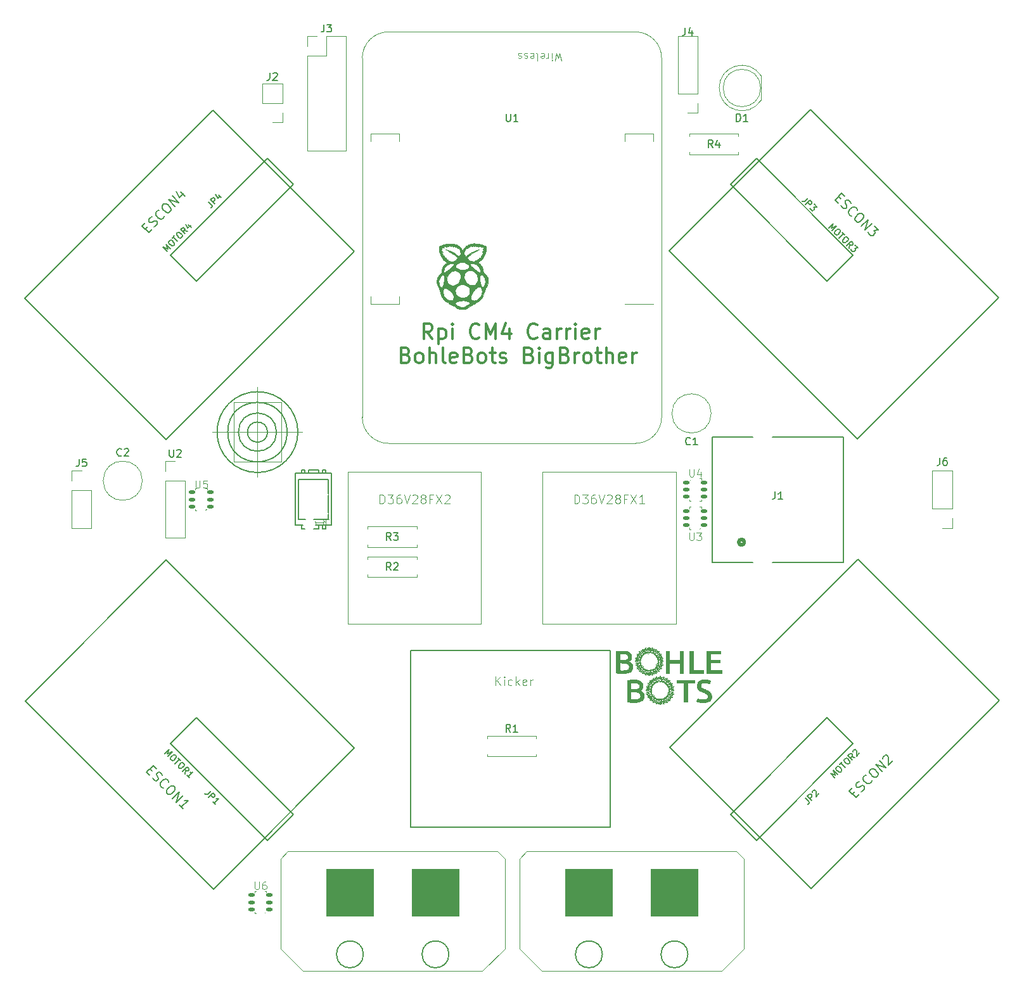
<source format=gto>
%TF.GenerationSoftware,KiCad,Pcbnew,7.0.9*%
%TF.CreationDate,2023-12-29T03:00:08+01:00*%
%TF.ProjectId,bohlebots-rpi-cm4-carrier,626f686c-6562-46f7-9473-2d7270692d63,v01*%
%TF.SameCoordinates,Original*%
%TF.FileFunction,Legend,Top*%
%TF.FilePolarity,Positive*%
%FSLAX46Y46*%
G04 Gerber Fmt 4.6, Leading zero omitted, Abs format (unit mm)*
G04 Created by KiCad (PCBNEW 7.0.9) date 2023-12-29 03:00:08*
%MOMM*%
%LPD*%
G01*
G04 APERTURE LIST*
G04 Aperture macros list*
%AMRoundRect*
0 Rectangle with rounded corners*
0 $1 Rounding radius*
0 $2 $3 $4 $5 $6 $7 $8 $9 X,Y pos of 4 corners*
0 Add a 4 corners polygon primitive as box body*
4,1,4,$2,$3,$4,$5,$6,$7,$8,$9,$2,$3,0*
0 Add four circle primitives for the rounded corners*
1,1,$1+$1,$2,$3*
1,1,$1+$1,$4,$5*
1,1,$1+$1,$6,$7*
1,1,$1+$1,$8,$9*
0 Add four rect primitives between the rounded corners*
20,1,$1+$1,$2,$3,$4,$5,0*
20,1,$1+$1,$4,$5,$6,$7,0*
20,1,$1+$1,$6,$7,$8,$9,0*
20,1,$1+$1,$8,$9,$2,$3,0*%
%AMRotRect*
0 Rectangle, with rotation*
0 The origin of the aperture is its center*
0 $1 length*
0 $2 width*
0 $3 Rotation angle, in degrees counterclockwise*
0 Add horizontal line*
21,1,$1,$2,0,0,$3*%
%AMFreePoly0*
4,1,25,0.333266,0.742596,0.345389,0.732242,0.732242,0.345389,0.760749,0.289441,0.761999,0.273547,0.761999,-0.273547,0.742596,-0.333266,0.732242,-0.345389,0.345389,-0.732242,0.289441,-0.760749,0.273547,-0.761999,-0.273547,-0.761999,-0.333266,-0.742596,-0.345389,-0.732242,-0.732242,-0.345389,-0.760749,-0.289441,-0.761999,-0.273547,-0.761999,0.273547,-0.742596,0.333266,-0.732242,0.345389,
-0.345389,0.732242,-0.289441,0.760749,-0.273547,0.761999,0.273547,0.761999,0.333266,0.742596,0.333266,0.742596,$1*%
G04 Aperture macros list end*
%ADD10C,0.300000*%
%ADD11C,0.101600*%
%ADD12C,0.182880*%
%ADD13C,0.150000*%
%ADD14C,0.100000*%
%ADD15C,0.203200*%
%ADD16C,0.120000*%
%ADD17C,0.127000*%
%ADD18C,0.200000*%
%ADD19C,0.010000*%
%ADD20C,0.152400*%
%ADD21C,0.508000*%
%ADD22C,1.530000*%
%ADD23RoundRect,0.101600X0.000000X0.933947X-0.933947X0.000000X0.000000X-0.933947X0.933947X0.000000X0*%
%ADD24FreePoly0,225.000000*%
%ADD25R,1.700000X1.700000*%
%ADD26O,1.700000X1.700000*%
%ADD27RoundRect,0.137500X-0.262500X0.137500X-0.262500X-0.137500X0.262500X-0.137500X0.262500X0.137500X0*%
%ADD28RoundRect,0.101600X-0.933947X0.000000X0.000000X-0.933947X0.933947X0.000000X0.000000X0.933947X0*%
%ADD29FreePoly0,315.000000*%
%ADD30RotRect,1.308000X1.308000X315.000000*%
%ADD31C,6.100000*%
%ADD32R,0.700000X0.200000*%
%ADD33C,1.600000*%
%ADD34O,1.600000X1.600000*%
%ADD35RoundRect,0.101600X0.000000X-0.933947X0.933947X0.000000X0.000000X0.933947X-0.933947X0.000000X0*%
%ADD36FreePoly0,45.000000*%
%ADD37C,4.300000*%
%ADD38RotRect,1.308000X1.308000X45.000000*%
%ADD39O,2.540000X1.270000*%
%ADD40R,1.108000X1.108000*%
%ADD41RotRect,1.308000X1.308000X225.000000*%
%ADD42RotRect,1.308000X1.308000X135.000000*%
%ADD43O,3.016000X1.508000*%
%ADD44C,1.500000*%
%ADD45C,1.308000*%
%ADD46C,1.524000*%
%ADD47C,1.600200*%
%ADD48C,2.159000*%
%ADD49C,3.759200*%
%ADD50RoundRect,0.137500X0.262500X-0.137500X0.262500X0.137500X-0.262500X0.137500X-0.262500X-0.137500X0*%
%ADD51RoundRect,0.101600X0.933947X0.000000X0.000000X0.933947X-0.933947X0.000000X0.000000X-0.933947X0*%
%ADD52FreePoly0,135.000000*%
%ADD53C,2.500000*%
%ADD54R,1.800000X1.800000*%
%ADD55C,1.800000*%
G04 APERTURE END LIST*
D10*
X94864035Y-84019638D02*
X94197368Y-83067257D01*
X93721178Y-84019638D02*
X93721178Y-82019638D01*
X93721178Y-82019638D02*
X94483083Y-82019638D01*
X94483083Y-82019638D02*
X94673559Y-82114876D01*
X94673559Y-82114876D02*
X94768797Y-82210114D01*
X94768797Y-82210114D02*
X94864035Y-82400590D01*
X94864035Y-82400590D02*
X94864035Y-82686304D01*
X94864035Y-82686304D02*
X94768797Y-82876780D01*
X94768797Y-82876780D02*
X94673559Y-82972019D01*
X94673559Y-82972019D02*
X94483083Y-83067257D01*
X94483083Y-83067257D02*
X93721178Y-83067257D01*
X95721178Y-82686304D02*
X95721178Y-84686304D01*
X95721178Y-82781542D02*
X95911654Y-82686304D01*
X95911654Y-82686304D02*
X96292607Y-82686304D01*
X96292607Y-82686304D02*
X96483083Y-82781542D01*
X96483083Y-82781542D02*
X96578321Y-82876780D01*
X96578321Y-82876780D02*
X96673559Y-83067257D01*
X96673559Y-83067257D02*
X96673559Y-83638685D01*
X96673559Y-83638685D02*
X96578321Y-83829161D01*
X96578321Y-83829161D02*
X96483083Y-83924400D01*
X96483083Y-83924400D02*
X96292607Y-84019638D01*
X96292607Y-84019638D02*
X95911654Y-84019638D01*
X95911654Y-84019638D02*
X95721178Y-83924400D01*
X97530702Y-84019638D02*
X97530702Y-82686304D01*
X97530702Y-82019638D02*
X97435464Y-82114876D01*
X97435464Y-82114876D02*
X97530702Y-82210114D01*
X97530702Y-82210114D02*
X97625940Y-82114876D01*
X97625940Y-82114876D02*
X97530702Y-82019638D01*
X97530702Y-82019638D02*
X97530702Y-82210114D01*
X101149750Y-83829161D02*
X101054512Y-83924400D01*
X101054512Y-83924400D02*
X100768798Y-84019638D01*
X100768798Y-84019638D02*
X100578322Y-84019638D01*
X100578322Y-84019638D02*
X100292607Y-83924400D01*
X100292607Y-83924400D02*
X100102131Y-83733923D01*
X100102131Y-83733923D02*
X100006893Y-83543447D01*
X100006893Y-83543447D02*
X99911655Y-83162495D01*
X99911655Y-83162495D02*
X99911655Y-82876780D01*
X99911655Y-82876780D02*
X100006893Y-82495828D01*
X100006893Y-82495828D02*
X100102131Y-82305352D01*
X100102131Y-82305352D02*
X100292607Y-82114876D01*
X100292607Y-82114876D02*
X100578322Y-82019638D01*
X100578322Y-82019638D02*
X100768798Y-82019638D01*
X100768798Y-82019638D02*
X101054512Y-82114876D01*
X101054512Y-82114876D02*
X101149750Y-82210114D01*
X102006893Y-84019638D02*
X102006893Y-82019638D01*
X102006893Y-82019638D02*
X102673560Y-83448209D01*
X102673560Y-83448209D02*
X103340226Y-82019638D01*
X103340226Y-82019638D02*
X103340226Y-84019638D01*
X105149750Y-82686304D02*
X105149750Y-84019638D01*
X104673559Y-81924400D02*
X104197369Y-83352971D01*
X104197369Y-83352971D02*
X105435464Y-83352971D01*
X108864036Y-83829161D02*
X108768798Y-83924400D01*
X108768798Y-83924400D02*
X108483084Y-84019638D01*
X108483084Y-84019638D02*
X108292608Y-84019638D01*
X108292608Y-84019638D02*
X108006893Y-83924400D01*
X108006893Y-83924400D02*
X107816417Y-83733923D01*
X107816417Y-83733923D02*
X107721179Y-83543447D01*
X107721179Y-83543447D02*
X107625941Y-83162495D01*
X107625941Y-83162495D02*
X107625941Y-82876780D01*
X107625941Y-82876780D02*
X107721179Y-82495828D01*
X107721179Y-82495828D02*
X107816417Y-82305352D01*
X107816417Y-82305352D02*
X108006893Y-82114876D01*
X108006893Y-82114876D02*
X108292608Y-82019638D01*
X108292608Y-82019638D02*
X108483084Y-82019638D01*
X108483084Y-82019638D02*
X108768798Y-82114876D01*
X108768798Y-82114876D02*
X108864036Y-82210114D01*
X110578322Y-84019638D02*
X110578322Y-82972019D01*
X110578322Y-82972019D02*
X110483084Y-82781542D01*
X110483084Y-82781542D02*
X110292608Y-82686304D01*
X110292608Y-82686304D02*
X109911655Y-82686304D01*
X109911655Y-82686304D02*
X109721179Y-82781542D01*
X110578322Y-83924400D02*
X110387846Y-84019638D01*
X110387846Y-84019638D02*
X109911655Y-84019638D01*
X109911655Y-84019638D02*
X109721179Y-83924400D01*
X109721179Y-83924400D02*
X109625941Y-83733923D01*
X109625941Y-83733923D02*
X109625941Y-83543447D01*
X109625941Y-83543447D02*
X109721179Y-83352971D01*
X109721179Y-83352971D02*
X109911655Y-83257733D01*
X109911655Y-83257733D02*
X110387846Y-83257733D01*
X110387846Y-83257733D02*
X110578322Y-83162495D01*
X111530703Y-84019638D02*
X111530703Y-82686304D01*
X111530703Y-83067257D02*
X111625941Y-82876780D01*
X111625941Y-82876780D02*
X111721179Y-82781542D01*
X111721179Y-82781542D02*
X111911655Y-82686304D01*
X111911655Y-82686304D02*
X112102132Y-82686304D01*
X112768798Y-84019638D02*
X112768798Y-82686304D01*
X112768798Y-83067257D02*
X112864036Y-82876780D01*
X112864036Y-82876780D02*
X112959274Y-82781542D01*
X112959274Y-82781542D02*
X113149750Y-82686304D01*
X113149750Y-82686304D02*
X113340227Y-82686304D01*
X114006893Y-84019638D02*
X114006893Y-82686304D01*
X114006893Y-82019638D02*
X113911655Y-82114876D01*
X113911655Y-82114876D02*
X114006893Y-82210114D01*
X114006893Y-82210114D02*
X114102131Y-82114876D01*
X114102131Y-82114876D02*
X114006893Y-82019638D01*
X114006893Y-82019638D02*
X114006893Y-82210114D01*
X115721179Y-83924400D02*
X115530703Y-84019638D01*
X115530703Y-84019638D02*
X115149750Y-84019638D01*
X115149750Y-84019638D02*
X114959274Y-83924400D01*
X114959274Y-83924400D02*
X114864036Y-83733923D01*
X114864036Y-83733923D02*
X114864036Y-82972019D01*
X114864036Y-82972019D02*
X114959274Y-82781542D01*
X114959274Y-82781542D02*
X115149750Y-82686304D01*
X115149750Y-82686304D02*
X115530703Y-82686304D01*
X115530703Y-82686304D02*
X115721179Y-82781542D01*
X115721179Y-82781542D02*
X115816417Y-82972019D01*
X115816417Y-82972019D02*
X115816417Y-83162495D01*
X115816417Y-83162495D02*
X114864036Y-83352971D01*
X116673560Y-84019638D02*
X116673560Y-82686304D01*
X116673560Y-83067257D02*
X116768798Y-82876780D01*
X116768798Y-82876780D02*
X116864036Y-82781542D01*
X116864036Y-82781542D02*
X117054512Y-82686304D01*
X117054512Y-82686304D02*
X117244989Y-82686304D01*
X91340225Y-86192019D02*
X91625939Y-86287257D01*
X91625939Y-86287257D02*
X91721177Y-86382495D01*
X91721177Y-86382495D02*
X91816415Y-86572971D01*
X91816415Y-86572971D02*
X91816415Y-86858685D01*
X91816415Y-86858685D02*
X91721177Y-87049161D01*
X91721177Y-87049161D02*
X91625939Y-87144400D01*
X91625939Y-87144400D02*
X91435463Y-87239638D01*
X91435463Y-87239638D02*
X90673558Y-87239638D01*
X90673558Y-87239638D02*
X90673558Y-85239638D01*
X90673558Y-85239638D02*
X91340225Y-85239638D01*
X91340225Y-85239638D02*
X91530701Y-85334876D01*
X91530701Y-85334876D02*
X91625939Y-85430114D01*
X91625939Y-85430114D02*
X91721177Y-85620590D01*
X91721177Y-85620590D02*
X91721177Y-85811066D01*
X91721177Y-85811066D02*
X91625939Y-86001542D01*
X91625939Y-86001542D02*
X91530701Y-86096780D01*
X91530701Y-86096780D02*
X91340225Y-86192019D01*
X91340225Y-86192019D02*
X90673558Y-86192019D01*
X92959272Y-87239638D02*
X92768796Y-87144400D01*
X92768796Y-87144400D02*
X92673558Y-87049161D01*
X92673558Y-87049161D02*
X92578320Y-86858685D01*
X92578320Y-86858685D02*
X92578320Y-86287257D01*
X92578320Y-86287257D02*
X92673558Y-86096780D01*
X92673558Y-86096780D02*
X92768796Y-86001542D01*
X92768796Y-86001542D02*
X92959272Y-85906304D01*
X92959272Y-85906304D02*
X93244987Y-85906304D01*
X93244987Y-85906304D02*
X93435463Y-86001542D01*
X93435463Y-86001542D02*
X93530701Y-86096780D01*
X93530701Y-86096780D02*
X93625939Y-86287257D01*
X93625939Y-86287257D02*
X93625939Y-86858685D01*
X93625939Y-86858685D02*
X93530701Y-87049161D01*
X93530701Y-87049161D02*
X93435463Y-87144400D01*
X93435463Y-87144400D02*
X93244987Y-87239638D01*
X93244987Y-87239638D02*
X92959272Y-87239638D01*
X94483082Y-87239638D02*
X94483082Y-85239638D01*
X95340225Y-87239638D02*
X95340225Y-86192019D01*
X95340225Y-86192019D02*
X95244987Y-86001542D01*
X95244987Y-86001542D02*
X95054511Y-85906304D01*
X95054511Y-85906304D02*
X94768796Y-85906304D01*
X94768796Y-85906304D02*
X94578320Y-86001542D01*
X94578320Y-86001542D02*
X94483082Y-86096780D01*
X96578320Y-87239638D02*
X96387844Y-87144400D01*
X96387844Y-87144400D02*
X96292606Y-86953923D01*
X96292606Y-86953923D02*
X96292606Y-85239638D01*
X98102130Y-87144400D02*
X97911654Y-87239638D01*
X97911654Y-87239638D02*
X97530701Y-87239638D01*
X97530701Y-87239638D02*
X97340225Y-87144400D01*
X97340225Y-87144400D02*
X97244987Y-86953923D01*
X97244987Y-86953923D02*
X97244987Y-86192019D01*
X97244987Y-86192019D02*
X97340225Y-86001542D01*
X97340225Y-86001542D02*
X97530701Y-85906304D01*
X97530701Y-85906304D02*
X97911654Y-85906304D01*
X97911654Y-85906304D02*
X98102130Y-86001542D01*
X98102130Y-86001542D02*
X98197368Y-86192019D01*
X98197368Y-86192019D02*
X98197368Y-86382495D01*
X98197368Y-86382495D02*
X97244987Y-86572971D01*
X99721178Y-86192019D02*
X100006892Y-86287257D01*
X100006892Y-86287257D02*
X100102130Y-86382495D01*
X100102130Y-86382495D02*
X100197368Y-86572971D01*
X100197368Y-86572971D02*
X100197368Y-86858685D01*
X100197368Y-86858685D02*
X100102130Y-87049161D01*
X100102130Y-87049161D02*
X100006892Y-87144400D01*
X100006892Y-87144400D02*
X99816416Y-87239638D01*
X99816416Y-87239638D02*
X99054511Y-87239638D01*
X99054511Y-87239638D02*
X99054511Y-85239638D01*
X99054511Y-85239638D02*
X99721178Y-85239638D01*
X99721178Y-85239638D02*
X99911654Y-85334876D01*
X99911654Y-85334876D02*
X100006892Y-85430114D01*
X100006892Y-85430114D02*
X100102130Y-85620590D01*
X100102130Y-85620590D02*
X100102130Y-85811066D01*
X100102130Y-85811066D02*
X100006892Y-86001542D01*
X100006892Y-86001542D02*
X99911654Y-86096780D01*
X99911654Y-86096780D02*
X99721178Y-86192019D01*
X99721178Y-86192019D02*
X99054511Y-86192019D01*
X101340225Y-87239638D02*
X101149749Y-87144400D01*
X101149749Y-87144400D02*
X101054511Y-87049161D01*
X101054511Y-87049161D02*
X100959273Y-86858685D01*
X100959273Y-86858685D02*
X100959273Y-86287257D01*
X100959273Y-86287257D02*
X101054511Y-86096780D01*
X101054511Y-86096780D02*
X101149749Y-86001542D01*
X101149749Y-86001542D02*
X101340225Y-85906304D01*
X101340225Y-85906304D02*
X101625940Y-85906304D01*
X101625940Y-85906304D02*
X101816416Y-86001542D01*
X101816416Y-86001542D02*
X101911654Y-86096780D01*
X101911654Y-86096780D02*
X102006892Y-86287257D01*
X102006892Y-86287257D02*
X102006892Y-86858685D01*
X102006892Y-86858685D02*
X101911654Y-87049161D01*
X101911654Y-87049161D02*
X101816416Y-87144400D01*
X101816416Y-87144400D02*
X101625940Y-87239638D01*
X101625940Y-87239638D02*
X101340225Y-87239638D01*
X102578321Y-85906304D02*
X103340225Y-85906304D01*
X102864035Y-85239638D02*
X102864035Y-86953923D01*
X102864035Y-86953923D02*
X102959273Y-87144400D01*
X102959273Y-87144400D02*
X103149749Y-87239638D01*
X103149749Y-87239638D02*
X103340225Y-87239638D01*
X103911654Y-87144400D02*
X104102130Y-87239638D01*
X104102130Y-87239638D02*
X104483082Y-87239638D01*
X104483082Y-87239638D02*
X104673559Y-87144400D01*
X104673559Y-87144400D02*
X104768797Y-86953923D01*
X104768797Y-86953923D02*
X104768797Y-86858685D01*
X104768797Y-86858685D02*
X104673559Y-86668209D01*
X104673559Y-86668209D02*
X104483082Y-86572971D01*
X104483082Y-86572971D02*
X104197368Y-86572971D01*
X104197368Y-86572971D02*
X104006892Y-86477733D01*
X104006892Y-86477733D02*
X103911654Y-86287257D01*
X103911654Y-86287257D02*
X103911654Y-86192019D01*
X103911654Y-86192019D02*
X104006892Y-86001542D01*
X104006892Y-86001542D02*
X104197368Y-85906304D01*
X104197368Y-85906304D02*
X104483082Y-85906304D01*
X104483082Y-85906304D02*
X104673559Y-86001542D01*
X107816417Y-86192019D02*
X108102131Y-86287257D01*
X108102131Y-86287257D02*
X108197369Y-86382495D01*
X108197369Y-86382495D02*
X108292607Y-86572971D01*
X108292607Y-86572971D02*
X108292607Y-86858685D01*
X108292607Y-86858685D02*
X108197369Y-87049161D01*
X108197369Y-87049161D02*
X108102131Y-87144400D01*
X108102131Y-87144400D02*
X107911655Y-87239638D01*
X107911655Y-87239638D02*
X107149750Y-87239638D01*
X107149750Y-87239638D02*
X107149750Y-85239638D01*
X107149750Y-85239638D02*
X107816417Y-85239638D01*
X107816417Y-85239638D02*
X108006893Y-85334876D01*
X108006893Y-85334876D02*
X108102131Y-85430114D01*
X108102131Y-85430114D02*
X108197369Y-85620590D01*
X108197369Y-85620590D02*
X108197369Y-85811066D01*
X108197369Y-85811066D02*
X108102131Y-86001542D01*
X108102131Y-86001542D02*
X108006893Y-86096780D01*
X108006893Y-86096780D02*
X107816417Y-86192019D01*
X107816417Y-86192019D02*
X107149750Y-86192019D01*
X109149750Y-87239638D02*
X109149750Y-85906304D01*
X109149750Y-85239638D02*
X109054512Y-85334876D01*
X109054512Y-85334876D02*
X109149750Y-85430114D01*
X109149750Y-85430114D02*
X109244988Y-85334876D01*
X109244988Y-85334876D02*
X109149750Y-85239638D01*
X109149750Y-85239638D02*
X109149750Y-85430114D01*
X110959274Y-85906304D02*
X110959274Y-87525352D01*
X110959274Y-87525352D02*
X110864036Y-87715828D01*
X110864036Y-87715828D02*
X110768798Y-87811066D01*
X110768798Y-87811066D02*
X110578321Y-87906304D01*
X110578321Y-87906304D02*
X110292607Y-87906304D01*
X110292607Y-87906304D02*
X110102131Y-87811066D01*
X110959274Y-87144400D02*
X110768798Y-87239638D01*
X110768798Y-87239638D02*
X110387845Y-87239638D01*
X110387845Y-87239638D02*
X110197369Y-87144400D01*
X110197369Y-87144400D02*
X110102131Y-87049161D01*
X110102131Y-87049161D02*
X110006893Y-86858685D01*
X110006893Y-86858685D02*
X110006893Y-86287257D01*
X110006893Y-86287257D02*
X110102131Y-86096780D01*
X110102131Y-86096780D02*
X110197369Y-86001542D01*
X110197369Y-86001542D02*
X110387845Y-85906304D01*
X110387845Y-85906304D02*
X110768798Y-85906304D01*
X110768798Y-85906304D02*
X110959274Y-86001542D01*
X112578322Y-86192019D02*
X112864036Y-86287257D01*
X112864036Y-86287257D02*
X112959274Y-86382495D01*
X112959274Y-86382495D02*
X113054512Y-86572971D01*
X113054512Y-86572971D02*
X113054512Y-86858685D01*
X113054512Y-86858685D02*
X112959274Y-87049161D01*
X112959274Y-87049161D02*
X112864036Y-87144400D01*
X112864036Y-87144400D02*
X112673560Y-87239638D01*
X112673560Y-87239638D02*
X111911655Y-87239638D01*
X111911655Y-87239638D02*
X111911655Y-85239638D01*
X111911655Y-85239638D02*
X112578322Y-85239638D01*
X112578322Y-85239638D02*
X112768798Y-85334876D01*
X112768798Y-85334876D02*
X112864036Y-85430114D01*
X112864036Y-85430114D02*
X112959274Y-85620590D01*
X112959274Y-85620590D02*
X112959274Y-85811066D01*
X112959274Y-85811066D02*
X112864036Y-86001542D01*
X112864036Y-86001542D02*
X112768798Y-86096780D01*
X112768798Y-86096780D02*
X112578322Y-86192019D01*
X112578322Y-86192019D02*
X111911655Y-86192019D01*
X113911655Y-87239638D02*
X113911655Y-85906304D01*
X113911655Y-86287257D02*
X114006893Y-86096780D01*
X114006893Y-86096780D02*
X114102131Y-86001542D01*
X114102131Y-86001542D02*
X114292607Y-85906304D01*
X114292607Y-85906304D02*
X114483084Y-85906304D01*
X115435464Y-87239638D02*
X115244988Y-87144400D01*
X115244988Y-87144400D02*
X115149750Y-87049161D01*
X115149750Y-87049161D02*
X115054512Y-86858685D01*
X115054512Y-86858685D02*
X115054512Y-86287257D01*
X115054512Y-86287257D02*
X115149750Y-86096780D01*
X115149750Y-86096780D02*
X115244988Y-86001542D01*
X115244988Y-86001542D02*
X115435464Y-85906304D01*
X115435464Y-85906304D02*
X115721179Y-85906304D01*
X115721179Y-85906304D02*
X115911655Y-86001542D01*
X115911655Y-86001542D02*
X116006893Y-86096780D01*
X116006893Y-86096780D02*
X116102131Y-86287257D01*
X116102131Y-86287257D02*
X116102131Y-86858685D01*
X116102131Y-86858685D02*
X116006893Y-87049161D01*
X116006893Y-87049161D02*
X115911655Y-87144400D01*
X115911655Y-87144400D02*
X115721179Y-87239638D01*
X115721179Y-87239638D02*
X115435464Y-87239638D01*
X116673560Y-85906304D02*
X117435464Y-85906304D01*
X116959274Y-85239638D02*
X116959274Y-86953923D01*
X116959274Y-86953923D02*
X117054512Y-87144400D01*
X117054512Y-87144400D02*
X117244988Y-87239638D01*
X117244988Y-87239638D02*
X117435464Y-87239638D01*
X118102131Y-87239638D02*
X118102131Y-85239638D01*
X118959274Y-87239638D02*
X118959274Y-86192019D01*
X118959274Y-86192019D02*
X118864036Y-86001542D01*
X118864036Y-86001542D02*
X118673560Y-85906304D01*
X118673560Y-85906304D02*
X118387845Y-85906304D01*
X118387845Y-85906304D02*
X118197369Y-86001542D01*
X118197369Y-86001542D02*
X118102131Y-86096780D01*
X120673560Y-87144400D02*
X120483084Y-87239638D01*
X120483084Y-87239638D02*
X120102131Y-87239638D01*
X120102131Y-87239638D02*
X119911655Y-87144400D01*
X119911655Y-87144400D02*
X119816417Y-86953923D01*
X119816417Y-86953923D02*
X119816417Y-86192019D01*
X119816417Y-86192019D02*
X119911655Y-86001542D01*
X119911655Y-86001542D02*
X120102131Y-85906304D01*
X120102131Y-85906304D02*
X120483084Y-85906304D01*
X120483084Y-85906304D02*
X120673560Y-86001542D01*
X120673560Y-86001542D02*
X120768798Y-86192019D01*
X120768798Y-86192019D02*
X120768798Y-86382495D01*
X120768798Y-86382495D02*
X119816417Y-86572971D01*
X121625941Y-87239638D02*
X121625941Y-85906304D01*
X121625941Y-86287257D02*
X121721179Y-86096780D01*
X121721179Y-86096780D02*
X121816417Y-86001542D01*
X121816417Y-86001542D02*
X122006893Y-85906304D01*
X122006893Y-85906304D02*
X122197370Y-85906304D01*
D11*
X87854218Y-106035240D02*
X87854218Y-104866840D01*
X87854218Y-104866840D02*
X88132408Y-104866840D01*
X88132408Y-104866840D02*
X88299323Y-104922478D01*
X88299323Y-104922478D02*
X88410599Y-105033754D01*
X88410599Y-105033754D02*
X88466237Y-105145030D01*
X88466237Y-105145030D02*
X88521875Y-105367582D01*
X88521875Y-105367582D02*
X88521875Y-105534497D01*
X88521875Y-105534497D02*
X88466237Y-105757049D01*
X88466237Y-105757049D02*
X88410599Y-105868325D01*
X88410599Y-105868325D02*
X88299323Y-105979602D01*
X88299323Y-105979602D02*
X88132408Y-106035240D01*
X88132408Y-106035240D02*
X87854218Y-106035240D01*
X88911342Y-104866840D02*
X89634637Y-104866840D01*
X89634637Y-104866840D02*
X89245170Y-105311944D01*
X89245170Y-105311944D02*
X89412085Y-105311944D01*
X89412085Y-105311944D02*
X89523361Y-105367582D01*
X89523361Y-105367582D02*
X89578999Y-105423221D01*
X89578999Y-105423221D02*
X89634637Y-105534497D01*
X89634637Y-105534497D02*
X89634637Y-105812687D01*
X89634637Y-105812687D02*
X89578999Y-105923963D01*
X89578999Y-105923963D02*
X89523361Y-105979602D01*
X89523361Y-105979602D02*
X89412085Y-106035240D01*
X89412085Y-106035240D02*
X89078256Y-106035240D01*
X89078256Y-106035240D02*
X88966980Y-105979602D01*
X88966980Y-105979602D02*
X88911342Y-105923963D01*
X90636123Y-104866840D02*
X90413570Y-104866840D01*
X90413570Y-104866840D02*
X90302294Y-104922478D01*
X90302294Y-104922478D02*
X90246656Y-104978116D01*
X90246656Y-104978116D02*
X90135380Y-105145030D01*
X90135380Y-105145030D02*
X90079742Y-105367582D01*
X90079742Y-105367582D02*
X90079742Y-105812687D01*
X90079742Y-105812687D02*
X90135380Y-105923963D01*
X90135380Y-105923963D02*
X90191018Y-105979602D01*
X90191018Y-105979602D02*
X90302294Y-106035240D01*
X90302294Y-106035240D02*
X90524847Y-106035240D01*
X90524847Y-106035240D02*
X90636123Y-105979602D01*
X90636123Y-105979602D02*
X90691761Y-105923963D01*
X90691761Y-105923963D02*
X90747399Y-105812687D01*
X90747399Y-105812687D02*
X90747399Y-105534497D01*
X90747399Y-105534497D02*
X90691761Y-105423221D01*
X90691761Y-105423221D02*
X90636123Y-105367582D01*
X90636123Y-105367582D02*
X90524847Y-105311944D01*
X90524847Y-105311944D02*
X90302294Y-105311944D01*
X90302294Y-105311944D02*
X90191018Y-105367582D01*
X90191018Y-105367582D02*
X90135380Y-105423221D01*
X90135380Y-105423221D02*
X90079742Y-105534497D01*
X91081228Y-104866840D02*
X91470694Y-106035240D01*
X91470694Y-106035240D02*
X91860161Y-104866840D01*
X92193990Y-104978116D02*
X92249628Y-104922478D01*
X92249628Y-104922478D02*
X92360904Y-104866840D01*
X92360904Y-104866840D02*
X92639095Y-104866840D01*
X92639095Y-104866840D02*
X92750371Y-104922478D01*
X92750371Y-104922478D02*
X92806009Y-104978116D01*
X92806009Y-104978116D02*
X92861647Y-105089392D01*
X92861647Y-105089392D02*
X92861647Y-105200668D01*
X92861647Y-105200668D02*
X92806009Y-105367582D01*
X92806009Y-105367582D02*
X92138352Y-106035240D01*
X92138352Y-106035240D02*
X92861647Y-106035240D01*
X93529304Y-105367582D02*
X93418028Y-105311944D01*
X93418028Y-105311944D02*
X93362390Y-105256306D01*
X93362390Y-105256306D02*
X93306752Y-105145030D01*
X93306752Y-105145030D02*
X93306752Y-105089392D01*
X93306752Y-105089392D02*
X93362390Y-104978116D01*
X93362390Y-104978116D02*
X93418028Y-104922478D01*
X93418028Y-104922478D02*
X93529304Y-104866840D01*
X93529304Y-104866840D02*
X93751857Y-104866840D01*
X93751857Y-104866840D02*
X93863133Y-104922478D01*
X93863133Y-104922478D02*
X93918771Y-104978116D01*
X93918771Y-104978116D02*
X93974409Y-105089392D01*
X93974409Y-105089392D02*
X93974409Y-105145030D01*
X93974409Y-105145030D02*
X93918771Y-105256306D01*
X93918771Y-105256306D02*
X93863133Y-105311944D01*
X93863133Y-105311944D02*
X93751857Y-105367582D01*
X93751857Y-105367582D02*
X93529304Y-105367582D01*
X93529304Y-105367582D02*
X93418028Y-105423221D01*
X93418028Y-105423221D02*
X93362390Y-105478859D01*
X93362390Y-105478859D02*
X93306752Y-105590135D01*
X93306752Y-105590135D02*
X93306752Y-105812687D01*
X93306752Y-105812687D02*
X93362390Y-105923963D01*
X93362390Y-105923963D02*
X93418028Y-105979602D01*
X93418028Y-105979602D02*
X93529304Y-106035240D01*
X93529304Y-106035240D02*
X93751857Y-106035240D01*
X93751857Y-106035240D02*
X93863133Y-105979602D01*
X93863133Y-105979602D02*
X93918771Y-105923963D01*
X93918771Y-105923963D02*
X93974409Y-105812687D01*
X93974409Y-105812687D02*
X93974409Y-105590135D01*
X93974409Y-105590135D02*
X93918771Y-105478859D01*
X93918771Y-105478859D02*
X93863133Y-105423221D01*
X93863133Y-105423221D02*
X93751857Y-105367582D01*
X94864619Y-105423221D02*
X94475152Y-105423221D01*
X94475152Y-106035240D02*
X94475152Y-104866840D01*
X94475152Y-104866840D02*
X95031533Y-104866840D01*
X95365362Y-104866840D02*
X96144295Y-106035240D01*
X96144295Y-104866840D02*
X95365362Y-106035240D01*
X96533762Y-104978116D02*
X96589400Y-104922478D01*
X96589400Y-104922478D02*
X96700676Y-104866840D01*
X96700676Y-104866840D02*
X96978867Y-104866840D01*
X96978867Y-104866840D02*
X97090143Y-104922478D01*
X97090143Y-104922478D02*
X97145781Y-104978116D01*
X97145781Y-104978116D02*
X97201419Y-105089392D01*
X97201419Y-105089392D02*
X97201419Y-105200668D01*
X97201419Y-105200668D02*
X97145781Y-105367582D01*
X97145781Y-105367582D02*
X96478124Y-106035240D01*
X96478124Y-106035240D02*
X97201419Y-106035240D01*
D12*
X145061578Y-65225729D02*
X144640789Y-65646519D01*
X144640789Y-65646519D02*
X144528578Y-65702624D01*
X144528578Y-65702624D02*
X144416368Y-65702624D01*
X144416368Y-65702624D02*
X144304158Y-65646519D01*
X144304158Y-65646519D02*
X144248052Y-65590413D01*
X144752999Y-66095360D02*
X145342104Y-65506255D01*
X145342104Y-65506255D02*
X145566525Y-65730676D01*
X145566525Y-65730676D02*
X145594578Y-65814834D01*
X145594578Y-65814834D02*
X145594578Y-65870939D01*
X145594578Y-65870939D02*
X145566525Y-65955097D01*
X145566525Y-65955097D02*
X145482367Y-66039255D01*
X145482367Y-66039255D02*
X145398209Y-66067308D01*
X145398209Y-66067308D02*
X145342104Y-66067308D01*
X145342104Y-66067308D02*
X145257946Y-66039255D01*
X145257946Y-66039255D02*
X145033525Y-65814834D01*
X145875104Y-66039255D02*
X146239788Y-66403939D01*
X146239788Y-66403939D02*
X145818998Y-66431992D01*
X145818998Y-66431992D02*
X145903156Y-66516149D01*
X145903156Y-66516149D02*
X145931209Y-66600307D01*
X145931209Y-66600307D02*
X145931209Y-66656412D01*
X145931209Y-66656412D02*
X145903156Y-66740570D01*
X145903156Y-66740570D02*
X145762893Y-66880833D01*
X145762893Y-66880833D02*
X145678735Y-66908886D01*
X145678735Y-66908886D02*
X145622630Y-66908886D01*
X145622630Y-66908886D02*
X145538472Y-66880833D01*
X145538472Y-66880833D02*
X145370157Y-66712518D01*
X145370157Y-66712518D02*
X145342104Y-66628360D01*
X145342104Y-66628360D02*
X145342104Y-66572255D01*
X147854412Y-69196772D02*
X148443516Y-68607667D01*
X148443516Y-68607667D02*
X148219096Y-69224824D01*
X148219096Y-69224824D02*
X148836253Y-69000403D01*
X148836253Y-69000403D02*
X148247148Y-69589508D01*
X149228989Y-69393140D02*
X149341200Y-69505350D01*
X149341200Y-69505350D02*
X149369252Y-69589508D01*
X149369252Y-69589508D02*
X149369252Y-69701718D01*
X149369252Y-69701718D02*
X149285095Y-69841982D01*
X149285095Y-69841982D02*
X149088726Y-70038350D01*
X149088726Y-70038350D02*
X148948463Y-70122508D01*
X148948463Y-70122508D02*
X148836253Y-70122508D01*
X148836253Y-70122508D02*
X148752095Y-70094455D01*
X148752095Y-70094455D02*
X148639885Y-69982245D01*
X148639885Y-69982245D02*
X148611832Y-69898087D01*
X148611832Y-69898087D02*
X148611832Y-69785876D01*
X148611832Y-69785876D02*
X148695990Y-69645613D01*
X148695990Y-69645613D02*
X148892358Y-69449245D01*
X148892358Y-69449245D02*
X149032621Y-69365087D01*
X149032621Y-69365087D02*
X149144832Y-69365087D01*
X149144832Y-69365087D02*
X149228989Y-69393140D01*
X149649778Y-69813929D02*
X149986410Y-70150560D01*
X149228989Y-70571349D02*
X149818094Y-69982244D01*
X150294988Y-70459139D02*
X150407199Y-70571349D01*
X150407199Y-70571349D02*
X150435251Y-70655507D01*
X150435251Y-70655507D02*
X150435251Y-70767717D01*
X150435251Y-70767717D02*
X150351093Y-70907980D01*
X150351093Y-70907980D02*
X150154725Y-71104349D01*
X150154725Y-71104349D02*
X150014462Y-71188506D01*
X150014462Y-71188506D02*
X149902252Y-71188506D01*
X149902252Y-71188506D02*
X149818094Y-71160454D01*
X149818094Y-71160454D02*
X149705883Y-71048243D01*
X149705883Y-71048243D02*
X149677831Y-70964086D01*
X149677831Y-70964086D02*
X149677831Y-70851875D01*
X149677831Y-70851875D02*
X149761989Y-70711612D01*
X149761989Y-70711612D02*
X149958357Y-70515244D01*
X149958357Y-70515244D02*
X150098620Y-70431086D01*
X150098620Y-70431086D02*
X150210830Y-70431086D01*
X150210830Y-70431086D02*
X150294988Y-70459139D01*
X150547461Y-71889821D02*
X150631619Y-71412927D01*
X150210830Y-71553190D02*
X150799935Y-70964085D01*
X150799935Y-70964085D02*
X151024356Y-71188506D01*
X151024356Y-71188506D02*
X151052408Y-71272664D01*
X151052408Y-71272664D02*
X151052408Y-71328769D01*
X151052408Y-71328769D02*
X151024356Y-71412927D01*
X151024356Y-71412927D02*
X150940198Y-71497085D01*
X150940198Y-71497085D02*
X150856040Y-71525137D01*
X150856040Y-71525137D02*
X150799935Y-71525137D01*
X150799935Y-71525137D02*
X150715777Y-71497085D01*
X150715777Y-71497085D02*
X150491356Y-71272664D01*
X151332934Y-71497085D02*
X151697618Y-71861769D01*
X151697618Y-71861769D02*
X151276829Y-71889821D01*
X151276829Y-71889821D02*
X151360987Y-71973979D01*
X151360987Y-71973979D02*
X151389040Y-72058137D01*
X151389040Y-72058137D02*
X151389040Y-72114242D01*
X151389040Y-72114242D02*
X151360987Y-72198400D01*
X151360987Y-72198400D02*
X151220724Y-72338663D01*
X151220724Y-72338663D02*
X151136566Y-72366716D01*
X151136566Y-72366716D02*
X151080461Y-72366716D01*
X151080461Y-72366716D02*
X150996303Y-72338663D01*
X150996303Y-72338663D02*
X150827988Y-72170348D01*
X150827988Y-72170348D02*
X150799935Y-72086190D01*
X150799935Y-72086190D02*
X150799935Y-72030084D01*
D13*
X128666666Y-42454819D02*
X128666666Y-43169104D01*
X128666666Y-43169104D02*
X128619047Y-43311961D01*
X128619047Y-43311961D02*
X128523809Y-43407200D01*
X128523809Y-43407200D02*
X128380952Y-43454819D01*
X128380952Y-43454819D02*
X128285714Y-43454819D01*
X129571428Y-42788152D02*
X129571428Y-43454819D01*
X129333333Y-42407200D02*
X129095238Y-43121485D01*
X129095238Y-43121485D02*
X129714285Y-43121485D01*
D14*
X71138095Y-156607419D02*
X71138095Y-157416942D01*
X71138095Y-157416942D02*
X71185714Y-157512180D01*
X71185714Y-157512180D02*
X71233333Y-157559800D01*
X71233333Y-157559800D02*
X71328571Y-157607419D01*
X71328571Y-157607419D02*
X71519047Y-157607419D01*
X71519047Y-157607419D02*
X71614285Y-157559800D01*
X71614285Y-157559800D02*
X71661904Y-157512180D01*
X71661904Y-157512180D02*
X71709523Y-157416942D01*
X71709523Y-157416942D02*
X71709523Y-156607419D01*
X72614285Y-156607419D02*
X72423809Y-156607419D01*
X72423809Y-156607419D02*
X72328571Y-156655038D01*
X72328571Y-156655038D02*
X72280952Y-156702657D01*
X72280952Y-156702657D02*
X72185714Y-156845514D01*
X72185714Y-156845514D02*
X72138095Y-157035990D01*
X72138095Y-157035990D02*
X72138095Y-157416942D01*
X72138095Y-157416942D02*
X72185714Y-157512180D01*
X72185714Y-157512180D02*
X72233333Y-157559800D01*
X72233333Y-157559800D02*
X72328571Y-157607419D01*
X72328571Y-157607419D02*
X72519047Y-157607419D01*
X72519047Y-157607419D02*
X72614285Y-157559800D01*
X72614285Y-157559800D02*
X72661904Y-157512180D01*
X72661904Y-157512180D02*
X72709523Y-157416942D01*
X72709523Y-157416942D02*
X72709523Y-157178847D01*
X72709523Y-157178847D02*
X72661904Y-157083609D01*
X72661904Y-157083609D02*
X72614285Y-157035990D01*
X72614285Y-157035990D02*
X72519047Y-156988371D01*
X72519047Y-156988371D02*
X72328571Y-156988371D01*
X72328571Y-156988371D02*
X72233333Y-157035990D01*
X72233333Y-157035990D02*
X72185714Y-157083609D01*
X72185714Y-157083609D02*
X72138095Y-157178847D01*
D12*
X64956579Y-65707571D02*
X65377369Y-66128360D01*
X65377369Y-66128360D02*
X65433474Y-66240571D01*
X65433474Y-66240571D02*
X65433474Y-66352781D01*
X65433474Y-66352781D02*
X65377369Y-66464991D01*
X65377369Y-66464991D02*
X65321263Y-66521097D01*
X65826210Y-66016150D02*
X65237105Y-65427045D01*
X65237105Y-65427045D02*
X65461526Y-65202624D01*
X65461526Y-65202624D02*
X65545684Y-65174571D01*
X65545684Y-65174571D02*
X65601789Y-65174571D01*
X65601789Y-65174571D02*
X65685947Y-65202624D01*
X65685947Y-65202624D02*
X65770105Y-65286782D01*
X65770105Y-65286782D02*
X65798158Y-65370940D01*
X65798158Y-65370940D02*
X65798158Y-65427045D01*
X65798158Y-65427045D02*
X65770105Y-65511203D01*
X65770105Y-65511203D02*
X65545684Y-65735624D01*
X66275052Y-64781835D02*
X66667789Y-65174571D01*
X65910368Y-64697677D02*
X66190894Y-65258729D01*
X66190894Y-65258729D02*
X66555578Y-64894045D01*
X59469792Y-72372568D02*
X58880687Y-71783463D01*
X58880687Y-71783463D02*
X59497844Y-72007884D01*
X59497844Y-72007884D02*
X59273423Y-71390727D01*
X59273423Y-71390727D02*
X59862528Y-71979832D01*
X59666160Y-70997990D02*
X59778370Y-70885780D01*
X59778370Y-70885780D02*
X59862528Y-70857727D01*
X59862528Y-70857727D02*
X59974739Y-70857727D01*
X59974739Y-70857727D02*
X60115002Y-70941885D01*
X60115002Y-70941885D02*
X60311370Y-71138254D01*
X60311370Y-71138254D02*
X60395528Y-71278517D01*
X60395528Y-71278517D02*
X60395528Y-71390727D01*
X60395528Y-71390727D02*
X60367475Y-71474885D01*
X60367475Y-71474885D02*
X60255265Y-71587095D01*
X60255265Y-71587095D02*
X60171107Y-71615148D01*
X60171107Y-71615148D02*
X60058896Y-71615148D01*
X60058896Y-71615148D02*
X59918633Y-71530990D01*
X59918633Y-71530990D02*
X59722265Y-71334622D01*
X59722265Y-71334622D02*
X59638107Y-71194359D01*
X59638107Y-71194359D02*
X59638107Y-71082148D01*
X59638107Y-71082148D02*
X59666160Y-70997990D01*
X60086949Y-70577202D02*
X60423580Y-70240570D01*
X60844369Y-70997991D02*
X60255264Y-70408886D01*
X60732159Y-69931992D02*
X60844369Y-69819781D01*
X60844369Y-69819781D02*
X60928527Y-69791729D01*
X60928527Y-69791729D02*
X61040737Y-69791729D01*
X61040737Y-69791729D02*
X61181000Y-69875886D01*
X61181000Y-69875886D02*
X61377369Y-70072255D01*
X61377369Y-70072255D02*
X61461527Y-70212518D01*
X61461527Y-70212518D02*
X61461527Y-70324728D01*
X61461527Y-70324728D02*
X61433474Y-70408886D01*
X61433474Y-70408886D02*
X61321264Y-70521096D01*
X61321264Y-70521096D02*
X61237106Y-70549149D01*
X61237106Y-70549149D02*
X61124895Y-70549149D01*
X61124895Y-70549149D02*
X60984632Y-70464991D01*
X60984632Y-70464991D02*
X60788264Y-70268623D01*
X60788264Y-70268623D02*
X60704106Y-70128360D01*
X60704106Y-70128360D02*
X60704106Y-70016149D01*
X60704106Y-70016149D02*
X60732159Y-69931992D01*
X62162842Y-69679518D02*
X61685947Y-69595361D01*
X61826210Y-70016150D02*
X61237105Y-69427045D01*
X61237105Y-69427045D02*
X61461526Y-69202624D01*
X61461526Y-69202624D02*
X61545684Y-69174571D01*
X61545684Y-69174571D02*
X61601789Y-69174571D01*
X61601789Y-69174571D02*
X61685947Y-69202624D01*
X61685947Y-69202624D02*
X61770105Y-69286782D01*
X61770105Y-69286782D02*
X61798158Y-69370940D01*
X61798158Y-69370940D02*
X61798158Y-69427045D01*
X61798158Y-69427045D02*
X61770105Y-69511203D01*
X61770105Y-69511203D02*
X61545684Y-69735624D01*
X62275052Y-68781835D02*
X62667789Y-69174571D01*
X61910368Y-68697677D02*
X62190894Y-69258729D01*
X62190894Y-69258729D02*
X62555578Y-68894045D01*
D13*
X57122967Y-141502034D02*
X57422309Y-141801376D01*
X57080204Y-142400060D02*
X56652573Y-141972429D01*
X56652573Y-141972429D02*
X57550599Y-141074403D01*
X57550599Y-141074403D02*
X57978230Y-141502034D01*
X57465073Y-142699402D02*
X57550599Y-142870454D01*
X57550599Y-142870454D02*
X57764414Y-143084270D01*
X57764414Y-143084270D02*
X57892704Y-143127033D01*
X57892704Y-143127033D02*
X57978230Y-143127033D01*
X57978230Y-143127033D02*
X58106519Y-143084270D01*
X58106519Y-143084270D02*
X58192046Y-142998744D01*
X58192046Y-142998744D02*
X58234809Y-142870454D01*
X58234809Y-142870454D02*
X58234809Y-142784928D01*
X58234809Y-142784928D02*
X58192046Y-142656639D01*
X58192046Y-142656639D02*
X58063756Y-142442823D01*
X58063756Y-142442823D02*
X58020993Y-142314534D01*
X58020993Y-142314534D02*
X58020993Y-142229008D01*
X58020993Y-142229008D02*
X58063756Y-142100718D01*
X58063756Y-142100718D02*
X58149283Y-142015192D01*
X58149283Y-142015192D02*
X58277572Y-141972429D01*
X58277572Y-141972429D02*
X58363098Y-141972429D01*
X58363098Y-141972429D02*
X58491388Y-142015192D01*
X58491388Y-142015192D02*
X58705203Y-142229008D01*
X58705203Y-142229008D02*
X58790729Y-142400060D01*
X58919019Y-144067822D02*
X58833493Y-144067822D01*
X58833493Y-144067822D02*
X58662440Y-143982296D01*
X58662440Y-143982296D02*
X58576914Y-143896770D01*
X58576914Y-143896770D02*
X58491388Y-143725717D01*
X58491388Y-143725717D02*
X58491388Y-143554665D01*
X58491388Y-143554665D02*
X58534151Y-143426375D01*
X58534151Y-143426375D02*
X58662440Y-143212560D01*
X58662440Y-143212560D02*
X58790730Y-143084270D01*
X58790730Y-143084270D02*
X59004545Y-142955981D01*
X59004545Y-142955981D02*
X59132835Y-142913218D01*
X59132835Y-142913218D02*
X59303887Y-142913218D01*
X59303887Y-142913218D02*
X59474940Y-142998744D01*
X59474940Y-142998744D02*
X59560466Y-143084270D01*
X59560466Y-143084270D02*
X59645992Y-143255323D01*
X59645992Y-143255323D02*
X59645992Y-143340849D01*
X60287439Y-143811243D02*
X60458491Y-143982296D01*
X60458491Y-143982296D02*
X60501255Y-144110585D01*
X60501255Y-144110585D02*
X60501255Y-144281638D01*
X60501255Y-144281638D02*
X60372965Y-144495453D01*
X60372965Y-144495453D02*
X60073623Y-144794795D01*
X60073623Y-144794795D02*
X59859808Y-144923085D01*
X59859808Y-144923085D02*
X59688755Y-144923085D01*
X59688755Y-144923085D02*
X59560466Y-144880321D01*
X59560466Y-144880321D02*
X59389413Y-144709269D01*
X59389413Y-144709269D02*
X59346650Y-144580980D01*
X59346650Y-144580980D02*
X59346650Y-144409927D01*
X59346650Y-144409927D02*
X59474940Y-144196111D01*
X59474940Y-144196111D02*
X59774281Y-143896770D01*
X59774281Y-143896770D02*
X59988097Y-143768480D01*
X59988097Y-143768480D02*
X60159150Y-143768480D01*
X60159150Y-143768480D02*
X60287439Y-143811243D01*
X60159149Y-145479005D02*
X61057175Y-144580979D01*
X61057175Y-144580979D02*
X60672307Y-145992163D01*
X60672307Y-145992163D02*
X61570333Y-145094137D01*
X61570332Y-146890188D02*
X61057175Y-146377031D01*
X61313754Y-146633609D02*
X62211779Y-145735584D01*
X62211779Y-145735584D02*
X61997964Y-145778347D01*
X61997964Y-145778347D02*
X61826911Y-145778347D01*
X61826911Y-145778347D02*
X61698622Y-145735584D01*
X104738095Y-53954819D02*
X104738095Y-54764342D01*
X104738095Y-54764342D02*
X104785714Y-54859580D01*
X104785714Y-54859580D02*
X104833333Y-54907200D01*
X104833333Y-54907200D02*
X104928571Y-54954819D01*
X104928571Y-54954819D02*
X105119047Y-54954819D01*
X105119047Y-54954819D02*
X105214285Y-54907200D01*
X105214285Y-54907200D02*
X105261904Y-54859580D01*
X105261904Y-54859580D02*
X105309523Y-54764342D01*
X105309523Y-54764342D02*
X105309523Y-53954819D01*
X106309523Y-54954819D02*
X105738095Y-54954819D01*
X106023809Y-54954819D02*
X106023809Y-53954819D01*
X106023809Y-53954819D02*
X105928571Y-54097676D01*
X105928571Y-54097676D02*
X105833333Y-54192914D01*
X105833333Y-54192914D02*
X105738095Y-54240533D01*
D14*
X112091353Y-46827580D02*
X111853258Y-45827580D01*
X111853258Y-45827580D02*
X111662782Y-46541866D01*
X111662782Y-46541866D02*
X111472306Y-45827580D01*
X111472306Y-45827580D02*
X111234211Y-46827580D01*
X110853258Y-45827580D02*
X110853258Y-46494247D01*
X110853258Y-46827580D02*
X110900877Y-46779961D01*
X110900877Y-46779961D02*
X110853258Y-46732342D01*
X110853258Y-46732342D02*
X110805639Y-46779961D01*
X110805639Y-46779961D02*
X110853258Y-46827580D01*
X110853258Y-46827580D02*
X110853258Y-46732342D01*
X110377068Y-45827580D02*
X110377068Y-46494247D01*
X110377068Y-46303771D02*
X110329449Y-46399009D01*
X110329449Y-46399009D02*
X110281830Y-46446628D01*
X110281830Y-46446628D02*
X110186592Y-46494247D01*
X110186592Y-46494247D02*
X110091354Y-46494247D01*
X109377068Y-45875200D02*
X109472306Y-45827580D01*
X109472306Y-45827580D02*
X109662782Y-45827580D01*
X109662782Y-45827580D02*
X109758020Y-45875200D01*
X109758020Y-45875200D02*
X109805639Y-45970438D01*
X109805639Y-45970438D02*
X109805639Y-46351390D01*
X109805639Y-46351390D02*
X109758020Y-46446628D01*
X109758020Y-46446628D02*
X109662782Y-46494247D01*
X109662782Y-46494247D02*
X109472306Y-46494247D01*
X109472306Y-46494247D02*
X109377068Y-46446628D01*
X109377068Y-46446628D02*
X109329449Y-46351390D01*
X109329449Y-46351390D02*
X109329449Y-46256152D01*
X109329449Y-46256152D02*
X109805639Y-46160914D01*
X108758020Y-45827580D02*
X108853258Y-45875200D01*
X108853258Y-45875200D02*
X108900877Y-45970438D01*
X108900877Y-45970438D02*
X108900877Y-46827580D01*
X107996115Y-45875200D02*
X108091353Y-45827580D01*
X108091353Y-45827580D02*
X108281829Y-45827580D01*
X108281829Y-45827580D02*
X108377067Y-45875200D01*
X108377067Y-45875200D02*
X108424686Y-45970438D01*
X108424686Y-45970438D02*
X108424686Y-46351390D01*
X108424686Y-46351390D02*
X108377067Y-46446628D01*
X108377067Y-46446628D02*
X108281829Y-46494247D01*
X108281829Y-46494247D02*
X108091353Y-46494247D01*
X108091353Y-46494247D02*
X107996115Y-46446628D01*
X107996115Y-46446628D02*
X107948496Y-46351390D01*
X107948496Y-46351390D02*
X107948496Y-46256152D01*
X107948496Y-46256152D02*
X108424686Y-46160914D01*
X107567543Y-45875200D02*
X107472305Y-45827580D01*
X107472305Y-45827580D02*
X107281829Y-45827580D01*
X107281829Y-45827580D02*
X107186591Y-45875200D01*
X107186591Y-45875200D02*
X107138972Y-45970438D01*
X107138972Y-45970438D02*
X107138972Y-46018057D01*
X107138972Y-46018057D02*
X107186591Y-46113295D01*
X107186591Y-46113295D02*
X107281829Y-46160914D01*
X107281829Y-46160914D02*
X107424686Y-46160914D01*
X107424686Y-46160914D02*
X107519924Y-46208533D01*
X107519924Y-46208533D02*
X107567543Y-46303771D01*
X107567543Y-46303771D02*
X107567543Y-46351390D01*
X107567543Y-46351390D02*
X107519924Y-46446628D01*
X107519924Y-46446628D02*
X107424686Y-46494247D01*
X107424686Y-46494247D02*
X107281829Y-46494247D01*
X107281829Y-46494247D02*
X107186591Y-46446628D01*
X106758019Y-45875200D02*
X106662781Y-45827580D01*
X106662781Y-45827580D02*
X106472305Y-45827580D01*
X106472305Y-45827580D02*
X106377067Y-45875200D01*
X106377067Y-45875200D02*
X106329448Y-45970438D01*
X106329448Y-45970438D02*
X106329448Y-46018057D01*
X106329448Y-46018057D02*
X106377067Y-46113295D01*
X106377067Y-46113295D02*
X106472305Y-46160914D01*
X106472305Y-46160914D02*
X106615162Y-46160914D01*
X106615162Y-46160914D02*
X106710400Y-46208533D01*
X106710400Y-46208533D02*
X106758019Y-46303771D01*
X106758019Y-46303771D02*
X106758019Y-46351390D01*
X106758019Y-46351390D02*
X106710400Y-46446628D01*
X106710400Y-46446628D02*
X106615162Y-46494247D01*
X106615162Y-46494247D02*
X106472305Y-46494247D01*
X106472305Y-46494247D02*
X106377067Y-46446628D01*
D13*
X89333333Y-110954819D02*
X89000000Y-110478628D01*
X88761905Y-110954819D02*
X88761905Y-109954819D01*
X88761905Y-109954819D02*
X89142857Y-109954819D01*
X89142857Y-109954819D02*
X89238095Y-110002438D01*
X89238095Y-110002438D02*
X89285714Y-110050057D01*
X89285714Y-110050057D02*
X89333333Y-110145295D01*
X89333333Y-110145295D02*
X89333333Y-110288152D01*
X89333333Y-110288152D02*
X89285714Y-110383390D01*
X89285714Y-110383390D02*
X89238095Y-110431009D01*
X89238095Y-110431009D02*
X89142857Y-110478628D01*
X89142857Y-110478628D02*
X88761905Y-110478628D01*
X89666667Y-109954819D02*
X90285714Y-109954819D01*
X90285714Y-109954819D02*
X89952381Y-110335771D01*
X89952381Y-110335771D02*
X90095238Y-110335771D01*
X90095238Y-110335771D02*
X90190476Y-110383390D01*
X90190476Y-110383390D02*
X90238095Y-110431009D01*
X90238095Y-110431009D02*
X90285714Y-110526247D01*
X90285714Y-110526247D02*
X90285714Y-110764342D01*
X90285714Y-110764342D02*
X90238095Y-110859580D01*
X90238095Y-110859580D02*
X90190476Y-110907200D01*
X90190476Y-110907200D02*
X90095238Y-110954819D01*
X90095238Y-110954819D02*
X89809524Y-110954819D01*
X89809524Y-110954819D02*
X89714286Y-110907200D01*
X89714286Y-110907200D02*
X89666667Y-110859580D01*
D11*
X113854218Y-106035240D02*
X113854218Y-104866840D01*
X113854218Y-104866840D02*
X114132408Y-104866840D01*
X114132408Y-104866840D02*
X114299323Y-104922478D01*
X114299323Y-104922478D02*
X114410599Y-105033754D01*
X114410599Y-105033754D02*
X114466237Y-105145030D01*
X114466237Y-105145030D02*
X114521875Y-105367582D01*
X114521875Y-105367582D02*
X114521875Y-105534497D01*
X114521875Y-105534497D02*
X114466237Y-105757049D01*
X114466237Y-105757049D02*
X114410599Y-105868325D01*
X114410599Y-105868325D02*
X114299323Y-105979602D01*
X114299323Y-105979602D02*
X114132408Y-106035240D01*
X114132408Y-106035240D02*
X113854218Y-106035240D01*
X114911342Y-104866840D02*
X115634637Y-104866840D01*
X115634637Y-104866840D02*
X115245170Y-105311944D01*
X115245170Y-105311944D02*
X115412085Y-105311944D01*
X115412085Y-105311944D02*
X115523361Y-105367582D01*
X115523361Y-105367582D02*
X115578999Y-105423221D01*
X115578999Y-105423221D02*
X115634637Y-105534497D01*
X115634637Y-105534497D02*
X115634637Y-105812687D01*
X115634637Y-105812687D02*
X115578999Y-105923963D01*
X115578999Y-105923963D02*
X115523361Y-105979602D01*
X115523361Y-105979602D02*
X115412085Y-106035240D01*
X115412085Y-106035240D02*
X115078256Y-106035240D01*
X115078256Y-106035240D02*
X114966980Y-105979602D01*
X114966980Y-105979602D02*
X114911342Y-105923963D01*
X116636123Y-104866840D02*
X116413570Y-104866840D01*
X116413570Y-104866840D02*
X116302294Y-104922478D01*
X116302294Y-104922478D02*
X116246656Y-104978116D01*
X116246656Y-104978116D02*
X116135380Y-105145030D01*
X116135380Y-105145030D02*
X116079742Y-105367582D01*
X116079742Y-105367582D02*
X116079742Y-105812687D01*
X116079742Y-105812687D02*
X116135380Y-105923963D01*
X116135380Y-105923963D02*
X116191018Y-105979602D01*
X116191018Y-105979602D02*
X116302294Y-106035240D01*
X116302294Y-106035240D02*
X116524847Y-106035240D01*
X116524847Y-106035240D02*
X116636123Y-105979602D01*
X116636123Y-105979602D02*
X116691761Y-105923963D01*
X116691761Y-105923963D02*
X116747399Y-105812687D01*
X116747399Y-105812687D02*
X116747399Y-105534497D01*
X116747399Y-105534497D02*
X116691761Y-105423221D01*
X116691761Y-105423221D02*
X116636123Y-105367582D01*
X116636123Y-105367582D02*
X116524847Y-105311944D01*
X116524847Y-105311944D02*
X116302294Y-105311944D01*
X116302294Y-105311944D02*
X116191018Y-105367582D01*
X116191018Y-105367582D02*
X116135380Y-105423221D01*
X116135380Y-105423221D02*
X116079742Y-105534497D01*
X117081228Y-104866840D02*
X117470694Y-106035240D01*
X117470694Y-106035240D02*
X117860161Y-104866840D01*
X118193990Y-104978116D02*
X118249628Y-104922478D01*
X118249628Y-104922478D02*
X118360904Y-104866840D01*
X118360904Y-104866840D02*
X118639095Y-104866840D01*
X118639095Y-104866840D02*
X118750371Y-104922478D01*
X118750371Y-104922478D02*
X118806009Y-104978116D01*
X118806009Y-104978116D02*
X118861647Y-105089392D01*
X118861647Y-105089392D02*
X118861647Y-105200668D01*
X118861647Y-105200668D02*
X118806009Y-105367582D01*
X118806009Y-105367582D02*
X118138352Y-106035240D01*
X118138352Y-106035240D02*
X118861647Y-106035240D01*
X119529304Y-105367582D02*
X119418028Y-105311944D01*
X119418028Y-105311944D02*
X119362390Y-105256306D01*
X119362390Y-105256306D02*
X119306752Y-105145030D01*
X119306752Y-105145030D02*
X119306752Y-105089392D01*
X119306752Y-105089392D02*
X119362390Y-104978116D01*
X119362390Y-104978116D02*
X119418028Y-104922478D01*
X119418028Y-104922478D02*
X119529304Y-104866840D01*
X119529304Y-104866840D02*
X119751857Y-104866840D01*
X119751857Y-104866840D02*
X119863133Y-104922478D01*
X119863133Y-104922478D02*
X119918771Y-104978116D01*
X119918771Y-104978116D02*
X119974409Y-105089392D01*
X119974409Y-105089392D02*
X119974409Y-105145030D01*
X119974409Y-105145030D02*
X119918771Y-105256306D01*
X119918771Y-105256306D02*
X119863133Y-105311944D01*
X119863133Y-105311944D02*
X119751857Y-105367582D01*
X119751857Y-105367582D02*
X119529304Y-105367582D01*
X119529304Y-105367582D02*
X119418028Y-105423221D01*
X119418028Y-105423221D02*
X119362390Y-105478859D01*
X119362390Y-105478859D02*
X119306752Y-105590135D01*
X119306752Y-105590135D02*
X119306752Y-105812687D01*
X119306752Y-105812687D02*
X119362390Y-105923963D01*
X119362390Y-105923963D02*
X119418028Y-105979602D01*
X119418028Y-105979602D02*
X119529304Y-106035240D01*
X119529304Y-106035240D02*
X119751857Y-106035240D01*
X119751857Y-106035240D02*
X119863133Y-105979602D01*
X119863133Y-105979602D02*
X119918771Y-105923963D01*
X119918771Y-105923963D02*
X119974409Y-105812687D01*
X119974409Y-105812687D02*
X119974409Y-105590135D01*
X119974409Y-105590135D02*
X119918771Y-105478859D01*
X119918771Y-105478859D02*
X119863133Y-105423221D01*
X119863133Y-105423221D02*
X119751857Y-105367582D01*
X120864619Y-105423221D02*
X120475152Y-105423221D01*
X120475152Y-106035240D02*
X120475152Y-104866840D01*
X120475152Y-104866840D02*
X121031533Y-104866840D01*
X121365362Y-104866840D02*
X122144295Y-106035240D01*
X122144295Y-104866840D02*
X121365362Y-106035240D01*
X123201419Y-106035240D02*
X122533762Y-106035240D01*
X122867590Y-106035240D02*
X122867590Y-104866840D01*
X122867590Y-104866840D02*
X122756314Y-105033754D01*
X122756314Y-105033754D02*
X122645038Y-105145030D01*
X122645038Y-105145030D02*
X122533762Y-105200668D01*
D13*
X80396666Y-42004819D02*
X80396666Y-42719104D01*
X80396666Y-42719104D02*
X80349047Y-42861961D01*
X80349047Y-42861961D02*
X80253809Y-42957200D01*
X80253809Y-42957200D02*
X80110952Y-43004819D01*
X80110952Y-43004819D02*
X80015714Y-43004819D01*
X80777619Y-42004819D02*
X81396666Y-42004819D01*
X81396666Y-42004819D02*
X81063333Y-42385771D01*
X81063333Y-42385771D02*
X81206190Y-42385771D01*
X81206190Y-42385771D02*
X81301428Y-42433390D01*
X81301428Y-42433390D02*
X81349047Y-42481009D01*
X81349047Y-42481009D02*
X81396666Y-42576247D01*
X81396666Y-42576247D02*
X81396666Y-42814342D01*
X81396666Y-42814342D02*
X81349047Y-42909580D01*
X81349047Y-42909580D02*
X81301428Y-42957200D01*
X81301428Y-42957200D02*
X81206190Y-43004819D01*
X81206190Y-43004819D02*
X80920476Y-43004819D01*
X80920476Y-43004819D02*
X80825238Y-42957200D01*
X80825238Y-42957200D02*
X80777619Y-42909580D01*
D14*
X129238095Y-109957419D02*
X129238095Y-110766942D01*
X129238095Y-110766942D02*
X129285714Y-110862180D01*
X129285714Y-110862180D02*
X129333333Y-110909800D01*
X129333333Y-110909800D02*
X129428571Y-110957419D01*
X129428571Y-110957419D02*
X129619047Y-110957419D01*
X129619047Y-110957419D02*
X129714285Y-110909800D01*
X129714285Y-110909800D02*
X129761904Y-110862180D01*
X129761904Y-110862180D02*
X129809523Y-110766942D01*
X129809523Y-110766942D02*
X129809523Y-109957419D01*
X130190476Y-109957419D02*
X130809523Y-109957419D01*
X130809523Y-109957419D02*
X130476190Y-110338371D01*
X130476190Y-110338371D02*
X130619047Y-110338371D01*
X130619047Y-110338371D02*
X130714285Y-110385990D01*
X130714285Y-110385990D02*
X130761904Y-110433609D01*
X130761904Y-110433609D02*
X130809523Y-110528847D01*
X130809523Y-110528847D02*
X130809523Y-110766942D01*
X130809523Y-110766942D02*
X130761904Y-110862180D01*
X130761904Y-110862180D02*
X130714285Y-110909800D01*
X130714285Y-110909800D02*
X130619047Y-110957419D01*
X130619047Y-110957419D02*
X130333333Y-110957419D01*
X130333333Y-110957419D02*
X130238095Y-110909800D01*
X130238095Y-110909800D02*
X130190476Y-110862180D01*
D12*
X65292428Y-144456579D02*
X64871639Y-144877369D01*
X64871639Y-144877369D02*
X64759428Y-144933474D01*
X64759428Y-144933474D02*
X64647218Y-144933474D01*
X64647218Y-144933474D02*
X64535008Y-144877369D01*
X64535008Y-144877369D02*
X64478902Y-144821263D01*
X64983849Y-145326210D02*
X65572954Y-144737105D01*
X65572954Y-144737105D02*
X65797375Y-144961526D01*
X65797375Y-144961526D02*
X65825428Y-145045684D01*
X65825428Y-145045684D02*
X65825428Y-145101789D01*
X65825428Y-145101789D02*
X65797375Y-145185947D01*
X65797375Y-145185947D02*
X65713217Y-145270105D01*
X65713217Y-145270105D02*
X65629059Y-145298158D01*
X65629059Y-145298158D02*
X65572954Y-145298158D01*
X65572954Y-145298158D02*
X65488796Y-145270105D01*
X65488796Y-145270105D02*
X65264375Y-145045684D01*
X65881533Y-146223894D02*
X65544901Y-145887262D01*
X65713217Y-146055578D02*
X66302322Y-145466473D01*
X66302322Y-145466473D02*
X66162059Y-145494526D01*
X66162059Y-145494526D02*
X66049848Y-145494526D01*
X66049848Y-145494526D02*
X65965691Y-145466473D01*
X59127431Y-139469792D02*
X59716536Y-138880687D01*
X59716536Y-138880687D02*
X59492115Y-139497844D01*
X59492115Y-139497844D02*
X60109272Y-139273423D01*
X60109272Y-139273423D02*
X59520167Y-139862528D01*
X60502009Y-139666160D02*
X60614219Y-139778370D01*
X60614219Y-139778370D02*
X60642272Y-139862528D01*
X60642272Y-139862528D02*
X60642272Y-139974739D01*
X60642272Y-139974739D02*
X60558114Y-140115002D01*
X60558114Y-140115002D02*
X60361745Y-140311370D01*
X60361745Y-140311370D02*
X60221482Y-140395528D01*
X60221482Y-140395528D02*
X60109272Y-140395528D01*
X60109272Y-140395528D02*
X60025114Y-140367475D01*
X60025114Y-140367475D02*
X59912904Y-140255265D01*
X59912904Y-140255265D02*
X59884851Y-140171107D01*
X59884851Y-140171107D02*
X59884851Y-140058896D01*
X59884851Y-140058896D02*
X59969009Y-139918633D01*
X59969009Y-139918633D02*
X60165377Y-139722265D01*
X60165377Y-139722265D02*
X60305640Y-139638107D01*
X60305640Y-139638107D02*
X60417851Y-139638107D01*
X60417851Y-139638107D02*
X60502009Y-139666160D01*
X60922797Y-140086949D02*
X61259429Y-140423580D01*
X60502008Y-140844369D02*
X61091113Y-140255264D01*
X61568007Y-140732159D02*
X61680218Y-140844369D01*
X61680218Y-140844369D02*
X61708270Y-140928527D01*
X61708270Y-140928527D02*
X61708270Y-141040737D01*
X61708270Y-141040737D02*
X61624113Y-141181000D01*
X61624113Y-141181000D02*
X61427744Y-141377369D01*
X61427744Y-141377369D02*
X61287481Y-141461527D01*
X61287481Y-141461527D02*
X61175271Y-141461527D01*
X61175271Y-141461527D02*
X61091113Y-141433474D01*
X61091113Y-141433474D02*
X60978903Y-141321264D01*
X60978903Y-141321264D02*
X60950850Y-141237106D01*
X60950850Y-141237106D02*
X60950850Y-141124895D01*
X60950850Y-141124895D02*
X61035008Y-140984632D01*
X61035008Y-140984632D02*
X61231376Y-140788264D01*
X61231376Y-140788264D02*
X61371639Y-140704106D01*
X61371639Y-140704106D02*
X61483850Y-140704106D01*
X61483850Y-140704106D02*
X61568007Y-140732159D01*
X61820481Y-142162842D02*
X61904638Y-141685947D01*
X61483849Y-141826210D02*
X62072954Y-141237105D01*
X62072954Y-141237105D02*
X62297375Y-141461526D01*
X62297375Y-141461526D02*
X62325428Y-141545684D01*
X62325428Y-141545684D02*
X62325428Y-141601789D01*
X62325428Y-141601789D02*
X62297375Y-141685947D01*
X62297375Y-141685947D02*
X62213217Y-141770105D01*
X62213217Y-141770105D02*
X62129059Y-141798158D01*
X62129059Y-141798158D02*
X62072954Y-141798158D01*
X62072954Y-141798158D02*
X61988796Y-141770105D01*
X61988796Y-141770105D02*
X61764375Y-141545684D01*
X62381533Y-142723894D02*
X62044901Y-142387262D01*
X62213217Y-142555578D02*
X62802322Y-141966473D01*
X62802322Y-141966473D02*
X62662059Y-141994526D01*
X62662059Y-141994526D02*
X62549848Y-141994526D01*
X62549848Y-141994526D02*
X62465691Y-141966473D01*
D13*
X151002035Y-144877032D02*
X151301377Y-144577690D01*
X151900061Y-144919795D02*
X151472430Y-145347426D01*
X151472430Y-145347426D02*
X150574404Y-144449400D01*
X150574404Y-144449400D02*
X151002035Y-144021769D01*
X152199403Y-144534926D02*
X152370455Y-144449400D01*
X152370455Y-144449400D02*
X152584271Y-144235585D01*
X152584271Y-144235585D02*
X152627034Y-144107295D01*
X152627034Y-144107295D02*
X152627034Y-144021769D01*
X152627034Y-144021769D02*
X152584271Y-143893480D01*
X152584271Y-143893480D02*
X152498745Y-143807953D01*
X152498745Y-143807953D02*
X152370455Y-143765190D01*
X152370455Y-143765190D02*
X152284929Y-143765190D01*
X152284929Y-143765190D02*
X152156640Y-143807953D01*
X152156640Y-143807953D02*
X151942824Y-143936243D01*
X151942824Y-143936243D02*
X151814535Y-143979006D01*
X151814535Y-143979006D02*
X151729009Y-143979006D01*
X151729009Y-143979006D02*
X151600719Y-143936243D01*
X151600719Y-143936243D02*
X151515193Y-143850716D01*
X151515193Y-143850716D02*
X151472430Y-143722427D01*
X151472430Y-143722427D02*
X151472430Y-143636901D01*
X151472430Y-143636901D02*
X151515193Y-143508611D01*
X151515193Y-143508611D02*
X151729009Y-143294796D01*
X151729009Y-143294796D02*
X151900061Y-143209270D01*
X153567823Y-143080980D02*
X153567823Y-143166506D01*
X153567823Y-143166506D02*
X153482297Y-143337559D01*
X153482297Y-143337559D02*
X153396771Y-143423085D01*
X153396771Y-143423085D02*
X153225718Y-143508611D01*
X153225718Y-143508611D02*
X153054666Y-143508611D01*
X153054666Y-143508611D02*
X152926376Y-143465848D01*
X152926376Y-143465848D02*
X152712561Y-143337559D01*
X152712561Y-143337559D02*
X152584271Y-143209269D01*
X152584271Y-143209269D02*
X152455982Y-142995454D01*
X152455982Y-142995454D02*
X152413219Y-142867164D01*
X152413219Y-142867164D02*
X152413219Y-142696112D01*
X152413219Y-142696112D02*
X152498745Y-142525059D01*
X152498745Y-142525059D02*
X152584271Y-142439533D01*
X152584271Y-142439533D02*
X152755324Y-142354007D01*
X152755324Y-142354007D02*
X152840850Y-142354007D01*
X153311244Y-141712560D02*
X153482297Y-141541508D01*
X153482297Y-141541508D02*
X153610586Y-141498744D01*
X153610586Y-141498744D02*
X153781639Y-141498744D01*
X153781639Y-141498744D02*
X153995454Y-141627034D01*
X153995454Y-141627034D02*
X154294796Y-141926376D01*
X154294796Y-141926376D02*
X154423086Y-142140191D01*
X154423086Y-142140191D02*
X154423086Y-142311244D01*
X154423086Y-142311244D02*
X154380322Y-142439533D01*
X154380322Y-142439533D02*
X154209270Y-142610586D01*
X154209270Y-142610586D02*
X154080981Y-142653349D01*
X154080981Y-142653349D02*
X153909928Y-142653349D01*
X153909928Y-142653349D02*
X153696112Y-142525059D01*
X153696112Y-142525059D02*
X153396771Y-142225718D01*
X153396771Y-142225718D02*
X153268481Y-142011902D01*
X153268481Y-142011902D02*
X153268481Y-141840849D01*
X153268481Y-141840849D02*
X153311244Y-141712560D01*
X154979006Y-141840850D02*
X154080980Y-140942824D01*
X154080980Y-140942824D02*
X155492164Y-141327692D01*
X155492164Y-141327692D02*
X154594138Y-140429666D01*
X155064532Y-140130325D02*
X155064532Y-140044798D01*
X155064532Y-140044798D02*
X155107295Y-139916509D01*
X155107295Y-139916509D02*
X155321111Y-139702693D01*
X155321111Y-139702693D02*
X155449400Y-139659930D01*
X155449400Y-139659930D02*
X155534927Y-139659930D01*
X155534927Y-139659930D02*
X155663216Y-139702693D01*
X155663216Y-139702693D02*
X155748742Y-139788220D01*
X155748742Y-139788220D02*
X155834268Y-139959272D01*
X155834268Y-139959272D02*
X155834268Y-140985587D01*
X155834268Y-140985587D02*
X156390189Y-140429667D01*
X105298333Y-136584819D02*
X104965000Y-136108628D01*
X104726905Y-136584819D02*
X104726905Y-135584819D01*
X104726905Y-135584819D02*
X105107857Y-135584819D01*
X105107857Y-135584819D02*
X105203095Y-135632438D01*
X105203095Y-135632438D02*
X105250714Y-135680057D01*
X105250714Y-135680057D02*
X105298333Y-135775295D01*
X105298333Y-135775295D02*
X105298333Y-135918152D01*
X105298333Y-135918152D02*
X105250714Y-136013390D01*
X105250714Y-136013390D02*
X105203095Y-136061009D01*
X105203095Y-136061009D02*
X105107857Y-136108628D01*
X105107857Y-136108628D02*
X104726905Y-136108628D01*
X106250714Y-136584819D02*
X105679286Y-136584819D01*
X105965000Y-136584819D02*
X105965000Y-135584819D01*
X105965000Y-135584819D02*
X105869762Y-135727676D01*
X105869762Y-135727676D02*
X105774524Y-135822914D01*
X105774524Y-135822914D02*
X105679286Y-135870533D01*
D11*
X103314452Y-130351726D02*
X103314452Y-129183326D01*
X103982109Y-130351726D02*
X103481366Y-129684068D01*
X103982109Y-129183326D02*
X103314452Y-129850983D01*
X104482852Y-130351726D02*
X104482852Y-129572792D01*
X104482852Y-129183326D02*
X104427214Y-129238964D01*
X104427214Y-129238964D02*
X104482852Y-129294602D01*
X104482852Y-129294602D02*
X104538490Y-129238964D01*
X104538490Y-129238964D02*
X104482852Y-129183326D01*
X104482852Y-129183326D02*
X104482852Y-129294602D01*
X105539976Y-130296088D02*
X105428700Y-130351726D01*
X105428700Y-130351726D02*
X105206147Y-130351726D01*
X105206147Y-130351726D02*
X105094871Y-130296088D01*
X105094871Y-130296088D02*
X105039233Y-130240449D01*
X105039233Y-130240449D02*
X104983595Y-130129173D01*
X104983595Y-130129173D02*
X104983595Y-129795345D01*
X104983595Y-129795345D02*
X105039233Y-129684068D01*
X105039233Y-129684068D02*
X105094871Y-129628430D01*
X105094871Y-129628430D02*
X105206147Y-129572792D01*
X105206147Y-129572792D02*
X105428700Y-129572792D01*
X105428700Y-129572792D02*
X105539976Y-129628430D01*
X106040719Y-130351726D02*
X106040719Y-129183326D01*
X106151995Y-129906621D02*
X106485824Y-130351726D01*
X106485824Y-129572792D02*
X106040719Y-130017897D01*
X107431672Y-130296088D02*
X107320396Y-130351726D01*
X107320396Y-130351726D02*
X107097843Y-130351726D01*
X107097843Y-130351726D02*
X106986567Y-130296088D01*
X106986567Y-130296088D02*
X106930929Y-130184811D01*
X106930929Y-130184811D02*
X106930929Y-129739707D01*
X106930929Y-129739707D02*
X106986567Y-129628430D01*
X106986567Y-129628430D02*
X107097843Y-129572792D01*
X107097843Y-129572792D02*
X107320396Y-129572792D01*
X107320396Y-129572792D02*
X107431672Y-129628430D01*
X107431672Y-129628430D02*
X107487310Y-129739707D01*
X107487310Y-129739707D02*
X107487310Y-129850983D01*
X107487310Y-129850983D02*
X106930929Y-129962259D01*
X107988053Y-130351726D02*
X107988053Y-129572792D01*
X107988053Y-129795345D02*
X108043691Y-129684068D01*
X108043691Y-129684068D02*
X108099329Y-129628430D01*
X108099329Y-129628430D02*
X108210605Y-129572792D01*
X108210605Y-129572792D02*
X108321882Y-129572792D01*
D13*
X132343333Y-58454819D02*
X132010000Y-57978628D01*
X131771905Y-58454819D02*
X131771905Y-57454819D01*
X131771905Y-57454819D02*
X132152857Y-57454819D01*
X132152857Y-57454819D02*
X132248095Y-57502438D01*
X132248095Y-57502438D02*
X132295714Y-57550057D01*
X132295714Y-57550057D02*
X132343333Y-57645295D01*
X132343333Y-57645295D02*
X132343333Y-57788152D01*
X132343333Y-57788152D02*
X132295714Y-57883390D01*
X132295714Y-57883390D02*
X132248095Y-57931009D01*
X132248095Y-57931009D02*
X132152857Y-57978628D01*
X132152857Y-57978628D02*
X131771905Y-57978628D01*
X133200476Y-57788152D02*
X133200476Y-58454819D01*
X132962381Y-57407200D02*
X132724286Y-58121485D01*
X132724286Y-58121485D02*
X133343333Y-58121485D01*
X47666666Y-100084819D02*
X47666666Y-100799104D01*
X47666666Y-100799104D02*
X47619047Y-100941961D01*
X47619047Y-100941961D02*
X47523809Y-101037200D01*
X47523809Y-101037200D02*
X47380952Y-101084819D01*
X47380952Y-101084819D02*
X47285714Y-101084819D01*
X48619047Y-100084819D02*
X48142857Y-100084819D01*
X48142857Y-100084819D02*
X48095238Y-100561009D01*
X48095238Y-100561009D02*
X48142857Y-100513390D01*
X48142857Y-100513390D02*
X48238095Y-100465771D01*
X48238095Y-100465771D02*
X48476190Y-100465771D01*
X48476190Y-100465771D02*
X48571428Y-100513390D01*
X48571428Y-100513390D02*
X48619047Y-100561009D01*
X48619047Y-100561009D02*
X48666666Y-100656247D01*
X48666666Y-100656247D02*
X48666666Y-100894342D01*
X48666666Y-100894342D02*
X48619047Y-100989580D01*
X48619047Y-100989580D02*
X48571428Y-101037200D01*
X48571428Y-101037200D02*
X48476190Y-101084819D01*
X48476190Y-101084819D02*
X48238095Y-101084819D01*
X48238095Y-101084819D02*
X48142857Y-101037200D01*
X48142857Y-101037200D02*
X48095238Y-100989580D01*
X56502035Y-69377032D02*
X56801377Y-69077690D01*
X57400061Y-69419795D02*
X56972430Y-69847426D01*
X56972430Y-69847426D02*
X56074404Y-68949400D01*
X56074404Y-68949400D02*
X56502035Y-68521769D01*
X57699403Y-69034926D02*
X57870455Y-68949400D01*
X57870455Y-68949400D02*
X58084271Y-68735585D01*
X58084271Y-68735585D02*
X58127034Y-68607295D01*
X58127034Y-68607295D02*
X58127034Y-68521769D01*
X58127034Y-68521769D02*
X58084271Y-68393480D01*
X58084271Y-68393480D02*
X57998745Y-68307953D01*
X57998745Y-68307953D02*
X57870455Y-68265190D01*
X57870455Y-68265190D02*
X57784929Y-68265190D01*
X57784929Y-68265190D02*
X57656640Y-68307953D01*
X57656640Y-68307953D02*
X57442824Y-68436243D01*
X57442824Y-68436243D02*
X57314535Y-68479006D01*
X57314535Y-68479006D02*
X57229009Y-68479006D01*
X57229009Y-68479006D02*
X57100719Y-68436243D01*
X57100719Y-68436243D02*
X57015193Y-68350716D01*
X57015193Y-68350716D02*
X56972430Y-68222427D01*
X56972430Y-68222427D02*
X56972430Y-68136901D01*
X56972430Y-68136901D02*
X57015193Y-68008611D01*
X57015193Y-68008611D02*
X57229009Y-67794796D01*
X57229009Y-67794796D02*
X57400061Y-67709270D01*
X59067823Y-67580980D02*
X59067823Y-67666506D01*
X59067823Y-67666506D02*
X58982297Y-67837559D01*
X58982297Y-67837559D02*
X58896771Y-67923085D01*
X58896771Y-67923085D02*
X58725718Y-68008611D01*
X58725718Y-68008611D02*
X58554666Y-68008611D01*
X58554666Y-68008611D02*
X58426376Y-67965848D01*
X58426376Y-67965848D02*
X58212561Y-67837559D01*
X58212561Y-67837559D02*
X58084271Y-67709269D01*
X58084271Y-67709269D02*
X57955982Y-67495454D01*
X57955982Y-67495454D02*
X57913219Y-67367164D01*
X57913219Y-67367164D02*
X57913219Y-67196112D01*
X57913219Y-67196112D02*
X57998745Y-67025059D01*
X57998745Y-67025059D02*
X58084271Y-66939533D01*
X58084271Y-66939533D02*
X58255324Y-66854007D01*
X58255324Y-66854007D02*
X58340850Y-66854007D01*
X58811244Y-66212560D02*
X58982297Y-66041508D01*
X58982297Y-66041508D02*
X59110586Y-65998744D01*
X59110586Y-65998744D02*
X59281639Y-65998744D01*
X59281639Y-65998744D02*
X59495454Y-66127034D01*
X59495454Y-66127034D02*
X59794796Y-66426376D01*
X59794796Y-66426376D02*
X59923086Y-66640191D01*
X59923086Y-66640191D02*
X59923086Y-66811244D01*
X59923086Y-66811244D02*
X59880322Y-66939533D01*
X59880322Y-66939533D02*
X59709270Y-67110586D01*
X59709270Y-67110586D02*
X59580981Y-67153349D01*
X59580981Y-67153349D02*
X59409928Y-67153349D01*
X59409928Y-67153349D02*
X59196112Y-67025059D01*
X59196112Y-67025059D02*
X58896771Y-66725718D01*
X58896771Y-66725718D02*
X58768481Y-66511902D01*
X58768481Y-66511902D02*
X58768481Y-66340849D01*
X58768481Y-66340849D02*
X58811244Y-66212560D01*
X60479006Y-66340850D02*
X59580980Y-65442824D01*
X59580980Y-65442824D02*
X60992164Y-65827692D01*
X60992164Y-65827692D02*
X60094138Y-64929666D01*
X61205979Y-64416509D02*
X61804663Y-65015193D01*
X60650058Y-64288220D02*
X61077690Y-65143482D01*
X61077690Y-65143482D02*
X61633610Y-64587562D01*
X149122967Y-65002035D02*
X149422309Y-65301377D01*
X149080204Y-65900061D02*
X148652573Y-65472430D01*
X148652573Y-65472430D02*
X149550599Y-64574404D01*
X149550599Y-64574404D02*
X149978230Y-65002035D01*
X149465073Y-66199403D02*
X149550599Y-66370455D01*
X149550599Y-66370455D02*
X149764414Y-66584271D01*
X149764414Y-66584271D02*
X149892704Y-66627034D01*
X149892704Y-66627034D02*
X149978230Y-66627034D01*
X149978230Y-66627034D02*
X150106519Y-66584271D01*
X150106519Y-66584271D02*
X150192046Y-66498745D01*
X150192046Y-66498745D02*
X150234809Y-66370455D01*
X150234809Y-66370455D02*
X150234809Y-66284929D01*
X150234809Y-66284929D02*
X150192046Y-66156640D01*
X150192046Y-66156640D02*
X150063756Y-65942824D01*
X150063756Y-65942824D02*
X150020993Y-65814535D01*
X150020993Y-65814535D02*
X150020993Y-65729009D01*
X150020993Y-65729009D02*
X150063756Y-65600719D01*
X150063756Y-65600719D02*
X150149283Y-65515193D01*
X150149283Y-65515193D02*
X150277572Y-65472430D01*
X150277572Y-65472430D02*
X150363098Y-65472430D01*
X150363098Y-65472430D02*
X150491388Y-65515193D01*
X150491388Y-65515193D02*
X150705203Y-65729009D01*
X150705203Y-65729009D02*
X150790729Y-65900061D01*
X150919019Y-67567823D02*
X150833493Y-67567823D01*
X150833493Y-67567823D02*
X150662440Y-67482297D01*
X150662440Y-67482297D02*
X150576914Y-67396771D01*
X150576914Y-67396771D02*
X150491388Y-67225718D01*
X150491388Y-67225718D02*
X150491388Y-67054666D01*
X150491388Y-67054666D02*
X150534151Y-66926376D01*
X150534151Y-66926376D02*
X150662440Y-66712561D01*
X150662440Y-66712561D02*
X150790730Y-66584271D01*
X150790730Y-66584271D02*
X151004545Y-66455982D01*
X151004545Y-66455982D02*
X151132835Y-66413219D01*
X151132835Y-66413219D02*
X151303887Y-66413219D01*
X151303887Y-66413219D02*
X151474940Y-66498745D01*
X151474940Y-66498745D02*
X151560466Y-66584271D01*
X151560466Y-66584271D02*
X151645992Y-66755324D01*
X151645992Y-66755324D02*
X151645992Y-66840850D01*
X152287439Y-67311244D02*
X152458491Y-67482297D01*
X152458491Y-67482297D02*
X152501255Y-67610586D01*
X152501255Y-67610586D02*
X152501255Y-67781639D01*
X152501255Y-67781639D02*
X152372965Y-67995454D01*
X152372965Y-67995454D02*
X152073623Y-68294796D01*
X152073623Y-68294796D02*
X151859808Y-68423086D01*
X151859808Y-68423086D02*
X151688755Y-68423086D01*
X151688755Y-68423086D02*
X151560466Y-68380322D01*
X151560466Y-68380322D02*
X151389413Y-68209270D01*
X151389413Y-68209270D02*
X151346650Y-68080981D01*
X151346650Y-68080981D02*
X151346650Y-67909928D01*
X151346650Y-67909928D02*
X151474940Y-67696112D01*
X151474940Y-67696112D02*
X151774281Y-67396771D01*
X151774281Y-67396771D02*
X151988097Y-67268481D01*
X151988097Y-67268481D02*
X152159150Y-67268481D01*
X152159150Y-67268481D02*
X152287439Y-67311244D01*
X152159149Y-68979006D02*
X153057175Y-68080980D01*
X153057175Y-68080980D02*
X152672307Y-69492164D01*
X152672307Y-69492164D02*
X153570333Y-68594138D01*
X153912437Y-68936243D02*
X154468358Y-69492163D01*
X154468358Y-69492163D02*
X153826911Y-69534927D01*
X153826911Y-69534927D02*
X153955201Y-69663216D01*
X153955201Y-69663216D02*
X153997964Y-69791505D01*
X153997964Y-69791505D02*
X153997964Y-69877032D01*
X153997964Y-69877032D02*
X153955201Y-70005321D01*
X153955201Y-70005321D02*
X153741385Y-70219137D01*
X153741385Y-70219137D02*
X153613096Y-70261900D01*
X153613096Y-70261900D02*
X153527569Y-70261900D01*
X153527569Y-70261900D02*
X153399280Y-70219137D01*
X153399280Y-70219137D02*
X153142701Y-69962558D01*
X153142701Y-69962558D02*
X153099938Y-69834268D01*
X153099938Y-69834268D02*
X153099938Y-69748742D01*
X89343333Y-114954819D02*
X89010000Y-114478628D01*
X88771905Y-114954819D02*
X88771905Y-113954819D01*
X88771905Y-113954819D02*
X89152857Y-113954819D01*
X89152857Y-113954819D02*
X89248095Y-114002438D01*
X89248095Y-114002438D02*
X89295714Y-114050057D01*
X89295714Y-114050057D02*
X89343333Y-114145295D01*
X89343333Y-114145295D02*
X89343333Y-114288152D01*
X89343333Y-114288152D02*
X89295714Y-114383390D01*
X89295714Y-114383390D02*
X89248095Y-114431009D01*
X89248095Y-114431009D02*
X89152857Y-114478628D01*
X89152857Y-114478628D02*
X88771905Y-114478628D01*
X89724286Y-114050057D02*
X89771905Y-114002438D01*
X89771905Y-114002438D02*
X89867143Y-113954819D01*
X89867143Y-113954819D02*
X90105238Y-113954819D01*
X90105238Y-113954819D02*
X90200476Y-114002438D01*
X90200476Y-114002438D02*
X90248095Y-114050057D01*
X90248095Y-114050057D02*
X90295714Y-114145295D01*
X90295714Y-114145295D02*
X90295714Y-114240533D01*
X90295714Y-114240533D02*
X90248095Y-114383390D01*
X90248095Y-114383390D02*
X89676667Y-114954819D01*
X89676667Y-114954819D02*
X90295714Y-114954819D01*
X129333333Y-98109580D02*
X129285714Y-98157200D01*
X129285714Y-98157200D02*
X129142857Y-98204819D01*
X129142857Y-98204819D02*
X129047619Y-98204819D01*
X129047619Y-98204819D02*
X128904762Y-98157200D01*
X128904762Y-98157200D02*
X128809524Y-98061961D01*
X128809524Y-98061961D02*
X128761905Y-97966723D01*
X128761905Y-97966723D02*
X128714286Y-97776247D01*
X128714286Y-97776247D02*
X128714286Y-97633390D01*
X128714286Y-97633390D02*
X128761905Y-97442914D01*
X128761905Y-97442914D02*
X128809524Y-97347676D01*
X128809524Y-97347676D02*
X128904762Y-97252438D01*
X128904762Y-97252438D02*
X129047619Y-97204819D01*
X129047619Y-97204819D02*
X129142857Y-97204819D01*
X129142857Y-97204819D02*
X129285714Y-97252438D01*
X129285714Y-97252438D02*
X129333333Y-97300057D01*
X130285714Y-98204819D02*
X129714286Y-98204819D01*
X130000000Y-98204819D02*
X130000000Y-97204819D01*
X130000000Y-97204819D02*
X129904762Y-97347676D01*
X129904762Y-97347676D02*
X129809524Y-97442914D01*
X129809524Y-97442914D02*
X129714286Y-97490533D01*
X59738095Y-98824819D02*
X59738095Y-99634342D01*
X59738095Y-99634342D02*
X59785714Y-99729580D01*
X59785714Y-99729580D02*
X59833333Y-99777200D01*
X59833333Y-99777200D02*
X59928571Y-99824819D01*
X59928571Y-99824819D02*
X60119047Y-99824819D01*
X60119047Y-99824819D02*
X60214285Y-99777200D01*
X60214285Y-99777200D02*
X60261904Y-99729580D01*
X60261904Y-99729580D02*
X60309523Y-99634342D01*
X60309523Y-99634342D02*
X60309523Y-98824819D01*
X60738095Y-98920057D02*
X60785714Y-98872438D01*
X60785714Y-98872438D02*
X60880952Y-98824819D01*
X60880952Y-98824819D02*
X61119047Y-98824819D01*
X61119047Y-98824819D02*
X61214285Y-98872438D01*
X61214285Y-98872438D02*
X61261904Y-98920057D01*
X61261904Y-98920057D02*
X61309523Y-99015295D01*
X61309523Y-99015295D02*
X61309523Y-99110533D01*
X61309523Y-99110533D02*
X61261904Y-99253390D01*
X61261904Y-99253390D02*
X60690476Y-99824819D01*
X60690476Y-99824819D02*
X61309523Y-99824819D01*
X73166666Y-48454819D02*
X73166666Y-49169104D01*
X73166666Y-49169104D02*
X73119047Y-49311961D01*
X73119047Y-49311961D02*
X73023809Y-49407200D01*
X73023809Y-49407200D02*
X72880952Y-49454819D01*
X72880952Y-49454819D02*
X72785714Y-49454819D01*
X73595238Y-48550057D02*
X73642857Y-48502438D01*
X73642857Y-48502438D02*
X73738095Y-48454819D01*
X73738095Y-48454819D02*
X73976190Y-48454819D01*
X73976190Y-48454819D02*
X74071428Y-48502438D01*
X74071428Y-48502438D02*
X74119047Y-48550057D01*
X74119047Y-48550057D02*
X74166666Y-48645295D01*
X74166666Y-48645295D02*
X74166666Y-48740533D01*
X74166666Y-48740533D02*
X74119047Y-48883390D01*
X74119047Y-48883390D02*
X73547619Y-49454819D01*
X73547619Y-49454819D02*
X74166666Y-49454819D01*
X140666666Y-104454819D02*
X140666666Y-105169104D01*
X140666666Y-105169104D02*
X140619047Y-105311961D01*
X140619047Y-105311961D02*
X140523809Y-105407200D01*
X140523809Y-105407200D02*
X140380952Y-105454819D01*
X140380952Y-105454819D02*
X140285714Y-105454819D01*
X141666666Y-105454819D02*
X141095238Y-105454819D01*
X141380952Y-105454819D02*
X141380952Y-104454819D01*
X141380952Y-104454819D02*
X141285714Y-104597676D01*
X141285714Y-104597676D02*
X141190476Y-104692914D01*
X141190476Y-104692914D02*
X141095238Y-104740533D01*
D14*
X63238095Y-102957419D02*
X63238095Y-103766942D01*
X63238095Y-103766942D02*
X63285714Y-103862180D01*
X63285714Y-103862180D02*
X63333333Y-103909800D01*
X63333333Y-103909800D02*
X63428571Y-103957419D01*
X63428571Y-103957419D02*
X63619047Y-103957419D01*
X63619047Y-103957419D02*
X63714285Y-103909800D01*
X63714285Y-103909800D02*
X63761904Y-103862180D01*
X63761904Y-103862180D02*
X63809523Y-103766942D01*
X63809523Y-103766942D02*
X63809523Y-102957419D01*
X64761904Y-102957419D02*
X64285714Y-102957419D01*
X64285714Y-102957419D02*
X64238095Y-103433609D01*
X64238095Y-103433609D02*
X64285714Y-103385990D01*
X64285714Y-103385990D02*
X64380952Y-103338371D01*
X64380952Y-103338371D02*
X64619047Y-103338371D01*
X64619047Y-103338371D02*
X64714285Y-103385990D01*
X64714285Y-103385990D02*
X64761904Y-103433609D01*
X64761904Y-103433609D02*
X64809523Y-103528847D01*
X64809523Y-103528847D02*
X64809523Y-103766942D01*
X64809523Y-103766942D02*
X64761904Y-103862180D01*
X64761904Y-103862180D02*
X64714285Y-103909800D01*
X64714285Y-103909800D02*
X64619047Y-103957419D01*
X64619047Y-103957419D02*
X64380952Y-103957419D01*
X64380952Y-103957419D02*
X64285714Y-103909800D01*
X64285714Y-103909800D02*
X64238095Y-103862180D01*
X129238095Y-101457419D02*
X129238095Y-102266942D01*
X129238095Y-102266942D02*
X129285714Y-102362180D01*
X129285714Y-102362180D02*
X129333333Y-102409800D01*
X129333333Y-102409800D02*
X129428571Y-102457419D01*
X129428571Y-102457419D02*
X129619047Y-102457419D01*
X129619047Y-102457419D02*
X129714285Y-102409800D01*
X129714285Y-102409800D02*
X129761904Y-102362180D01*
X129761904Y-102362180D02*
X129809523Y-102266942D01*
X129809523Y-102266942D02*
X129809523Y-101457419D01*
X130714285Y-101790752D02*
X130714285Y-102457419D01*
X130476190Y-101409800D02*
X130238095Y-102124085D01*
X130238095Y-102124085D02*
X130857142Y-102124085D01*
D12*
X144725729Y-145438421D02*
X145146519Y-145859210D01*
X145146519Y-145859210D02*
X145202624Y-145971421D01*
X145202624Y-145971421D02*
X145202624Y-146083631D01*
X145202624Y-146083631D02*
X145146519Y-146195841D01*
X145146519Y-146195841D02*
X145090413Y-146251947D01*
X145595360Y-145747000D02*
X145006255Y-145157895D01*
X145006255Y-145157895D02*
X145230676Y-144933474D01*
X145230676Y-144933474D02*
X145314834Y-144905421D01*
X145314834Y-144905421D02*
X145370939Y-144905421D01*
X145370939Y-144905421D02*
X145455097Y-144933474D01*
X145455097Y-144933474D02*
X145539255Y-145017632D01*
X145539255Y-145017632D02*
X145567308Y-145101790D01*
X145567308Y-145101790D02*
X145567308Y-145157895D01*
X145567308Y-145157895D02*
X145539255Y-145242053D01*
X145539255Y-145242053D02*
X145314834Y-145466474D01*
X145623413Y-144652948D02*
X145623413Y-144596843D01*
X145623413Y-144596843D02*
X145651465Y-144512685D01*
X145651465Y-144512685D02*
X145791729Y-144372422D01*
X145791729Y-144372422D02*
X145875886Y-144344369D01*
X145875886Y-144344369D02*
X145931992Y-144344369D01*
X145931992Y-144344369D02*
X146016149Y-144372422D01*
X146016149Y-144372422D02*
X146072255Y-144428527D01*
X146072255Y-144428527D02*
X146128360Y-144540737D01*
X146128360Y-144540737D02*
X146128360Y-145214000D01*
X146128360Y-145214000D02*
X146493044Y-144849316D01*
X148646519Y-142695841D02*
X148057414Y-142106737D01*
X148057414Y-142106737D02*
X148674571Y-142331157D01*
X148674571Y-142331157D02*
X148450150Y-141714000D01*
X148450150Y-141714000D02*
X149039255Y-142303105D01*
X148842887Y-141321264D02*
X148955097Y-141209053D01*
X148955097Y-141209053D02*
X149039255Y-141181001D01*
X149039255Y-141181001D02*
X149151465Y-141181001D01*
X149151465Y-141181001D02*
X149291729Y-141265158D01*
X149291729Y-141265158D02*
X149488097Y-141461527D01*
X149488097Y-141461527D02*
X149572255Y-141601790D01*
X149572255Y-141601790D02*
X149572255Y-141714000D01*
X149572255Y-141714000D02*
X149544202Y-141798158D01*
X149544202Y-141798158D02*
X149431992Y-141910368D01*
X149431992Y-141910368D02*
X149347834Y-141938421D01*
X149347834Y-141938421D02*
X149235623Y-141938421D01*
X149235623Y-141938421D02*
X149095360Y-141854263D01*
X149095360Y-141854263D02*
X148898992Y-141657895D01*
X148898992Y-141657895D02*
X148814834Y-141517632D01*
X148814834Y-141517632D02*
X148814834Y-141405421D01*
X148814834Y-141405421D02*
X148842887Y-141321264D01*
X149263676Y-140900475D02*
X149600307Y-140563843D01*
X150021096Y-141321264D02*
X149431991Y-140732159D01*
X149908886Y-140255265D02*
X150021096Y-140143054D01*
X150021096Y-140143054D02*
X150105254Y-140115002D01*
X150105254Y-140115002D02*
X150217464Y-140115002D01*
X150217464Y-140115002D02*
X150357727Y-140199160D01*
X150357727Y-140199160D02*
X150554096Y-140395528D01*
X150554096Y-140395528D02*
X150638253Y-140535791D01*
X150638253Y-140535791D02*
X150638253Y-140648001D01*
X150638253Y-140648001D02*
X150610201Y-140732159D01*
X150610201Y-140732159D02*
X150497990Y-140844370D01*
X150497990Y-140844370D02*
X150413833Y-140872422D01*
X150413833Y-140872422D02*
X150301622Y-140872422D01*
X150301622Y-140872422D02*
X150161359Y-140788264D01*
X150161359Y-140788264D02*
X149964991Y-140591896D01*
X149964991Y-140591896D02*
X149880833Y-140451633D01*
X149880833Y-140451633D02*
X149880833Y-140339423D01*
X149880833Y-140339423D02*
X149908886Y-140255265D01*
X151339568Y-140002792D02*
X150862674Y-139918634D01*
X151002937Y-140339423D02*
X150413832Y-139750318D01*
X150413832Y-139750318D02*
X150638253Y-139525897D01*
X150638253Y-139525897D02*
X150722411Y-139497845D01*
X150722411Y-139497845D02*
X150778516Y-139497845D01*
X150778516Y-139497845D02*
X150862674Y-139525897D01*
X150862674Y-139525897D02*
X150946832Y-139610055D01*
X150946832Y-139610055D02*
X150974884Y-139694213D01*
X150974884Y-139694213D02*
X150974884Y-139750318D01*
X150974884Y-139750318D02*
X150946832Y-139834476D01*
X150946832Y-139834476D02*
X150722411Y-140058897D01*
X151030990Y-139245371D02*
X151030990Y-139189266D01*
X151030990Y-139189266D02*
X151059042Y-139105108D01*
X151059042Y-139105108D02*
X151199305Y-138964845D01*
X151199305Y-138964845D02*
X151283463Y-138936792D01*
X151283463Y-138936792D02*
X151339568Y-138936792D01*
X151339568Y-138936792D02*
X151423726Y-138964845D01*
X151423726Y-138964845D02*
X151479831Y-139020950D01*
X151479831Y-139020950D02*
X151535937Y-139133161D01*
X151535937Y-139133161D02*
X151535937Y-139806423D01*
X151535937Y-139806423D02*
X151900621Y-139441739D01*
D13*
X162666666Y-99939819D02*
X162666666Y-100654104D01*
X162666666Y-100654104D02*
X162619047Y-100796961D01*
X162619047Y-100796961D02*
X162523809Y-100892200D01*
X162523809Y-100892200D02*
X162380952Y-100939819D01*
X162380952Y-100939819D02*
X162285714Y-100939819D01*
X163571428Y-99939819D02*
X163380952Y-99939819D01*
X163380952Y-99939819D02*
X163285714Y-99987438D01*
X163285714Y-99987438D02*
X163238095Y-100035057D01*
X163238095Y-100035057D02*
X163142857Y-100177914D01*
X163142857Y-100177914D02*
X163095238Y-100368390D01*
X163095238Y-100368390D02*
X163095238Y-100749342D01*
X163095238Y-100749342D02*
X163142857Y-100844580D01*
X163142857Y-100844580D02*
X163190476Y-100892200D01*
X163190476Y-100892200D02*
X163285714Y-100939819D01*
X163285714Y-100939819D02*
X163476190Y-100939819D01*
X163476190Y-100939819D02*
X163571428Y-100892200D01*
X163571428Y-100892200D02*
X163619047Y-100844580D01*
X163619047Y-100844580D02*
X163666666Y-100749342D01*
X163666666Y-100749342D02*
X163666666Y-100511247D01*
X163666666Y-100511247D02*
X163619047Y-100416009D01*
X163619047Y-100416009D02*
X163571428Y-100368390D01*
X163571428Y-100368390D02*
X163476190Y-100320771D01*
X163476190Y-100320771D02*
X163285714Y-100320771D01*
X163285714Y-100320771D02*
X163190476Y-100368390D01*
X163190476Y-100368390D02*
X163142857Y-100416009D01*
X163142857Y-100416009D02*
X163095238Y-100511247D01*
X135491905Y-54954819D02*
X135491905Y-53954819D01*
X135491905Y-53954819D02*
X135730000Y-53954819D01*
X135730000Y-53954819D02*
X135872857Y-54002438D01*
X135872857Y-54002438D02*
X135968095Y-54097676D01*
X135968095Y-54097676D02*
X136015714Y-54192914D01*
X136015714Y-54192914D02*
X136063333Y-54383390D01*
X136063333Y-54383390D02*
X136063333Y-54526247D01*
X136063333Y-54526247D02*
X136015714Y-54716723D01*
X136015714Y-54716723D02*
X135968095Y-54811961D01*
X135968095Y-54811961D02*
X135872857Y-54907200D01*
X135872857Y-54907200D02*
X135730000Y-54954819D01*
X135730000Y-54954819D02*
X135491905Y-54954819D01*
X137015714Y-54954819D02*
X136444286Y-54954819D01*
X136730000Y-54954819D02*
X136730000Y-53954819D01*
X136730000Y-53954819D02*
X136634762Y-54097676D01*
X136634762Y-54097676D02*
X136539524Y-54192914D01*
X136539524Y-54192914D02*
X136444286Y-54240533D01*
X53333333Y-99609580D02*
X53285714Y-99657200D01*
X53285714Y-99657200D02*
X53142857Y-99704819D01*
X53142857Y-99704819D02*
X53047619Y-99704819D01*
X53047619Y-99704819D02*
X52904762Y-99657200D01*
X52904762Y-99657200D02*
X52809524Y-99561961D01*
X52809524Y-99561961D02*
X52761905Y-99466723D01*
X52761905Y-99466723D02*
X52714286Y-99276247D01*
X52714286Y-99276247D02*
X52714286Y-99133390D01*
X52714286Y-99133390D02*
X52761905Y-98942914D01*
X52761905Y-98942914D02*
X52809524Y-98847676D01*
X52809524Y-98847676D02*
X52904762Y-98752438D01*
X52904762Y-98752438D02*
X53047619Y-98704819D01*
X53047619Y-98704819D02*
X53142857Y-98704819D01*
X53142857Y-98704819D02*
X53285714Y-98752438D01*
X53285714Y-98752438D02*
X53333333Y-98800057D01*
X53714286Y-98800057D02*
X53761905Y-98752438D01*
X53761905Y-98752438D02*
X53857143Y-98704819D01*
X53857143Y-98704819D02*
X54095238Y-98704819D01*
X54095238Y-98704819D02*
X54190476Y-98752438D01*
X54190476Y-98752438D02*
X54238095Y-98800057D01*
X54238095Y-98800057D02*
X54285714Y-98895295D01*
X54285714Y-98895295D02*
X54285714Y-98990533D01*
X54285714Y-98990533D02*
X54238095Y-99133390D01*
X54238095Y-99133390D02*
X53666667Y-99704819D01*
X53666667Y-99704819D02*
X54285714Y-99704819D01*
D14*
%TO.C,D36V28FX2*%
X83600000Y-101845000D02*
X101400000Y-101845000D01*
X83600000Y-122155000D02*
X83600000Y-101845000D01*
X101400000Y-101845000D02*
X101400000Y-122155000D01*
X101400000Y-122155000D02*
X83600000Y-122155000D01*
D15*
%TO.C,JP3*%
X147626524Y-76313530D02*
X134686470Y-63373476D01*
X151091347Y-72848707D02*
X147626524Y-76313530D01*
X134686470Y-63373476D02*
X138151293Y-59908653D01*
X138151293Y-59908653D02*
X151091347Y-72848707D01*
%TO.C,G\u002A\u002A\u002A*%
G36*
X129769451Y-127032279D02*
G01*
X129769451Y-128306154D01*
X130452403Y-128306154D01*
X131135355Y-128306154D01*
X131135355Y-128543492D01*
X131135355Y-128780830D01*
X130176316Y-128780830D01*
X129217277Y-128780830D01*
X129217277Y-127269617D01*
X129217277Y-125758404D01*
X129493364Y-125758404D01*
X129769451Y-125758404D01*
X129769451Y-127032279D01*
G37*
G36*
X129953509Y-129870647D02*
G01*
X129953509Y-130107985D01*
X129488521Y-130107985D01*
X129023532Y-130107985D01*
X129023532Y-131381859D01*
X129023532Y-132655734D01*
X128747445Y-132655734D01*
X128471358Y-132655734D01*
X128471358Y-131381859D01*
X128471358Y-130107985D01*
X128006369Y-130107985D01*
X127541381Y-130107985D01*
X127541381Y-129870647D01*
X127541381Y-129633309D01*
X128747445Y-129633309D01*
X129953509Y-129633309D01*
X129953509Y-129870647D01*
G37*
G36*
X126630778Y-126363858D02*
G01*
X126630778Y-126969312D01*
X127284668Y-126969312D01*
X127938559Y-126969312D01*
X127938559Y-126363858D01*
X127938559Y-125758404D01*
X128214646Y-125758404D01*
X128490733Y-125758404D01*
X128490733Y-127269617D01*
X128490733Y-128780830D01*
X128214646Y-128780830D01*
X127938559Y-128780830D01*
X127938559Y-128112409D01*
X127938559Y-127443988D01*
X127284668Y-127443988D01*
X126630778Y-127443988D01*
X126630778Y-128112409D01*
X126630778Y-128780830D01*
X126354691Y-128780830D01*
X126078604Y-128780830D01*
X126078604Y-127269617D01*
X126078604Y-125758404D01*
X126354691Y-125758404D01*
X126630778Y-125758404D01*
X126630778Y-126363858D01*
G37*
G36*
X133489360Y-125990898D02*
G01*
X133489360Y-126223393D01*
X132791877Y-126223393D01*
X132094394Y-126223393D01*
X132094394Y-126596352D01*
X132094394Y-126969312D01*
X132714379Y-126969312D01*
X133334363Y-126969312D01*
X133334363Y-127196962D01*
X133334363Y-127424613D01*
X132714379Y-127424613D01*
X132094394Y-127424613D01*
X132094394Y-127870227D01*
X132094394Y-128315841D01*
X132845157Y-128315841D01*
X133595919Y-128315841D01*
X133595919Y-128548335D01*
X133595919Y-128780830D01*
X132569070Y-128780830D01*
X131542220Y-128780830D01*
X131542220Y-127269617D01*
X131542220Y-125758404D01*
X132515790Y-125758404D01*
X133489360Y-125758404D01*
X133489360Y-125990898D01*
G37*
G36*
X124297750Y-125287337D02*
G01*
X124321701Y-125302422D01*
X124349278Y-125316005D01*
X124378703Y-125315723D01*
X124402120Y-125313960D01*
X124414553Y-125321249D01*
X124421639Y-125335842D01*
X124425270Y-125364209D01*
X124421346Y-125409651D01*
X124409991Y-125471458D01*
X124391328Y-125548915D01*
X124373882Y-125612414D01*
X124351760Y-125684516D01*
X124331470Y-125738624D01*
X124312145Y-125775930D01*
X124292917Y-125797623D01*
X124272920Y-125804896D01*
X124251287Y-125798940D01*
X124242216Y-125793287D01*
X124219273Y-125783124D01*
X124188976Y-125776542D01*
X124184093Y-125776047D01*
X124145996Y-125772935D01*
X124147324Y-125705124D01*
X124151284Y-125663398D01*
X124160967Y-125608763D01*
X124175049Y-125546360D01*
X124192207Y-125481327D01*
X124211118Y-125418805D01*
X124230458Y-125363932D01*
X124242730Y-125334589D01*
X124260703Y-125301563D01*
X124277990Y-125286242D01*
X124297750Y-125287337D01*
G37*
G36*
X125750839Y-129162241D02*
G01*
X125774791Y-129177327D01*
X125802367Y-129190910D01*
X125831792Y-129190627D01*
X125855210Y-129188865D01*
X125867643Y-129196154D01*
X125874729Y-129210747D01*
X125878359Y-129239113D01*
X125874435Y-129284556D01*
X125863080Y-129346362D01*
X125844417Y-129423820D01*
X125826971Y-129487318D01*
X125804849Y-129559421D01*
X125784559Y-129613529D01*
X125765234Y-129650834D01*
X125746007Y-129672528D01*
X125726010Y-129679801D01*
X125704376Y-129673845D01*
X125695306Y-129668192D01*
X125672362Y-129658029D01*
X125642065Y-129651447D01*
X125637182Y-129650952D01*
X125599085Y-129647840D01*
X125600413Y-129580029D01*
X125604373Y-129538303D01*
X125614056Y-129483668D01*
X125628138Y-129421265D01*
X125645296Y-129356232D01*
X125664207Y-129293710D01*
X125683547Y-129238837D01*
X125695819Y-129209493D01*
X125713792Y-129176468D01*
X125731079Y-129161146D01*
X125750839Y-129162241D01*
G37*
G36*
X125163719Y-127822514D02*
G01*
X125213190Y-127839491D01*
X125276847Y-127869621D01*
X125318154Y-127891936D01*
X125394093Y-127935604D01*
X125453299Y-127972629D01*
X125496802Y-128004111D01*
X125525628Y-128031152D01*
X125540805Y-128054852D01*
X125543360Y-128076315D01*
X125534321Y-128096639D01*
X125522021Y-128110425D01*
X125504412Y-128134118D01*
X125495548Y-128158861D01*
X125488880Y-128178578D01*
X125473551Y-128188130D01*
X125448013Y-128187298D01*
X125410719Y-128175862D01*
X125360122Y-128153601D01*
X125320878Y-128134002D01*
X125244092Y-128092641D01*
X125178181Y-128053483D01*
X125124570Y-128017556D01*
X125084681Y-127985884D01*
X125059938Y-127959495D01*
X125051755Y-127939958D01*
X125057617Y-127924109D01*
X125072101Y-127902299D01*
X125075973Y-127897522D01*
X125091863Y-127874123D01*
X125099937Y-127853398D01*
X125100191Y-127850450D01*
X125107242Y-127827997D01*
X125128411Y-127818684D01*
X125163719Y-127822514D01*
G37*
G36*
X126616808Y-131697418D02*
G01*
X126666279Y-131714396D01*
X126729936Y-131744526D01*
X126771244Y-131766840D01*
X126847182Y-131810509D01*
X126906389Y-131847533D01*
X126949891Y-131879015D01*
X126978717Y-131906056D01*
X126993894Y-131929757D01*
X126996449Y-131951219D01*
X126987411Y-131971544D01*
X126975110Y-131985330D01*
X126957501Y-132009023D01*
X126948637Y-132033766D01*
X126941970Y-132053482D01*
X126926640Y-132063035D01*
X126901102Y-132062203D01*
X126863808Y-132050767D01*
X126813211Y-132028506D01*
X126773968Y-132008907D01*
X126697181Y-131967546D01*
X126631271Y-131928388D01*
X126577659Y-131892460D01*
X126537770Y-131860789D01*
X126513027Y-131834399D01*
X126504844Y-131814862D01*
X126510706Y-131799014D01*
X126525190Y-131777204D01*
X126529062Y-131772427D01*
X126544952Y-131749027D01*
X126553026Y-131728302D01*
X126553280Y-131725355D01*
X126560331Y-131702902D01*
X126581500Y-131693588D01*
X126616808Y-131697418D01*
G37*
G36*
X123440448Y-125302135D02*
G01*
X123457350Y-125334586D01*
X123473570Y-125376516D01*
X123490948Y-125429685D01*
X123508305Y-125489485D01*
X123524463Y-125551309D01*
X123538244Y-125610548D01*
X123548470Y-125662595D01*
X123553962Y-125702840D01*
X123554572Y-125714811D01*
X123555073Y-125772935D01*
X123509830Y-125775856D01*
X123480224Y-125780463D01*
X123458139Y-125788691D01*
X123452942Y-125792809D01*
X123431728Y-125805681D01*
X123407361Y-125801418D01*
X123391970Y-125789212D01*
X123380016Y-125769097D01*
X123365172Y-125733563D01*
X123348495Y-125686161D01*
X123331039Y-125630441D01*
X123313860Y-125569952D01*
X123298016Y-125508246D01*
X123284561Y-125448871D01*
X123274553Y-125395378D01*
X123274243Y-125393435D01*
X123272402Y-125352253D01*
X123282270Y-125326335D01*
X123303767Y-125315806D01*
X123321907Y-125316869D01*
X123353162Y-125316838D01*
X123378303Y-125303259D01*
X123403879Y-125287187D01*
X123423529Y-125286390D01*
X123440448Y-125302135D01*
G37*
G36*
X124893537Y-129177039D02*
G01*
X124910439Y-129209491D01*
X124926659Y-129251421D01*
X124944037Y-129304590D01*
X124961394Y-129364390D01*
X124977552Y-129426214D01*
X124991334Y-129485453D01*
X125001559Y-129537499D01*
X125007052Y-129577745D01*
X125007661Y-129589716D01*
X125008162Y-129647840D01*
X124962919Y-129650761D01*
X124933314Y-129655367D01*
X124911228Y-129663596D01*
X124906031Y-129667713D01*
X124884818Y-129680586D01*
X124860450Y-129676322D01*
X124845059Y-129664117D01*
X124833105Y-129644002D01*
X124818262Y-129608468D01*
X124801584Y-129561066D01*
X124784128Y-129505345D01*
X124766950Y-129444857D01*
X124751105Y-129383150D01*
X124737651Y-129323775D01*
X124727642Y-129270283D01*
X124727332Y-129268340D01*
X124725492Y-129227157D01*
X124735359Y-129201239D01*
X124756856Y-129190710D01*
X124774996Y-129191773D01*
X124806251Y-129191743D01*
X124831392Y-129178164D01*
X124856969Y-129162092D01*
X124876619Y-129161295D01*
X124893537Y-129177039D01*
G37*
G36*
X122252926Y-126143002D02*
G01*
X122293516Y-126156231D01*
X122347638Y-126180910D01*
X122416156Y-126217237D01*
X122421461Y-126220192D01*
X122500886Y-126266053D01*
X122562974Y-126305217D01*
X122607538Y-126337554D01*
X122634389Y-126362931D01*
X122641477Y-126373737D01*
X122646300Y-126391377D01*
X122640634Y-126408225D01*
X122626407Y-126427033D01*
X122610085Y-126450313D01*
X122601342Y-126470346D01*
X122600877Y-126474067D01*
X122593815Y-126499136D01*
X122572938Y-126511014D01*
X122538711Y-126509607D01*
X122494318Y-126495903D01*
X122454781Y-126478017D01*
X122404653Y-126451992D01*
X122349199Y-126420829D01*
X122293680Y-126387526D01*
X122243361Y-126355080D01*
X122225571Y-126342803D01*
X122186674Y-126312372D01*
X122164592Y-126286719D01*
X122158269Y-126263150D01*
X122166646Y-126238968D01*
X122178475Y-126222822D01*
X122194865Y-126197835D01*
X122203367Y-126174113D01*
X122203700Y-126170022D01*
X122208881Y-126150097D01*
X122225002Y-126141024D01*
X122252926Y-126143002D01*
G37*
G36*
X123706015Y-130017907D02*
G01*
X123746606Y-130031136D01*
X123800728Y-130055815D01*
X123869245Y-130092142D01*
X123874551Y-130095097D01*
X123953975Y-130140958D01*
X124016063Y-130180122D01*
X124060627Y-130212458D01*
X124087478Y-130237836D01*
X124094566Y-130248642D01*
X124099390Y-130266282D01*
X124093723Y-130283129D01*
X124079496Y-130301938D01*
X124063174Y-130325218D01*
X124054431Y-130345251D01*
X124053967Y-130348972D01*
X124046905Y-130374040D01*
X124026028Y-130385919D01*
X123991801Y-130384512D01*
X123947407Y-130370808D01*
X123907870Y-130352921D01*
X123857743Y-130326897D01*
X123802288Y-130295734D01*
X123746769Y-130262430D01*
X123696451Y-130229985D01*
X123678661Y-130217708D01*
X123639763Y-130187276D01*
X123617682Y-130161624D01*
X123611359Y-130138055D01*
X123619736Y-130113873D01*
X123631564Y-130097727D01*
X123647954Y-130072739D01*
X123656456Y-130049018D01*
X123656789Y-130044927D01*
X123661971Y-130025001D01*
X123678091Y-130015928D01*
X123706015Y-130017907D01*
G37*
G36*
X122089787Y-126594914D02*
G01*
X122136887Y-126601749D01*
X122192155Y-126612889D01*
X122251648Y-126627249D01*
X122311424Y-126643748D01*
X122367540Y-126661302D01*
X122416054Y-126678829D01*
X122453022Y-126695247D01*
X122473429Y-126708424D01*
X122491000Y-126729868D01*
X122491437Y-126748816D01*
X122479050Y-126766694D01*
X122468069Y-126787480D01*
X122461273Y-126816175D01*
X122460878Y-126820157D01*
X122452523Y-126850459D01*
X122435416Y-126875480D01*
X122414097Y-126889611D01*
X122403637Y-126890874D01*
X122390189Y-126887870D01*
X122362636Y-126880507D01*
X122325427Y-126870003D01*
X122295729Y-126861347D01*
X122212779Y-126836701D01*
X122146414Y-126816534D01*
X122094558Y-126800120D01*
X122055134Y-126786731D01*
X122026065Y-126775638D01*
X122005275Y-126766115D01*
X121990688Y-126757433D01*
X121983647Y-126751982D01*
X121956675Y-126728755D01*
X121977826Y-126706146D01*
X121995892Y-126673587D01*
X122002045Y-126639945D01*
X122005111Y-126596352D01*
X122054798Y-126593465D01*
X122089787Y-126594914D01*
G37*
G36*
X122443492Y-127460133D02*
G01*
X122460728Y-127477612D01*
X122462139Y-127503294D01*
X122462089Y-127503489D01*
X122463474Y-127526808D01*
X122475231Y-127557219D01*
X122477898Y-127562161D01*
X122499161Y-127599978D01*
X122476968Y-127618308D01*
X122451782Y-127634365D01*
X122413176Y-127651553D01*
X122359656Y-127670407D01*
X122289731Y-127691463D01*
X122219581Y-127710622D01*
X122149948Y-127727980D01*
X122096500Y-127738801D01*
X122057258Y-127743293D01*
X122030245Y-127741668D01*
X122013485Y-127734134D01*
X122011892Y-127732668D01*
X122003810Y-127715430D01*
X122000274Y-127689755D01*
X122000267Y-127688683D01*
X121993878Y-127656781D01*
X121978471Y-127626814D01*
X121956675Y-127597305D01*
X121979317Y-127578953D01*
X122000815Y-127566842D01*
X122037477Y-127551750D01*
X122085522Y-127534769D01*
X122141172Y-127516990D01*
X122200649Y-127499504D01*
X122260172Y-127483402D01*
X122315964Y-127469775D01*
X122364245Y-127459713D01*
X122401236Y-127454309D01*
X122413212Y-127453687D01*
X122443492Y-127460133D01*
G37*
G36*
X123456960Y-128537885D02*
G01*
X123457893Y-128538458D01*
X123491873Y-128552852D01*
X123513924Y-128552916D01*
X123535920Y-128552093D01*
X123550424Y-128563232D01*
X123557445Y-128587355D01*
X123556992Y-128625486D01*
X123549074Y-128678649D01*
X123533700Y-128747866D01*
X123516244Y-128814735D01*
X123497248Y-128879260D01*
X123477597Y-128937162D01*
X123458399Y-128985775D01*
X123440763Y-129022432D01*
X123425797Y-129044468D01*
X123418668Y-129049531D01*
X123404488Y-129046181D01*
X123384416Y-129033877D01*
X123383234Y-129032960D01*
X123348757Y-129016909D01*
X123318813Y-129013324D01*
X123292524Y-129011521D01*
X123279297Y-129004049D01*
X123273639Y-128990549D01*
X123272718Y-128966896D01*
X123276936Y-128928588D01*
X123285420Y-128879386D01*
X123297293Y-128823053D01*
X123311683Y-128763351D01*
X123327712Y-128704040D01*
X123344509Y-128648884D01*
X123361196Y-128601645D01*
X123367874Y-128585274D01*
X123387157Y-128548038D01*
X123406666Y-128528647D01*
X123429051Y-128525722D01*
X123456960Y-128537885D01*
G37*
G36*
X123542877Y-130469818D02*
G01*
X123589976Y-130476654D01*
X123645244Y-130487793D01*
X123704738Y-130502154D01*
X123764514Y-130518652D01*
X123820630Y-130536207D01*
X123869143Y-130553734D01*
X123906111Y-130570151D01*
X123926518Y-130583329D01*
X123944089Y-130604773D01*
X123944526Y-130623721D01*
X123932139Y-130641598D01*
X123921158Y-130662385D01*
X123914362Y-130691080D01*
X123913967Y-130695062D01*
X123905612Y-130725363D01*
X123888505Y-130750384D01*
X123867186Y-130764516D01*
X123856726Y-130765778D01*
X123843278Y-130762775D01*
X123815725Y-130755412D01*
X123778516Y-130744907D01*
X123748818Y-130736252D01*
X123665868Y-130711605D01*
X123599504Y-130691439D01*
X123547647Y-130675025D01*
X123508223Y-130661635D01*
X123479154Y-130650543D01*
X123458364Y-130641020D01*
X123443777Y-130632338D01*
X123436736Y-130626887D01*
X123409764Y-130603660D01*
X123430916Y-130581051D01*
X123448981Y-130548492D01*
X123455134Y-130514849D01*
X123458200Y-130471257D01*
X123507888Y-130468369D01*
X123542877Y-130469818D01*
G37*
G36*
X123896582Y-131335037D02*
G01*
X123913817Y-131352517D01*
X123915228Y-131378199D01*
X123915178Y-131378393D01*
X123916563Y-131401713D01*
X123928320Y-131432124D01*
X123930987Y-131437065D01*
X123952250Y-131474882D01*
X123930057Y-131493212D01*
X123904872Y-131509269D01*
X123866265Y-131526457D01*
X123812745Y-131545312D01*
X123742820Y-131566368D01*
X123672670Y-131585526D01*
X123603037Y-131602885D01*
X123549589Y-131613705D01*
X123510347Y-131618198D01*
X123483335Y-131616572D01*
X123466574Y-131609039D01*
X123464981Y-131607573D01*
X123456899Y-131590334D01*
X123453363Y-131564660D01*
X123453357Y-131563588D01*
X123446967Y-131531685D01*
X123431560Y-131501718D01*
X123409764Y-131472209D01*
X123432406Y-131453858D01*
X123453905Y-131441746D01*
X123490566Y-131426654D01*
X123538611Y-131409673D01*
X123594261Y-131391894D01*
X123653738Y-131374408D01*
X123713261Y-131358306D01*
X123769053Y-131344679D01*
X123817334Y-131334618D01*
X123854325Y-131329214D01*
X123866301Y-131328592D01*
X123896582Y-131335037D01*
G37*
G36*
X123916916Y-128592145D02*
G01*
X123928121Y-128604177D01*
X123940604Y-128628987D01*
X123950091Y-128669422D01*
X123956687Y-128726377D01*
X123960495Y-128800750D01*
X123961622Y-128892233D01*
X123961091Y-128949926D01*
X123959456Y-128991795D01*
X123956358Y-129021378D01*
X123951437Y-129042212D01*
X123944863Y-129056917D01*
X123935632Y-129071471D01*
X123925192Y-129080180D01*
X123908650Y-129084622D01*
X123881116Y-129086375D01*
X123852046Y-129086854D01*
X123775786Y-129087730D01*
X123753505Y-129046943D01*
X123745263Y-129030974D01*
X123739509Y-129015802D01*
X123735961Y-128997916D01*
X123734336Y-128973805D01*
X123734352Y-128939958D01*
X123735725Y-128892862D01*
X123737447Y-128847479D01*
X123741454Y-128765460D01*
X123746656Y-128701198D01*
X123753587Y-128653088D01*
X123762777Y-128619524D01*
X123774761Y-128598901D01*
X123790069Y-128589612D01*
X123809234Y-128590052D01*
X123821507Y-128593820D01*
X123852638Y-128599866D01*
X123880441Y-128593508D01*
X123902586Y-128587320D01*
X123916916Y-128592145D01*
G37*
G36*
X124910049Y-132412790D02*
G01*
X124910982Y-132413363D01*
X124944962Y-132427757D01*
X124967013Y-132427820D01*
X124989009Y-132426998D01*
X125003513Y-132438136D01*
X125010534Y-132462259D01*
X125010081Y-132500391D01*
X125002163Y-132553553D01*
X124986789Y-132622771D01*
X124969334Y-132689640D01*
X124950337Y-132754165D01*
X124930686Y-132812066D01*
X124911488Y-132860679D01*
X124893852Y-132897337D01*
X124878886Y-132919373D01*
X124871757Y-132924436D01*
X124857577Y-132921085D01*
X124837505Y-132908782D01*
X124836324Y-132907864D01*
X124801846Y-132891813D01*
X124771903Y-132888229D01*
X124745614Y-132886426D01*
X124732386Y-132878954D01*
X124726728Y-132865454D01*
X124725807Y-132841801D01*
X124730025Y-132803493D01*
X124738509Y-132754291D01*
X124750383Y-132697958D01*
X124764772Y-132638255D01*
X124780802Y-132578945D01*
X124797598Y-132523789D01*
X124814285Y-132476549D01*
X124820963Y-132460179D01*
X124840247Y-132422943D01*
X124859756Y-132403552D01*
X124882140Y-132400627D01*
X124910049Y-132412790D01*
G37*
G36*
X125370006Y-132467050D02*
G01*
X125381210Y-132479081D01*
X125393693Y-132503892D01*
X125403181Y-132544327D01*
X125409776Y-132601282D01*
X125413584Y-132675655D01*
X125414711Y-132767138D01*
X125414180Y-132824830D01*
X125412546Y-132866699D01*
X125409448Y-132896283D01*
X125404527Y-132917117D01*
X125397952Y-132931821D01*
X125388722Y-132946375D01*
X125378281Y-132955085D01*
X125361740Y-132959527D01*
X125334205Y-132961280D01*
X125305135Y-132961759D01*
X125228875Y-132962635D01*
X125206595Y-132921848D01*
X125198352Y-132905878D01*
X125192598Y-132890706D01*
X125189050Y-132872821D01*
X125187425Y-132848710D01*
X125187441Y-132814863D01*
X125188815Y-132767767D01*
X125190537Y-132722383D01*
X125194543Y-132640364D01*
X125199745Y-132576103D01*
X125206676Y-132527993D01*
X125215867Y-132494429D01*
X125227850Y-132473805D01*
X125243158Y-132464516D01*
X125262323Y-132464956D01*
X125274597Y-132468724D01*
X125305728Y-132474771D01*
X125333530Y-132468413D01*
X125355675Y-132462225D01*
X125370006Y-132467050D01*
G37*
G36*
X122578332Y-127820493D02*
G01*
X122592280Y-127834474D01*
X122597596Y-127851397D01*
X122608723Y-127877801D01*
X122626171Y-127900299D01*
X122642374Y-127920285D01*
X122649310Y-127938290D01*
X122649314Y-127938599D01*
X122640330Y-127959166D01*
X122613612Y-127986412D01*
X122569506Y-128020060D01*
X122508360Y-128059834D01*
X122462858Y-128086977D01*
X122383488Y-128131172D01*
X122318846Y-128163006D01*
X122268784Y-128182535D01*
X122233156Y-128189816D01*
X122211815Y-128184904D01*
X122210158Y-128183449D01*
X122204469Y-128169084D01*
X122203700Y-128160562D01*
X122197960Y-128143535D01*
X122183442Y-128119391D01*
X122174860Y-128107845D01*
X122158276Y-128083722D01*
X122153422Y-128064058D01*
X122161530Y-128044713D01*
X122183831Y-128021549D01*
X122206110Y-128002816D01*
X122237665Y-127979753D01*
X122280376Y-127952006D01*
X122329905Y-127922036D01*
X122381916Y-127892304D01*
X122432070Y-127865268D01*
X122476031Y-127843389D01*
X122509460Y-127829127D01*
X122516434Y-127826806D01*
X122554126Y-127818263D01*
X122578332Y-127820493D01*
G37*
G36*
X124031421Y-131695398D02*
G01*
X124045369Y-131709379D01*
X124050685Y-131726302D01*
X124061812Y-131752706D01*
X124079260Y-131775204D01*
X124095463Y-131795189D01*
X124102399Y-131813195D01*
X124102403Y-131813504D01*
X124093420Y-131834070D01*
X124066701Y-131861316D01*
X124022595Y-131894964D01*
X123961450Y-131934739D01*
X123915947Y-131961882D01*
X123836578Y-132006076D01*
X123771935Y-132037910D01*
X123721873Y-132057440D01*
X123686245Y-132064721D01*
X123664904Y-132059809D01*
X123663247Y-132058353D01*
X123657558Y-132043989D01*
X123656789Y-132035467D01*
X123651050Y-132018439D01*
X123636532Y-131994296D01*
X123627950Y-131982749D01*
X123611365Y-131958626D01*
X123606511Y-131938962D01*
X123614619Y-131919618D01*
X123636920Y-131896453D01*
X123659200Y-131877720D01*
X123690754Y-131854657D01*
X123733465Y-131826911D01*
X123782995Y-131796941D01*
X123835005Y-131767208D01*
X123885160Y-131740172D01*
X123929120Y-131718293D01*
X123962550Y-131704032D01*
X123969524Y-131701711D01*
X124007216Y-131693168D01*
X124031421Y-131695398D01*
G37*
G36*
X124643204Y-128373645D02*
G01*
X124664229Y-128390758D01*
X124688880Y-128420679D01*
X124718520Y-128464693D01*
X124754509Y-128524084D01*
X124778891Y-128566193D01*
X124817581Y-128636629D01*
X124846860Y-128696158D01*
X124866206Y-128743530D01*
X124875097Y-128777497D01*
X124874271Y-128794343D01*
X124862104Y-128805108D01*
X124839722Y-128813065D01*
X124839645Y-128813080D01*
X124811771Y-128824851D01*
X124788629Y-128843519D01*
X124768250Y-128862373D01*
X124749653Y-128865926D01*
X124727633Y-128854030D01*
X124712757Y-128841375D01*
X124694973Y-128820820D01*
X124670736Y-128786792D01*
X124642318Y-128743118D01*
X124611989Y-128693625D01*
X124582020Y-128642140D01*
X124554681Y-128592490D01*
X124532245Y-128548502D01*
X124516981Y-128514003D01*
X124514583Y-128507401D01*
X124503565Y-128467513D01*
X124503371Y-128441048D01*
X124514717Y-128424901D01*
X124535493Y-128416598D01*
X124561572Y-128405403D01*
X124587399Y-128387113D01*
X124588279Y-128386306D01*
X124606591Y-128372704D01*
X124624445Y-128368055D01*
X124643204Y-128373645D01*
G37*
G36*
X124936693Y-128129823D02*
G01*
X124963381Y-128147519D01*
X124998514Y-128176877D01*
X125043583Y-128218874D01*
X125096054Y-128270466D01*
X125153671Y-128329005D01*
X125197768Y-128376216D01*
X125229426Y-128413500D01*
X125249730Y-128442259D01*
X125259764Y-128463895D01*
X125260611Y-128479810D01*
X125259811Y-128482333D01*
X125248529Y-128495557D01*
X125227760Y-128510518D01*
X125225886Y-128511608D01*
X125202803Y-128530373D01*
X125187639Y-128552493D01*
X125187529Y-128552779D01*
X125174260Y-128571938D01*
X125153538Y-128575775D01*
X125123351Y-128564396D01*
X125110253Y-128556884D01*
X125088398Y-128540486D01*
X125056717Y-128512764D01*
X125018307Y-128476828D01*
X124976265Y-128435791D01*
X124933688Y-128392764D01*
X124893672Y-128350857D01*
X124859315Y-128313182D01*
X124833713Y-128282850D01*
X124823207Y-128268505D01*
X124795562Y-128226012D01*
X124818167Y-128210381D01*
X124853780Y-128181828D01*
X124882283Y-128151656D01*
X124892410Y-128136945D01*
X124902697Y-128125513D01*
X124916961Y-128122813D01*
X124936693Y-128129823D01*
G37*
G36*
X125178595Y-125768769D02*
G01*
X125204170Y-125799937D01*
X125232303Y-125825495D01*
X125245500Y-125835668D01*
X125269718Y-125853809D01*
X125250504Y-125889815D01*
X125235980Y-125910665D01*
X125210147Y-125941626D01*
X125175941Y-125979673D01*
X125136296Y-126021786D01*
X125094149Y-126064939D01*
X125052433Y-126106111D01*
X125014085Y-126142279D01*
X124982040Y-126170419D01*
X124965538Y-126183291D01*
X124939154Y-126200423D01*
X124917608Y-126211454D01*
X124909342Y-126213705D01*
X124897185Y-126205569D01*
X124884158Y-126185417D01*
X124881460Y-126179456D01*
X124862429Y-126150227D01*
X124840980Y-126135257D01*
X124815078Y-126121300D01*
X124806843Y-126103439D01*
X124814574Y-126077423D01*
X124816361Y-126073813D01*
X124830026Y-126054107D01*
X124855194Y-126024287D01*
X124888998Y-125987234D01*
X124928570Y-125945827D01*
X124971041Y-125902946D01*
X125013544Y-125861471D01*
X125053210Y-125824281D01*
X125087171Y-125794257D01*
X125112559Y-125774278D01*
X125118549Y-125770391D01*
X125161124Y-125745229D01*
X125178595Y-125768769D01*
G37*
G36*
X126096294Y-132248549D02*
G01*
X126117318Y-132265662D01*
X126141970Y-132295583D01*
X126171609Y-132339597D01*
X126207598Y-132398989D01*
X126231981Y-132441097D01*
X126270670Y-132511534D01*
X126299949Y-132571062D01*
X126319295Y-132618434D01*
X126328186Y-132652402D01*
X126327360Y-132669248D01*
X126315193Y-132680013D01*
X126292811Y-132687969D01*
X126292734Y-132687985D01*
X126264860Y-132699756D01*
X126241718Y-132718424D01*
X126221340Y-132737278D01*
X126202742Y-132740831D01*
X126180722Y-132728934D01*
X126165846Y-132716280D01*
X126148062Y-132695724D01*
X126123825Y-132661696D01*
X126095407Y-132618023D01*
X126065078Y-132568530D01*
X126035109Y-132517045D01*
X126007771Y-132467395D01*
X125985334Y-132423407D01*
X125970070Y-132388907D01*
X125967672Y-132382306D01*
X125956654Y-132342418D01*
X125956460Y-132315953D01*
X125967806Y-132299806D01*
X125988582Y-132291503D01*
X126014662Y-132280308D01*
X126040488Y-132262018D01*
X126041368Y-132261211D01*
X126059680Y-132247608D01*
X126077535Y-132242959D01*
X126096294Y-132248549D01*
G37*
G36*
X126389782Y-132004728D02*
G01*
X126416470Y-132022424D01*
X126451604Y-132051782D01*
X126496672Y-132093779D01*
X126549143Y-132145370D01*
X126606761Y-132203910D01*
X126650857Y-132251121D01*
X126682515Y-132288404D01*
X126702820Y-132317163D01*
X126712853Y-132338800D01*
X126713700Y-132354715D01*
X126712900Y-132357237D01*
X126701618Y-132370462D01*
X126680849Y-132385422D01*
X126678975Y-132386513D01*
X126655893Y-132405278D01*
X126640728Y-132427398D01*
X126640618Y-132427683D01*
X126627350Y-132446843D01*
X126606627Y-132450680D01*
X126576440Y-132439300D01*
X126563342Y-132431789D01*
X126541487Y-132415391D01*
X126509806Y-132387668D01*
X126471397Y-132351733D01*
X126429355Y-132310696D01*
X126386777Y-132267669D01*
X126346762Y-132225762D01*
X126312404Y-132188086D01*
X126286802Y-132157754D01*
X126276296Y-132143409D01*
X126248651Y-132100917D01*
X126271256Y-132085286D01*
X126306869Y-132056732D01*
X126335373Y-132026561D01*
X126345500Y-132011850D01*
X126355786Y-132000418D01*
X126370051Y-131997718D01*
X126389782Y-132004728D01*
G37*
G36*
X126631684Y-129643674D02*
G01*
X126657259Y-129674841D01*
X126685393Y-129700400D01*
X126698589Y-129710572D01*
X126722807Y-129728713D01*
X126703593Y-129764720D01*
X126689069Y-129785570D01*
X126663236Y-129816530D01*
X126629030Y-129854578D01*
X126589385Y-129896690D01*
X126547238Y-129939844D01*
X126505522Y-129981016D01*
X126467175Y-130017183D01*
X126435129Y-130045324D01*
X126418627Y-130058196D01*
X126392243Y-130075328D01*
X126370697Y-130086359D01*
X126362431Y-130088610D01*
X126350274Y-130080474D01*
X126337247Y-130060322D01*
X126334549Y-130054361D01*
X126315519Y-130025132D01*
X126294069Y-130010162D01*
X126268167Y-129996205D01*
X126259933Y-129978343D01*
X126267663Y-129952328D01*
X126269450Y-129948718D01*
X126283115Y-129929012D01*
X126308283Y-129899192D01*
X126342087Y-129862139D01*
X126381659Y-129820732D01*
X126424130Y-129777851D01*
X126466633Y-129736376D01*
X126506299Y-129699186D01*
X126540260Y-129669162D01*
X126565648Y-129649182D01*
X126571638Y-129645295D01*
X126614214Y-129620134D01*
X126631684Y-129643674D01*
G37*
G36*
X122572588Y-125763647D02*
G01*
X122592215Y-125777207D01*
X122622093Y-125802005D01*
X122659211Y-125835161D01*
X122700554Y-125873790D01*
X122743110Y-125915012D01*
X122783866Y-125955944D01*
X122819809Y-125993703D01*
X122847925Y-126025406D01*
X122854091Y-126032939D01*
X122880637Y-126072019D01*
X122890893Y-126102058D01*
X122884808Y-126122632D01*
X122866634Y-126132391D01*
X122845007Y-126145011D01*
X122822884Y-126169068D01*
X122818076Y-126176168D01*
X122802513Y-126198563D01*
X122790443Y-126211970D01*
X122787236Y-126213669D01*
X122774881Y-126209023D01*
X122754065Y-126197702D01*
X122751030Y-126195871D01*
X122726854Y-126178139D01*
X122692964Y-126149323D01*
X122652727Y-126112629D01*
X122609510Y-126071263D01*
X122566683Y-126028432D01*
X122527613Y-125987342D01*
X122502603Y-125959366D01*
X122467399Y-125915081D01*
X122445340Y-125879562D01*
X122436944Y-125853938D01*
X122442729Y-125839339D01*
X122446773Y-125837440D01*
X122460354Y-125828361D01*
X122481545Y-125809278D01*
X122500362Y-125790035D01*
X122540311Y-125746956D01*
X122572588Y-125763647D01*
G37*
G36*
X122961702Y-125471975D02*
G01*
X122987870Y-125491789D01*
X122990395Y-125494426D01*
X123015677Y-125525551D01*
X123046172Y-125569525D01*
X123079320Y-125621933D01*
X123112562Y-125678360D01*
X123143339Y-125734393D01*
X123169089Y-125785615D01*
X123187254Y-125827614D01*
X123192428Y-125842860D01*
X123197921Y-125879236D01*
X123189837Y-125902920D01*
X123168536Y-125913068D01*
X123162296Y-125913400D01*
X123143787Y-125919358D01*
X123120503Y-125934048D01*
X123116069Y-125937618D01*
X123084714Y-125957461D01*
X123057744Y-125959225D01*
X123032755Y-125942980D01*
X123029973Y-125940040D01*
X123008418Y-125912388D01*
X122981884Y-125872233D01*
X122952394Y-125823337D01*
X122921971Y-125769459D01*
X122892637Y-125714361D01*
X122866415Y-125661803D01*
X122845328Y-125615545D01*
X122831399Y-125579349D01*
X122827128Y-125562922D01*
X122824581Y-125539982D01*
X122829828Y-125527934D01*
X122847410Y-125520373D01*
X122859739Y-125516948D01*
X122889096Y-125505454D01*
X122912549Y-125490283D01*
X122915677Y-125487202D01*
X122938413Y-125470521D01*
X122961702Y-125471975D01*
G37*
G36*
X124025677Y-129638552D02*
G01*
X124045304Y-129652111D01*
X124075183Y-129676910D01*
X124112300Y-129710065D01*
X124153644Y-129748695D01*
X124196200Y-129789917D01*
X124236956Y-129830848D01*
X124272898Y-129868607D01*
X124301014Y-129900311D01*
X124307180Y-129907844D01*
X124333726Y-129946924D01*
X124343983Y-129976963D01*
X124337897Y-129997537D01*
X124319723Y-130007295D01*
X124298097Y-130019916D01*
X124275973Y-130043972D01*
X124271165Y-130051073D01*
X124255602Y-130073468D01*
X124243532Y-130086874D01*
X124240325Y-130088574D01*
X124227970Y-130083928D01*
X124207154Y-130072607D01*
X124204119Y-130070775D01*
X124179944Y-130053043D01*
X124146053Y-130024227D01*
X124105816Y-129987533D01*
X124062600Y-129946168D01*
X124019772Y-129903337D01*
X123980702Y-129862247D01*
X123955692Y-129834271D01*
X123920488Y-129789986D01*
X123898429Y-129754466D01*
X123890034Y-129728842D01*
X123895819Y-129714244D01*
X123899862Y-129712345D01*
X123913443Y-129703266D01*
X123934634Y-129684183D01*
X123953451Y-129664940D01*
X123993400Y-129621861D01*
X124025677Y-129638552D01*
G37*
G36*
X124414792Y-129346879D02*
G01*
X124440959Y-129366693D01*
X124443484Y-129369331D01*
X124468766Y-129400456D01*
X124499261Y-129444429D01*
X124532409Y-129496837D01*
X124565652Y-129553265D01*
X124596428Y-129609297D01*
X124622178Y-129660520D01*
X124640343Y-129702518D01*
X124645518Y-129717765D01*
X124651011Y-129754140D01*
X124642926Y-129777825D01*
X124621625Y-129787973D01*
X124615385Y-129788305D01*
X124596877Y-129794263D01*
X124573592Y-129808953D01*
X124569158Y-129812523D01*
X124537803Y-129832365D01*
X124510834Y-129834130D01*
X124485845Y-129817885D01*
X124483062Y-129814945D01*
X124461507Y-129787293D01*
X124434974Y-129747138D01*
X124405484Y-129698242D01*
X124375060Y-129644364D01*
X124345726Y-129589266D01*
X124319504Y-129536708D01*
X124298417Y-129490450D01*
X124284488Y-129454254D01*
X124280218Y-129437826D01*
X124277671Y-129414887D01*
X124282917Y-129402838D01*
X124300499Y-129395277D01*
X124312828Y-129391853D01*
X124342185Y-129380359D01*
X124365638Y-129365187D01*
X124368766Y-129362106D01*
X124391502Y-129345425D01*
X124414792Y-129346879D01*
G37*
G36*
X124767793Y-125474601D02*
G01*
X124791965Y-125492004D01*
X124814887Y-125507847D01*
X124834613Y-125515949D01*
X124837441Y-125516222D01*
X124861492Y-125524685D01*
X124875800Y-125545781D01*
X124877384Y-125556902D01*
X124872808Y-125573287D01*
X124860249Y-125603045D01*
X124841459Y-125642799D01*
X124818190Y-125689170D01*
X124792194Y-125738781D01*
X124765223Y-125788255D01*
X124739030Y-125834212D01*
X124715366Y-125873276D01*
X124705021Y-125889182D01*
X124674985Y-125929768D01*
X124649678Y-125953371D01*
X124626613Y-125960987D01*
X124603307Y-125953616D01*
X124583333Y-125938078D01*
X124561371Y-125921702D01*
X124542073Y-125913590D01*
X124539768Y-125913400D01*
X124515473Y-125904954D01*
X124501318Y-125883191D01*
X124499588Y-125870292D01*
X124504652Y-125847754D01*
X124518565Y-125812545D01*
X124539431Y-125768116D01*
X124565351Y-125717916D01*
X124594430Y-125665396D01*
X124624769Y-125614005D01*
X124654471Y-125567194D01*
X124681638Y-125528411D01*
X124700159Y-125505609D01*
X124726245Y-125479959D01*
X124747070Y-125469878D01*
X124767793Y-125474601D01*
G37*
G36*
X125315912Y-127456955D02*
G01*
X125359108Y-127464284D01*
X125415695Y-127477265D01*
X125488061Y-127496307D01*
X125491239Y-127497179D01*
X125570428Y-127519623D01*
X125632103Y-127538932D01*
X125677713Y-127555953D01*
X125708706Y-127571534D01*
X125726530Y-127586521D01*
X125732634Y-127601760D01*
X125728464Y-127618100D01*
X125719962Y-127630960D01*
X125704764Y-127663344D01*
X125700801Y-127693926D01*
X125697688Y-127717972D01*
X125687062Y-127734209D01*
X125666994Y-127742838D01*
X125635554Y-127744057D01*
X125590812Y-127738067D01*
X125530839Y-127725067D01*
X125492480Y-127715471D01*
X125403417Y-127691352D01*
X125332433Y-127669465D01*
X125278421Y-127649324D01*
X125240278Y-127630443D01*
X125216899Y-127612336D01*
X125207177Y-127594518D01*
X125206751Y-127589823D01*
X125213760Y-127569026D01*
X125221282Y-127560235D01*
X125231498Y-127541312D01*
X125235774Y-127509588D01*
X125235813Y-127505953D01*
X125237255Y-127478857D01*
X125243626Y-127464962D01*
X125257989Y-127458185D01*
X125260155Y-127457622D01*
X125283723Y-127454870D01*
X125315912Y-127456955D01*
G37*
G36*
X125487508Y-126147785D02*
G01*
X125496457Y-126164533D01*
X125497369Y-126175399D01*
X125503325Y-126193704D01*
X125518089Y-126217188D01*
X125522594Y-126222822D01*
X125540010Y-126249465D01*
X125542652Y-126272766D01*
X125541821Y-126276697D01*
X125529676Y-126296413D01*
X125503559Y-126321043D01*
X125466338Y-126349058D01*
X125420880Y-126378927D01*
X125370052Y-126409121D01*
X125316722Y-126438112D01*
X125263757Y-126464368D01*
X125214024Y-126486361D01*
X125170391Y-126502562D01*
X125135725Y-126511439D01*
X125112892Y-126511465D01*
X125107456Y-126508404D01*
X125101634Y-126493722D01*
X125100191Y-126479234D01*
X125094120Y-126457581D01*
X125079187Y-126432604D01*
X125075973Y-126428592D01*
X125060162Y-126405993D01*
X125052042Y-126386941D01*
X125051755Y-126384205D01*
X125060158Y-126368031D01*
X125084109Y-126344798D01*
X125121720Y-126315896D01*
X125171104Y-126282714D01*
X125230374Y-126246642D01*
X125266517Y-126226066D01*
X125337624Y-126188058D01*
X125394253Y-126161451D01*
X125437429Y-126146019D01*
X125468173Y-126141539D01*
X125487508Y-126147785D01*
G37*
G36*
X125699054Y-126639927D02*
G01*
X125704142Y-126670392D01*
X125713182Y-126694482D01*
X125716856Y-126699752D01*
X125728233Y-126717477D01*
X125728202Y-126734242D01*
X125715570Y-126750735D01*
X125689148Y-126767648D01*
X125647743Y-126785670D01*
X125590164Y-126805493D01*
X125515219Y-126827806D01*
X125477994Y-126838164D01*
X125414609Y-126855333D01*
X125366827Y-126867600D01*
X125331632Y-126875430D01*
X125306011Y-126879287D01*
X125286949Y-126879635D01*
X125271433Y-126876941D01*
X125257609Y-126872137D01*
X125242115Y-126860939D01*
X125236217Y-126840146D01*
X125235813Y-126828231D01*
X125231214Y-126795837D01*
X125220122Y-126766530D01*
X125219831Y-126766032D01*
X125210254Y-126742910D01*
X125209337Y-126724690D01*
X125209442Y-126724402D01*
X125223550Y-126709585D01*
X125253382Y-126692519D01*
X125295573Y-126674239D01*
X125346752Y-126655783D01*
X125403553Y-126638186D01*
X125462607Y-126622485D01*
X125520546Y-126609717D01*
X125574002Y-126600917D01*
X125619607Y-126597122D01*
X125623303Y-126597060D01*
X125695958Y-126596352D01*
X125699054Y-126639927D01*
G37*
G36*
X126220882Y-129349506D02*
G01*
X126245055Y-129366909D01*
X126267976Y-129382752D01*
X126287702Y-129390854D01*
X126290530Y-129391127D01*
X126314581Y-129399589D01*
X126328889Y-129420686D01*
X126330473Y-129431806D01*
X126325898Y-129448191D01*
X126313339Y-129477950D01*
X126294548Y-129517704D01*
X126271279Y-129564075D01*
X126245283Y-129613686D01*
X126218312Y-129663159D01*
X126192119Y-129709117D01*
X126168456Y-129748180D01*
X126158110Y-129764087D01*
X126128075Y-129804673D01*
X126102767Y-129828275D01*
X126079702Y-129835892D01*
X126056396Y-129828521D01*
X126036423Y-129812982D01*
X126014460Y-129796607D01*
X125995163Y-129788495D01*
X125992857Y-129788305D01*
X125968562Y-129779859D01*
X125954407Y-129758096D01*
X125952678Y-129745197D01*
X125957741Y-129722658D01*
X125971654Y-129687450D01*
X125992520Y-129643021D01*
X126018441Y-129592821D01*
X126047519Y-129540301D01*
X126077858Y-129488910D01*
X126107560Y-129442098D01*
X126134727Y-129403316D01*
X126153248Y-129380514D01*
X126179334Y-129354864D01*
X126200159Y-129344783D01*
X126220882Y-129349506D01*
G37*
G36*
X126769002Y-131331860D02*
G01*
X126812197Y-131339188D01*
X126868785Y-131352170D01*
X126941150Y-131371212D01*
X126944329Y-131372084D01*
X127023517Y-131394528D01*
X127085192Y-131413837D01*
X127130802Y-131430858D01*
X127161795Y-131446439D01*
X127179620Y-131461425D01*
X127185723Y-131476665D01*
X127181553Y-131493005D01*
X127173052Y-131505865D01*
X127157853Y-131538249D01*
X127153890Y-131568831D01*
X127150777Y-131592876D01*
X127140152Y-131609114D01*
X127120083Y-131617742D01*
X127088643Y-131618962D01*
X127043901Y-131612972D01*
X126983928Y-131599972D01*
X126945569Y-131590375D01*
X126856506Y-131566257D01*
X126785522Y-131544370D01*
X126731511Y-131524229D01*
X126693368Y-131505348D01*
X126669988Y-131487241D01*
X126660267Y-131469422D01*
X126659840Y-131464728D01*
X126666849Y-131443931D01*
X126674371Y-131435139D01*
X126684587Y-131416217D01*
X126688864Y-131384492D01*
X126688902Y-131380858D01*
X126690345Y-131353762D01*
X126696715Y-131339867D01*
X126711078Y-131333090D01*
X126713244Y-131332526D01*
X126736813Y-131329775D01*
X126769002Y-131331860D01*
G37*
G36*
X126940597Y-130022690D02*
G01*
X126949547Y-130039438D01*
X126950458Y-130050304D01*
X126956414Y-130068609D01*
X126971178Y-130092092D01*
X126975683Y-130097727D01*
X126993099Y-130124370D01*
X126995741Y-130147671D01*
X126994910Y-130151601D01*
X126982765Y-130171318D01*
X126956648Y-130195948D01*
X126919427Y-130223962D01*
X126873969Y-130253832D01*
X126823141Y-130284026D01*
X126769811Y-130313016D01*
X126716846Y-130339273D01*
X126667113Y-130361266D01*
X126623480Y-130377466D01*
X126588814Y-130386344D01*
X126565982Y-130386370D01*
X126560546Y-130383309D01*
X126554723Y-130368627D01*
X126553280Y-130354138D01*
X126547209Y-130332486D01*
X126532276Y-130307509D01*
X126529062Y-130303496D01*
X126513251Y-130280897D01*
X126505131Y-130261846D01*
X126504844Y-130259110D01*
X126513247Y-130242936D01*
X126537198Y-130219703D01*
X126574809Y-130190801D01*
X126624193Y-130157618D01*
X126683463Y-130121547D01*
X126719606Y-130100970D01*
X126790713Y-130062963D01*
X126847343Y-130036356D01*
X126890518Y-130020924D01*
X126921262Y-130016444D01*
X126940597Y-130022690D01*
G37*
G36*
X127152143Y-130514832D02*
G01*
X127157232Y-130545297D01*
X127166272Y-130569386D01*
X127169945Y-130574657D01*
X127181322Y-130592382D01*
X127181291Y-130609146D01*
X127168660Y-130625639D01*
X127142237Y-130642552D01*
X127100832Y-130660575D01*
X127043253Y-130680398D01*
X126968308Y-130702711D01*
X126931083Y-130713069D01*
X126867699Y-130730238D01*
X126819916Y-130742505D01*
X126784721Y-130750335D01*
X126759100Y-130754191D01*
X126740039Y-130754540D01*
X126724522Y-130751845D01*
X126710698Y-130747042D01*
X126695204Y-130735844D01*
X126689306Y-130715051D01*
X126688902Y-130703136D01*
X126684303Y-130670742D01*
X126673211Y-130641435D01*
X126672920Y-130640937D01*
X126663343Y-130617815D01*
X126662426Y-130599594D01*
X126662532Y-130599306D01*
X126676639Y-130584490D01*
X126706472Y-130567423D01*
X126748662Y-130549144D01*
X126799842Y-130530688D01*
X126856643Y-130513091D01*
X126915697Y-130497390D01*
X126973636Y-130484621D01*
X127027091Y-130475821D01*
X127072696Y-130472026D01*
X127076392Y-130471965D01*
X127149047Y-130471257D01*
X127152143Y-130514832D01*
G37*
G36*
X122800746Y-128129844D02*
G01*
X122817989Y-128149140D01*
X122822489Y-128156150D01*
X122841528Y-128180604D01*
X122862960Y-128197627D01*
X122867038Y-128199503D01*
X122885041Y-128210156D01*
X122891658Y-128225455D01*
X122886206Y-128247179D01*
X122868005Y-128277108D01*
X122836373Y-128317020D01*
X122810750Y-128346402D01*
X122772387Y-128388032D01*
X122731229Y-128430442D01*
X122692776Y-128468070D01*
X122667862Y-128490817D01*
X122620700Y-128530703D01*
X122585065Y-128557810D01*
X122558690Y-128572960D01*
X122539304Y-128576979D01*
X122524641Y-128570687D01*
X122512432Y-128554910D01*
X122508933Y-128548499D01*
X122489129Y-128522945D01*
X122465092Y-128504658D01*
X122448038Y-128494140D01*
X122438158Y-128482440D01*
X122436420Y-128467817D01*
X122443790Y-128448530D01*
X122461239Y-128422838D01*
X122489732Y-128388999D01*
X122530237Y-128345274D01*
X122583724Y-128289920D01*
X122585432Y-128288171D01*
X122644618Y-128228798D01*
X122692587Y-128183470D01*
X122730437Y-128151274D01*
X122759268Y-128131298D01*
X122780177Y-128122630D01*
X122785432Y-128122096D01*
X122800746Y-128129844D01*
G37*
G36*
X123089806Y-128367779D02*
G01*
X123106856Y-128381404D01*
X123111976Y-128386267D01*
X123133608Y-128403385D01*
X123152264Y-128412335D01*
X123155311Y-128412714D01*
X123179766Y-128421046D01*
X123194666Y-128442640D01*
X123196630Y-128472391D01*
X123196236Y-128474458D01*
X123186853Y-128503365D01*
X123169256Y-128543149D01*
X123145382Y-128590529D01*
X123117172Y-128642224D01*
X123086563Y-128694954D01*
X123055495Y-128745438D01*
X123025906Y-128790397D01*
X122999735Y-128826549D01*
X122978922Y-128850614D01*
X122969528Y-128858042D01*
X122948869Y-128866590D01*
X122932953Y-128863626D01*
X122914181Y-128847282D01*
X122910670Y-128843585D01*
X122885422Y-128823884D01*
X122858124Y-128811541D01*
X122838957Y-128803693D01*
X122828497Y-128790704D01*
X122827048Y-128770336D01*
X122834911Y-128740351D01*
X122852391Y-128698510D01*
X122879792Y-128642575D01*
X122881481Y-128639265D01*
X122921524Y-128564147D01*
X122959787Y-128498646D01*
X122994989Y-128444681D01*
X123025854Y-128404168D01*
X123051103Y-128379022D01*
X123058166Y-128374323D01*
X123076257Y-128366014D01*
X123089806Y-128367779D01*
G37*
G36*
X124253836Y-132004749D02*
G01*
X124271078Y-132024045D01*
X124275578Y-132031055D01*
X124294618Y-132055509D01*
X124316049Y-132072531D01*
X124320128Y-132074408D01*
X124338130Y-132085061D01*
X124344747Y-132100360D01*
X124339296Y-132122084D01*
X124321095Y-132152013D01*
X124289462Y-132191925D01*
X124263839Y-132221307D01*
X124225476Y-132262937D01*
X124184318Y-132305346D01*
X124145865Y-132342975D01*
X124120952Y-132365722D01*
X124073789Y-132405608D01*
X124038154Y-132432714D01*
X124011779Y-132447865D01*
X123992394Y-132451883D01*
X123977731Y-132445592D01*
X123965521Y-132429815D01*
X123962023Y-132423404D01*
X123942218Y-132397849D01*
X123918181Y-132379563D01*
X123901127Y-132369045D01*
X123891247Y-132357345D01*
X123889509Y-132342722D01*
X123896880Y-132323435D01*
X123914328Y-132297743D01*
X123942821Y-132263904D01*
X123983327Y-132220178D01*
X124036813Y-132164824D01*
X124038521Y-132163075D01*
X124097707Y-132103703D01*
X124145676Y-132058374D01*
X124183526Y-132026179D01*
X124212357Y-132006203D01*
X124233267Y-131997535D01*
X124238521Y-131997001D01*
X124253836Y-132004749D01*
G37*
G36*
X124542895Y-132242684D02*
G01*
X124559945Y-132256309D01*
X124565066Y-132261172D01*
X124586697Y-132278290D01*
X124605353Y-132287240D01*
X124608401Y-132287618D01*
X124632855Y-132295951D01*
X124647755Y-132317544D01*
X124649720Y-132347296D01*
X124649325Y-132349362D01*
X124639942Y-132378270D01*
X124622345Y-132418053D01*
X124598471Y-132465433D01*
X124570261Y-132517128D01*
X124539652Y-132569858D01*
X124508584Y-132620343D01*
X124478995Y-132665302D01*
X124452824Y-132701454D01*
X124432011Y-132725519D01*
X124422617Y-132732946D01*
X124401958Y-132741494D01*
X124386042Y-132738530D01*
X124367270Y-132722187D01*
X124363760Y-132718489D01*
X124338511Y-132698789D01*
X124311213Y-132686446D01*
X124292047Y-132678598D01*
X124281587Y-132665609D01*
X124280137Y-132645241D01*
X124288000Y-132615255D01*
X124305481Y-132573415D01*
X124332881Y-132517480D01*
X124334570Y-132514170D01*
X124374614Y-132439051D01*
X124412876Y-132373551D01*
X124448079Y-132319586D01*
X124478944Y-132279072D01*
X124504193Y-132253927D01*
X124511256Y-132249228D01*
X124529346Y-132240919D01*
X124542895Y-132242684D01*
G37*
G36*
X122267466Y-127068880D02*
G01*
X122322366Y-127070959D01*
X122368267Y-127074670D01*
X122401627Y-127080081D01*
X122415425Y-127084813D01*
X122431380Y-127097896D01*
X122431466Y-127115180D01*
X122430567Y-127117872D01*
X122426457Y-127139733D01*
X122424441Y-127171564D01*
X122424482Y-127188787D01*
X122423705Y-127220917D01*
X122418277Y-127238824D01*
X122409226Y-127246408D01*
X122393257Y-127249352D01*
X122361441Y-127251823D01*
X122317300Y-127253800D01*
X122264355Y-127255257D01*
X122206130Y-127256172D01*
X122146145Y-127256521D01*
X122087922Y-127256281D01*
X122034984Y-127255428D01*
X121990853Y-127253940D01*
X121959051Y-127251792D01*
X121944566Y-127249499D01*
X121921601Y-127239285D01*
X121914630Y-127224676D01*
X121922320Y-127201294D01*
X121927117Y-127192221D01*
X121935216Y-127171664D01*
X121932801Y-127151132D01*
X121927508Y-127137095D01*
X121919856Y-127114641D01*
X121921843Y-127101592D01*
X121928815Y-127094248D01*
X121947504Y-127086828D01*
X121981994Y-127080558D01*
X122028742Y-127075509D01*
X122084207Y-127071747D01*
X122144844Y-127069343D01*
X122207112Y-127068364D01*
X122267466Y-127068880D01*
G37*
G36*
X123720556Y-130943785D02*
G01*
X123775455Y-130945864D01*
X123821356Y-130949575D01*
X123854716Y-130954986D01*
X123868515Y-130959717D01*
X123884469Y-130972801D01*
X123884555Y-130990084D01*
X123883656Y-130992777D01*
X123879546Y-131014638D01*
X123877530Y-131046469D01*
X123877571Y-131063691D01*
X123876794Y-131095821D01*
X123871366Y-131113729D01*
X123862315Y-131121313D01*
X123846346Y-131124257D01*
X123814530Y-131126728D01*
X123770389Y-131128704D01*
X123717445Y-131130161D01*
X123659219Y-131131076D01*
X123599234Y-131131426D01*
X123541011Y-131131186D01*
X123488074Y-131130333D01*
X123443943Y-131128845D01*
X123412140Y-131126697D01*
X123397655Y-131124403D01*
X123374690Y-131114190D01*
X123367719Y-131099580D01*
X123375409Y-131076199D01*
X123380206Y-131067125D01*
X123388305Y-131046568D01*
X123385890Y-131026037D01*
X123380598Y-131012000D01*
X123372945Y-130989546D01*
X123374932Y-130976497D01*
X123381905Y-130969153D01*
X123400593Y-130961732D01*
X123435083Y-130955463D01*
X123481832Y-130950413D01*
X123537296Y-130946652D01*
X123597933Y-130944248D01*
X123660201Y-130943269D01*
X123720556Y-130943785D01*
G37*
G36*
X123928624Y-125244796D02*
G01*
X123933224Y-125256129D01*
X123942346Y-125276173D01*
X123949864Y-125285011D01*
X123955955Y-125298470D01*
X123960539Y-125327770D01*
X123963516Y-125369430D01*
X123964784Y-125419967D01*
X123964244Y-125475901D01*
X123961793Y-125533748D01*
X123958386Y-125579101D01*
X123950661Y-125644296D01*
X123940821Y-125691602D01*
X123928288Y-125722444D01*
X123912480Y-125738245D01*
X123892820Y-125740430D01*
X123892765Y-125740419D01*
X123853409Y-125736476D01*
X123820056Y-125739615D01*
X123810112Y-125742893D01*
X123789603Y-125742040D01*
X123774582Y-125730888D01*
X123762774Y-125713333D01*
X123753649Y-125685852D01*
X123746971Y-125646540D01*
X123742503Y-125593490D01*
X123740010Y-125524795D01*
X123739257Y-125445657D01*
X123739864Y-125377927D01*
X123741837Y-125329044D01*
X123745207Y-125298526D01*
X123750008Y-125285891D01*
X123750119Y-125285817D01*
X123761027Y-125271253D01*
X123764916Y-125259510D01*
X123772522Y-125245618D01*
X123791186Y-125242397D01*
X123797520Y-125242849D01*
X123837514Y-125245511D01*
X123868366Y-125244270D01*
X123895592Y-125239746D01*
X123917604Y-125237365D01*
X123928624Y-125244796D01*
G37*
G36*
X125381714Y-129119701D02*
G01*
X125386314Y-129131034D01*
X125395435Y-129151078D01*
X125402953Y-129159916D01*
X125409044Y-129173375D01*
X125413628Y-129202675D01*
X125416605Y-129244335D01*
X125417874Y-129294872D01*
X125417333Y-129350805D01*
X125414882Y-129408653D01*
X125411475Y-129454006D01*
X125403750Y-129519201D01*
X125393911Y-129566507D01*
X125381377Y-129597348D01*
X125365569Y-129613149D01*
X125345909Y-129615334D01*
X125345854Y-129615324D01*
X125306499Y-129611381D01*
X125273146Y-129614520D01*
X125263202Y-129617798D01*
X125242693Y-129616944D01*
X125227671Y-129605792D01*
X125215863Y-129588237D01*
X125206738Y-129560757D01*
X125200060Y-129521445D01*
X125195592Y-129468395D01*
X125193099Y-129399700D01*
X125192346Y-129320561D01*
X125192954Y-129252832D01*
X125194926Y-129203949D01*
X125198296Y-129173431D01*
X125203097Y-129160796D01*
X125203208Y-129160722D01*
X125214117Y-129146157D01*
X125218005Y-129134415D01*
X125225611Y-129120523D01*
X125244275Y-129117301D01*
X125250610Y-129117753D01*
X125290604Y-129120416D01*
X125321455Y-129119175D01*
X125348681Y-129114651D01*
X125370694Y-129112270D01*
X125381714Y-129119701D01*
G37*
G36*
X124289767Y-128524868D02*
G01*
X124304595Y-128539038D01*
X124321943Y-128569581D01*
X124340877Y-128613805D01*
X124360465Y-128669018D01*
X124379774Y-128732528D01*
X124397871Y-128801643D01*
X124413822Y-128873671D01*
X124417837Y-128894315D01*
X124425668Y-128944097D01*
X124426470Y-128978178D01*
X124419256Y-128999269D01*
X124403040Y-129010077D01*
X124376836Y-129013311D01*
X124374492Y-129013324D01*
X124345856Y-129017077D01*
X124326407Y-129026569D01*
X124325210Y-129027855D01*
X124303378Y-129041209D01*
X124277754Y-129039105D01*
X124254884Y-129022472D01*
X124251135Y-129017359D01*
X124240299Y-128994798D01*
X124226572Y-128957347D01*
X124211074Y-128909069D01*
X124194927Y-128854029D01*
X124179252Y-128796291D01*
X124165170Y-128739919D01*
X124153802Y-128688976D01*
X124146270Y-128647527D01*
X124144091Y-128629326D01*
X124141659Y-128593098D01*
X124142183Y-128571617D01*
X124146487Y-128560373D01*
X124155393Y-128554857D01*
X124157845Y-128554030D01*
X124181322Y-128551639D01*
X124192821Y-128553901D01*
X124210566Y-128552976D01*
X124235081Y-128543185D01*
X124241530Y-128539475D01*
X124266229Y-128527756D01*
X124286326Y-128524138D01*
X124289767Y-128524868D01*
G37*
G36*
X125577533Y-127070253D02*
G01*
X125577750Y-127070262D01*
X125646329Y-127073663D01*
X125697734Y-127077405D01*
X125734161Y-127082068D01*
X125757808Y-127088233D01*
X125770874Y-127096480D01*
X125775557Y-127107390D01*
X125774054Y-127121543D01*
X125773927Y-127122063D01*
X125768484Y-127151254D01*
X125768980Y-127178428D01*
X125773958Y-127207691D01*
X125775749Y-127230817D01*
X125767213Y-127243057D01*
X125762243Y-127245637D01*
X125747686Y-127248086D01*
X125716785Y-127250605D01*
X125672567Y-127253041D01*
X125618062Y-127255239D01*
X125556299Y-127257044D01*
X125525029Y-127257725D01*
X125454286Y-127259027D01*
X125400338Y-127259721D01*
X125360611Y-127259635D01*
X125332531Y-127258598D01*
X125313523Y-127256437D01*
X125301012Y-127252980D01*
X125292425Y-127248056D01*
X125285412Y-127241718D01*
X125271856Y-127224182D01*
X125272263Y-127207053D01*
X125276477Y-127196626D01*
X125282760Y-127173070D01*
X125278383Y-127146390D01*
X125275109Y-127136705D01*
X125267821Y-127112779D01*
X125269173Y-127099263D01*
X125279113Y-127089418D01*
X125304573Y-127079212D01*
X125348155Y-127072128D01*
X125408849Y-127068230D01*
X125485645Y-127067583D01*
X125577533Y-127070253D01*
G37*
G36*
X125742857Y-132399772D02*
G01*
X125757684Y-132413943D01*
X125775032Y-132444486D01*
X125793966Y-132488710D01*
X125813555Y-132543922D01*
X125832864Y-132607432D01*
X125850960Y-132676547D01*
X125866911Y-132748576D01*
X125870926Y-132769220D01*
X125878757Y-132819001D01*
X125879559Y-132853083D01*
X125872345Y-132874174D01*
X125856129Y-132884982D01*
X125829925Y-132888216D01*
X125827581Y-132888229D01*
X125798945Y-132891982D01*
X125779496Y-132901474D01*
X125778299Y-132902759D01*
X125756467Y-132916113D01*
X125730843Y-132914010D01*
X125707973Y-132897377D01*
X125704224Y-132892264D01*
X125693388Y-132869703D01*
X125679661Y-132832252D01*
X125664163Y-132783974D01*
X125648016Y-132728934D01*
X125632341Y-132671196D01*
X125618259Y-132614823D01*
X125606892Y-132563880D01*
X125599359Y-132522432D01*
X125597180Y-132504231D01*
X125594749Y-132468003D01*
X125595273Y-132446521D01*
X125599576Y-132435278D01*
X125608482Y-132429762D01*
X125610934Y-132428935D01*
X125634412Y-132426543D01*
X125645911Y-132428806D01*
X125663655Y-132427881D01*
X125688170Y-132418090D01*
X125694619Y-132414380D01*
X125719319Y-132402660D01*
X125739416Y-132399042D01*
X125742857Y-132399772D01*
G37*
G36*
X127030622Y-130945157D02*
G01*
X127030839Y-130945167D01*
X127099419Y-130948568D01*
X127150823Y-130952309D01*
X127187250Y-130956973D01*
X127210897Y-130963138D01*
X127223964Y-130971385D01*
X127228646Y-130982295D01*
X127227143Y-130996448D01*
X127227016Y-130996968D01*
X127221573Y-131026159D01*
X127222069Y-131053333D01*
X127227047Y-131082596D01*
X127228838Y-131105721D01*
X127220302Y-131117962D01*
X127215333Y-131120541D01*
X127200775Y-131122990D01*
X127169874Y-131125510D01*
X127125656Y-131127946D01*
X127071151Y-131130143D01*
X127009388Y-131131949D01*
X126978118Y-131132630D01*
X126907375Y-131133932D01*
X126853428Y-131134626D01*
X126813701Y-131134540D01*
X126785620Y-131133503D01*
X126766612Y-131131342D01*
X126754102Y-131127885D01*
X126745514Y-131122961D01*
X126738501Y-131116623D01*
X126724946Y-131099087D01*
X126725353Y-131081957D01*
X126729567Y-131071531D01*
X126735849Y-131047975D01*
X126731472Y-131021294D01*
X126728198Y-131011609D01*
X126720910Y-130987683D01*
X126722262Y-130974168D01*
X126732203Y-130964323D01*
X126757663Y-130954117D01*
X126801245Y-130947033D01*
X126861938Y-130943135D01*
X126938734Y-130942488D01*
X127030622Y-130945157D01*
G37*
G36*
X131356293Y-129571277D02*
G01*
X131431588Y-129573377D01*
X131496502Y-129577485D01*
X131555516Y-129584103D01*
X131613115Y-129593730D01*
X131673781Y-129606867D01*
X131740809Y-129623703D01*
X131803691Y-129641501D01*
X131867033Y-129661721D01*
X131928107Y-129683254D01*
X131984190Y-129704990D01*
X132032554Y-129725816D01*
X132070474Y-129744623D01*
X132095225Y-129760300D01*
X132104081Y-129771736D01*
X132100591Y-129784461D01*
X132090328Y-129814385D01*
X132073601Y-129860672D01*
X132050717Y-129922488D01*
X132021987Y-129998998D01*
X131987720Y-130089367D01*
X131949993Y-130188143D01*
X131939696Y-130215022D01*
X131891686Y-130190693D01*
X131788098Y-130144352D01*
X131678168Y-130106336D01*
X131564684Y-130076918D01*
X131450435Y-130056370D01*
X131338211Y-130044962D01*
X131230800Y-130042968D01*
X131130992Y-130050658D01*
X131041575Y-130068305D01*
X130965339Y-130096180D01*
X130958180Y-130099728D01*
X130917641Y-130125522D01*
X130876441Y-130160148D01*
X130840564Y-130197962D01*
X130815991Y-130233317D01*
X130815391Y-130234475D01*
X130795308Y-130288908D01*
X130783714Y-130352558D01*
X130781794Y-130416699D01*
X130785865Y-130452269D01*
X130801742Y-130511724D01*
X130827229Y-130566497D01*
X130863554Y-130617538D01*
X130911947Y-130665799D01*
X130973638Y-130712230D01*
X131049856Y-130757783D01*
X131141830Y-130803408D01*
X131250791Y-130850058D01*
X131349207Y-130888082D01*
X131493779Y-130944051D01*
X131620658Y-130998093D01*
X131731303Y-131051201D01*
X131827176Y-131104371D01*
X131909735Y-131158597D01*
X131980440Y-131214874D01*
X132040752Y-131274197D01*
X132092129Y-131337559D01*
X132136033Y-131405957D01*
X132151837Y-131434963D01*
X132193045Y-131529654D01*
X132221430Y-131631979D01*
X132238086Y-131746013D01*
X132239372Y-131760982D01*
X132242899Y-131899064D01*
X132230421Y-132026859D01*
X132201807Y-132145190D01*
X132162271Y-132244026D01*
X132103603Y-132343590D01*
X132029148Y-132432023D01*
X131939034Y-132509240D01*
X131833390Y-132575161D01*
X131712344Y-132629702D01*
X131576023Y-132672782D01*
X131455035Y-132699121D01*
X131402351Y-132706282D01*
X131334672Y-132712034D01*
X131256332Y-132716306D01*
X131171664Y-132719027D01*
X131085003Y-132720125D01*
X131000680Y-132719529D01*
X130923031Y-132717168D01*
X130856387Y-132712971D01*
X130823180Y-132709503D01*
X130656144Y-132682050D01*
X130495811Y-132643410D01*
X130346036Y-132594638D01*
X130234802Y-132548292D01*
X130197803Y-132529992D01*
X130168542Y-132513407D01*
X130150807Y-132500808D01*
X130147254Y-132495844D01*
X130150416Y-132483640D01*
X130159267Y-132456022D01*
X130172860Y-132415779D01*
X130190245Y-132365698D01*
X130210475Y-132308568D01*
X130220108Y-132281708D01*
X130241492Y-132222306D01*
X130260776Y-132168733D01*
X130276954Y-132123781D01*
X130289020Y-132090244D01*
X130295971Y-132070915D01*
X130297149Y-132067633D01*
X130306392Y-132064097D01*
X130329237Y-132070054D01*
X130367105Y-132085875D01*
X130367182Y-132085910D01*
X130433146Y-132113976D01*
X130507459Y-132142357D01*
X130583961Y-132168930D01*
X130656494Y-132191575D01*
X130718898Y-132208171D01*
X130728490Y-132210332D01*
X130827397Y-132227889D01*
X130933475Y-132239724D01*
X131041843Y-132245728D01*
X131147619Y-132245794D01*
X131245921Y-132239813D01*
X131331867Y-132227676D01*
X131348854Y-132224119D01*
X131442146Y-132195541D01*
X131520107Y-132155124D01*
X131582751Y-132102860D01*
X131630092Y-132038738D01*
X131639358Y-132021219D01*
X131650221Y-131996894D01*
X131657226Y-131973416D01*
X131661189Y-131945490D01*
X131662928Y-131907819D01*
X131663267Y-131866222D01*
X131662798Y-131816877D01*
X131660754Y-131781345D01*
X131656250Y-131754074D01*
X131648404Y-131729514D01*
X131637539Y-131704686D01*
X131603589Y-131646499D01*
X131557447Y-131591942D01*
X131497907Y-131540199D01*
X131423764Y-131490454D01*
X131333814Y-131441893D01*
X131226851Y-131393700D01*
X131111137Y-131348527D01*
X130989136Y-131302948D01*
X130883758Y-131261877D01*
X130793065Y-131224274D01*
X130715115Y-131189100D01*
X130647968Y-131155318D01*
X130589685Y-131121886D01*
X130538326Y-131087767D01*
X130491951Y-131051922D01*
X130448619Y-131013312D01*
X130406770Y-130971297D01*
X130337581Y-130889399D01*
X130284290Y-130805128D01*
X130243643Y-130713170D01*
X130236970Y-130694064D01*
X130227562Y-130664865D01*
X130220727Y-130639115D01*
X130216050Y-130612842D01*
X130213115Y-130582073D01*
X130211508Y-130542836D01*
X130210812Y-130491158D01*
X130210640Y-130442195D01*
X130210804Y-130376615D01*
X130211784Y-130326332D01*
X130213932Y-130287272D01*
X130217599Y-130255364D01*
X130223139Y-130226535D01*
X130230904Y-130196712D01*
X130232291Y-130191870D01*
X130275845Y-130073664D01*
X130334742Y-129967238D01*
X130408875Y-129872677D01*
X130498139Y-129790070D01*
X130602428Y-129719504D01*
X130721634Y-129661065D01*
X130855652Y-129614843D01*
X130967049Y-129587997D01*
X131003564Y-129581633D01*
X131043348Y-129576936D01*
X131089912Y-129573702D01*
X131146773Y-129571729D01*
X131217442Y-129570812D01*
X131266133Y-129570685D01*
X131356293Y-129571277D01*
G37*
G36*
X120316804Y-125734073D02*
G01*
X120412980Y-125735687D01*
X120501670Y-125738618D01*
X120579486Y-125742868D01*
X120643043Y-125748436D01*
X120668269Y-125751694D01*
X120818784Y-125778529D01*
X120952177Y-125811777D01*
X121069796Y-125852002D01*
X121172991Y-125899771D01*
X121263111Y-125955650D01*
X121341503Y-126020204D01*
X121365752Y-126044256D01*
X121432512Y-126124455D01*
X121483397Y-126210811D01*
X121519798Y-126306322D01*
X121543105Y-126413982D01*
X121545583Y-126431550D01*
X121552947Y-126552529D01*
X121542708Y-126667451D01*
X121515372Y-126775211D01*
X121471445Y-126874702D01*
X121411435Y-126964820D01*
X121335848Y-127044457D01*
X121245190Y-127112510D01*
X121229117Y-127122370D01*
X121169981Y-127157613D01*
X121235626Y-127183987D01*
X121348859Y-127238069D01*
X121446065Y-127302975D01*
X121527421Y-127378908D01*
X121593105Y-127466071D01*
X121643294Y-127564666D01*
X121678165Y-127674895D01*
X121682801Y-127695856D01*
X121691116Y-127740500D01*
X121696219Y-127781780D01*
X121698490Y-127825844D01*
X121698313Y-127878837D01*
X121696975Y-127923507D01*
X121691147Y-128016178D01*
X121680100Y-128095830D01*
X121662422Y-128168443D01*
X121636701Y-128239993D01*
X121606623Y-128306154D01*
X121583935Y-128350031D01*
X121561837Y-128385950D01*
X121536195Y-128419504D01*
X121502872Y-128456283D01*
X121473328Y-128486376D01*
X121395264Y-128556412D01*
X121310264Y-128616545D01*
X121216218Y-128667691D01*
X121111017Y-128710762D01*
X120992551Y-128746672D01*
X120858711Y-128776334D01*
X120768070Y-128791835D01*
X120726235Y-128797824D01*
X120684497Y-128802614D01*
X120639825Y-128806359D01*
X120589188Y-128809216D01*
X120529554Y-128811342D01*
X120457891Y-128812891D01*
X120371169Y-128814020D01*
X120329215Y-128814409D01*
X120250265Y-128814954D01*
X120174659Y-128815244D01*
X120105353Y-128815285D01*
X120045301Y-128815085D01*
X119997462Y-128814649D01*
X119964789Y-128813983D01*
X119956255Y-128813633D01*
X119844737Y-128806372D01*
X119738266Y-128797036D01*
X119639910Y-128785998D01*
X119552734Y-128773630D01*
X119479807Y-128760305D01*
X119440408Y-128751017D01*
X119404081Y-128741334D01*
X119404081Y-127422326D01*
X119946568Y-127422326D01*
X119946568Y-127882788D01*
X119946568Y-128343250D01*
X120016800Y-128349058D01*
X120060581Y-128352630D01*
X120104630Y-128356145D01*
X120135469Y-128358541D01*
X120178422Y-128360438D01*
X120235148Y-128360974D01*
X120301345Y-128360300D01*
X120372712Y-128358565D01*
X120444947Y-128355919D01*
X120513751Y-128352512D01*
X120574820Y-128348494D01*
X120623855Y-128344014D01*
X120648894Y-128340654D01*
X120726974Y-128325782D01*
X120791736Y-128308920D01*
X120849234Y-128288195D01*
X120905525Y-128261733D01*
X120907823Y-128260536D01*
X120986102Y-128209802D01*
X121048569Y-128148110D01*
X121094727Y-128076364D01*
X121124082Y-127995471D01*
X121136139Y-127906333D01*
X121134602Y-127846009D01*
X121121940Y-127760520D01*
X121098479Y-127687311D01*
X121062972Y-127625176D01*
X121014172Y-127572910D01*
X120950831Y-127529307D01*
X120871703Y-127493163D01*
X120775540Y-127463273D01*
X120726392Y-127451544D01*
X120700274Y-127446266D01*
X120672859Y-127441927D01*
X120641754Y-127438395D01*
X120604561Y-127435535D01*
X120558884Y-127433212D01*
X120502329Y-127431295D01*
X120432498Y-127429647D01*
X120346996Y-127428137D01*
X120292887Y-127427322D01*
X119946568Y-127422326D01*
X119404081Y-127422326D01*
X119404081Y-127274272D01*
X119404081Y-126988686D01*
X119946568Y-126988686D01*
X120178036Y-126988686D01*
X120250078Y-126988246D01*
X120322015Y-126987013D01*
X120389477Y-126985120D01*
X120448089Y-126982702D01*
X120493479Y-126979891D01*
X120507159Y-126978665D01*
X120612991Y-126963518D01*
X120708225Y-126941226D01*
X120790792Y-126912511D01*
X120858621Y-126878092D01*
X120909643Y-126838694D01*
X120910148Y-126838190D01*
X120935506Y-126807722D01*
X120960368Y-126769778D01*
X120972257Y-126747342D01*
X120983513Y-126721413D01*
X120990870Y-126697577D01*
X120995137Y-126670562D01*
X120997122Y-126635095D01*
X120997634Y-126585904D01*
X120997636Y-126581821D01*
X120997251Y-126532070D01*
X120995534Y-126496458D01*
X120991636Y-126469756D01*
X120984710Y-126446737D01*
X120973911Y-126422170D01*
X120970707Y-126415583D01*
X120931740Y-126355863D01*
X120877573Y-126304987D01*
X120807692Y-126262709D01*
X120721581Y-126228782D01*
X120618724Y-126202959D01*
X120498606Y-126184995D01*
X120485820Y-126183641D01*
X120435897Y-126180163D01*
X120372174Y-126178143D01*
X120299643Y-126177511D01*
X120223300Y-126178194D01*
X120148137Y-126180123D01*
X120079149Y-126183226D01*
X120021328Y-126187432D01*
X119992556Y-126190661D01*
X119946568Y-126196964D01*
X119946568Y-126592825D01*
X119946568Y-126988686D01*
X119404081Y-126988686D01*
X119404081Y-125807209D01*
X119425877Y-125802328D01*
X119467822Y-125794119D01*
X119524797Y-125784689D01*
X119592545Y-125774657D01*
X119666810Y-125764642D01*
X119743334Y-125755263D01*
X119772197Y-125751985D01*
X119842168Y-125745720D01*
X119924973Y-125740765D01*
X120017226Y-125737122D01*
X120115540Y-125734792D01*
X120216528Y-125733775D01*
X120316804Y-125734073D01*
G37*
G36*
X121837704Y-129608978D02*
G01*
X121933880Y-129610592D01*
X122022570Y-129613523D01*
X122100387Y-129617772D01*
X122163943Y-129623341D01*
X122189169Y-129626598D01*
X122339684Y-129653434D01*
X122473077Y-129686681D01*
X122590696Y-129726907D01*
X122693891Y-129774676D01*
X122784011Y-129830554D01*
X122862403Y-129895108D01*
X122886652Y-129919161D01*
X122953412Y-129999359D01*
X123004297Y-130085716D01*
X123040698Y-130181227D01*
X123064005Y-130288887D01*
X123066483Y-130306455D01*
X123073847Y-130427434D01*
X123063608Y-130542356D01*
X123036272Y-130650116D01*
X122992345Y-130749607D01*
X122932335Y-130839724D01*
X122856748Y-130919362D01*
X122766090Y-130987415D01*
X122750017Y-130997275D01*
X122690881Y-131032517D01*
X122756527Y-131058892D01*
X122869759Y-131112973D01*
X122966965Y-131177879D01*
X123048321Y-131253812D01*
X123114005Y-131340975D01*
X123164194Y-131439570D01*
X123199065Y-131549800D01*
X123203701Y-131570761D01*
X123212017Y-131615404D01*
X123217119Y-131656685D01*
X123219390Y-131700748D01*
X123219213Y-131753742D01*
X123217875Y-131798412D01*
X123212047Y-131891083D01*
X123201000Y-131970735D01*
X123183322Y-132043347D01*
X123157602Y-132114898D01*
X123127523Y-132181058D01*
X123104835Y-132224935D01*
X123082737Y-132260855D01*
X123057095Y-132294408D01*
X123023772Y-132331188D01*
X122994228Y-132361281D01*
X122916164Y-132431316D01*
X122831164Y-132491450D01*
X122737118Y-132542596D01*
X122631917Y-132585667D01*
X122513451Y-132621576D01*
X122379611Y-132651239D01*
X122288970Y-132666740D01*
X122247135Y-132672729D01*
X122205397Y-132677518D01*
X122160725Y-132681264D01*
X122110088Y-132684121D01*
X122050454Y-132686246D01*
X121978791Y-132687796D01*
X121892069Y-132688925D01*
X121850115Y-132689314D01*
X121771165Y-132689858D01*
X121695559Y-132690148D01*
X121626253Y-132690190D01*
X121566201Y-132689990D01*
X121518362Y-132689553D01*
X121485689Y-132688887D01*
X121477155Y-132688538D01*
X121365637Y-132681276D01*
X121259166Y-132671940D01*
X121160810Y-132660903D01*
X121073634Y-132648535D01*
X121000707Y-132635210D01*
X120961308Y-132625922D01*
X120924981Y-132616238D01*
X120924981Y-131297230D01*
X121467468Y-131297230D01*
X121467468Y-131757692D01*
X121467468Y-132218155D01*
X121537701Y-132223963D01*
X121581481Y-132227534D01*
X121625530Y-132231050D01*
X121656369Y-132233445D01*
X121699322Y-132235342D01*
X121756048Y-132235879D01*
X121822245Y-132235205D01*
X121893612Y-132233470D01*
X121965847Y-132230824D01*
X122034651Y-132227417D01*
X122095720Y-132223398D01*
X122144755Y-132218919D01*
X122169794Y-132215559D01*
X122247874Y-132200687D01*
X122312636Y-132183825D01*
X122370134Y-132163100D01*
X122426425Y-132136638D01*
X122428723Y-132135441D01*
X122507002Y-132084707D01*
X122569469Y-132023014D01*
X122615627Y-131951269D01*
X122644982Y-131870375D01*
X122657039Y-131781238D01*
X122655502Y-131720914D01*
X122642840Y-131635425D01*
X122619379Y-131562216D01*
X122583872Y-131500081D01*
X122535072Y-131447814D01*
X122471731Y-131404212D01*
X122392603Y-131368068D01*
X122296440Y-131338177D01*
X122247292Y-131326449D01*
X122221174Y-131321171D01*
X122193759Y-131316832D01*
X122162654Y-131313300D01*
X122125461Y-131310439D01*
X122079785Y-131308117D01*
X122023229Y-131306199D01*
X121953398Y-131304552D01*
X121867896Y-131303041D01*
X121813787Y-131302227D01*
X121467468Y-131297230D01*
X120924981Y-131297230D01*
X120924981Y-131149176D01*
X120924981Y-130863591D01*
X121467468Y-130863591D01*
X121698936Y-130863591D01*
X121770978Y-130863150D01*
X121842915Y-130861917D01*
X121910377Y-130860025D01*
X121968989Y-130857607D01*
X122014379Y-130854795D01*
X122028059Y-130853570D01*
X122133891Y-130838423D01*
X122229125Y-130816131D01*
X122311692Y-130787415D01*
X122379521Y-130752997D01*
X122430543Y-130713598D01*
X122431048Y-130713095D01*
X122456406Y-130682627D01*
X122481268Y-130644683D01*
X122493157Y-130622247D01*
X122504413Y-130596318D01*
X122511770Y-130572481D01*
X122516037Y-130545466D01*
X122518023Y-130509999D01*
X122518534Y-130460808D01*
X122518536Y-130456726D01*
X122518151Y-130406974D01*
X122516434Y-130371362D01*
X122512536Y-130344661D01*
X122505611Y-130321641D01*
X122494811Y-130297075D01*
X122491607Y-130290487D01*
X122452640Y-130230767D01*
X122398474Y-130179891D01*
X122328592Y-130137613D01*
X122242481Y-130103686D01*
X122139624Y-130077864D01*
X122019506Y-130059900D01*
X122006720Y-130058546D01*
X121956797Y-130055068D01*
X121893074Y-130053048D01*
X121820543Y-130052415D01*
X121744200Y-130053099D01*
X121669037Y-130055028D01*
X121600049Y-130058131D01*
X121542228Y-130062337D01*
X121513456Y-130065566D01*
X121467468Y-130071869D01*
X121467468Y-130467730D01*
X121467468Y-130863591D01*
X120924981Y-130863591D01*
X120924981Y-129682114D01*
X120946778Y-129677233D01*
X120988722Y-129669024D01*
X121045697Y-129659594D01*
X121113445Y-129649562D01*
X121187710Y-129639547D01*
X121264235Y-129630167D01*
X121293097Y-129626890D01*
X121363068Y-129620625D01*
X121445873Y-129615670D01*
X121538126Y-129612027D01*
X121636440Y-129609696D01*
X121737428Y-129608680D01*
X121837704Y-129608978D01*
G37*
G36*
X123715064Y-125508772D02*
G01*
X123716201Y-125600176D01*
X123719890Y-125674025D01*
X123726807Y-125732047D01*
X123737630Y-125775973D01*
X123753035Y-125807530D01*
X123773698Y-125828447D01*
X123800295Y-125840454D01*
X123833504Y-125845278D01*
X123846868Y-125845589D01*
X123890365Y-125842947D01*
X123920246Y-125832956D01*
X123941796Y-125812521D01*
X123959930Y-125779372D01*
X123967029Y-125761783D01*
X123972420Y-125742650D01*
X123976419Y-125718851D01*
X123979343Y-125687260D01*
X123981508Y-125644754D01*
X123983229Y-125588207D01*
X123984351Y-125538019D01*
X123985775Y-125471783D01*
X123987150Y-125422442D01*
X123988789Y-125387517D01*
X123991005Y-125364532D01*
X123994112Y-125351009D01*
X123998421Y-125344470D01*
X124004246Y-125342439D01*
X124009067Y-125342365D01*
X124032571Y-125344355D01*
X124065516Y-125348845D01*
X124102520Y-125354878D01*
X124138200Y-125361497D01*
X124167173Y-125367746D01*
X124184055Y-125372669D01*
X124186027Y-125373811D01*
X124185768Y-125384847D01*
X124180940Y-125411227D01*
X124172269Y-125449656D01*
X124160478Y-125496841D01*
X124151749Y-125529674D01*
X124128563Y-125620486D01*
X124113107Y-125695160D01*
X124105447Y-125755350D01*
X124105645Y-125802711D01*
X124113766Y-125838897D01*
X124129874Y-125865564D01*
X124154033Y-125884366D01*
X124165703Y-125889945D01*
X124203910Y-125902557D01*
X124237295Y-125905362D01*
X124266827Y-125897131D01*
X124293479Y-125876640D01*
X124318223Y-125842662D01*
X124342028Y-125793969D01*
X124365868Y-125729336D01*
X124390714Y-125647535D01*
X124408007Y-125584033D01*
X124421064Y-125534815D01*
X124432401Y-125492699D01*
X124441103Y-125461022D01*
X124446261Y-125443126D01*
X124447216Y-125440402D01*
X124456584Y-125442234D01*
X124480086Y-125449708D01*
X124513769Y-125461512D01*
X124539881Y-125471123D01*
X124586878Y-125490258D01*
X124618392Y-125506503D01*
X124632905Y-125519051D01*
X124633617Y-125520956D01*
X124630164Y-125534323D01*
X124618559Y-125561406D01*
X124600287Y-125599111D01*
X124576833Y-125644348D01*
X124555284Y-125683980D01*
X124520411Y-125747262D01*
X124494021Y-125796502D01*
X124474926Y-125834454D01*
X124461942Y-125863865D01*
X124453883Y-125887488D01*
X124449564Y-125908073D01*
X124447801Y-125928370D01*
X124447618Y-125933820D01*
X124449242Y-125960458D01*
X124458443Y-125980833D01*
X124479161Y-126003099D01*
X124482627Y-126006303D01*
X124506411Y-126025899D01*
X124527900Y-126035758D01*
X124555903Y-126039099D01*
X124572967Y-126039335D01*
X124595048Y-126038740D01*
X124613651Y-126035682D01*
X124630572Y-126028248D01*
X124647607Y-126014526D01*
X124666551Y-125992605D01*
X124689201Y-125960573D01*
X124717352Y-125916518D01*
X124752799Y-125858528D01*
X124770824Y-125828679D01*
X124805968Y-125771263D01*
X124833204Y-125728965D01*
X124853911Y-125699903D01*
X124869473Y-125682194D01*
X124881269Y-125673954D01*
X124885094Y-125672908D01*
X124904612Y-125676767D01*
X124933634Y-125693302D01*
X124973780Y-125723441D01*
X124975046Y-125724462D01*
X125042756Y-125779170D01*
X124907782Y-125922347D01*
X124854774Y-125979171D01*
X124814050Y-126024483D01*
X124784104Y-126060378D01*
X124763426Y-126088950D01*
X124750508Y-126112292D01*
X124743842Y-126132501D01*
X124741920Y-126151669D01*
X124741922Y-126152679D01*
X124749115Y-126186980D01*
X124767289Y-126222651D01*
X124791883Y-126252457D01*
X124814496Y-126267804D01*
X124839490Y-126274230D01*
X124866339Y-126272750D01*
X124896802Y-126262317D01*
X124932635Y-126241885D01*
X124975595Y-126210405D01*
X125027438Y-126166830D01*
X125089922Y-126110114D01*
X125109080Y-126092191D01*
X125148677Y-126055360D01*
X125183534Y-126023697D01*
X125211165Y-125999400D01*
X125229084Y-125984666D01*
X125234615Y-125981211D01*
X125245759Y-125988673D01*
X125264106Y-126008209D01*
X125286460Y-126035547D01*
X125309624Y-126066415D01*
X125330403Y-126096541D01*
X125345601Y-126121651D01*
X125352021Y-126137473D01*
X125352060Y-126138208D01*
X125344161Y-126145398D01*
X125322457Y-126160307D01*
X125289939Y-126180997D01*
X125249599Y-126205530D01*
X125233391Y-126215132D01*
X125156784Y-126260936D01*
X125092548Y-126300869D01*
X125041956Y-126334102D01*
X125006279Y-126359806D01*
X124989819Y-126373898D01*
X124978365Y-126397533D01*
X124974271Y-126438490D01*
X124974257Y-126441711D01*
X124976139Y-126476127D01*
X124983857Y-126500466D01*
X125000517Y-126523829D01*
X125003423Y-126527180D01*
X125026979Y-126549173D01*
X125050838Y-126564234D01*
X125057631Y-126566684D01*
X125086158Y-126568031D01*
X125124507Y-126559641D01*
X125174053Y-126540993D01*
X125236176Y-126511569D01*
X125312253Y-126470849D01*
X125313311Y-126470259D01*
X125370795Y-126438492D01*
X125414088Y-126415583D01*
X125445735Y-126400630D01*
X125468282Y-126392732D01*
X125484275Y-126390989D01*
X125496260Y-126394500D01*
X125506327Y-126401947D01*
X125516120Y-126416096D01*
X125529187Y-126441687D01*
X125543503Y-126473751D01*
X125557043Y-126507315D01*
X125567780Y-126537408D01*
X125573691Y-126559059D01*
X125573564Y-126566979D01*
X125563263Y-126570675D01*
X125538164Y-126577894D01*
X125502280Y-126587518D01*
X125468274Y-126596257D01*
X125368017Y-126623118D01*
X125285947Y-126648677D01*
X125220966Y-126673498D01*
X125171978Y-126698147D01*
X125137884Y-126723188D01*
X125117587Y-126749186D01*
X125109991Y-126776706D01*
X125109878Y-126780709D01*
X125119129Y-126833101D01*
X125145288Y-126881067D01*
X125152165Y-126889392D01*
X125170490Y-126902871D01*
X125197540Y-126910220D01*
X125235074Y-126911315D01*
X125284849Y-126906031D01*
X125348622Y-126894245D01*
X125428151Y-126875831D01*
X125460826Y-126867595D01*
X125515752Y-126853639D01*
X125564323Y-126841534D01*
X125603373Y-126832050D01*
X125629739Y-126825955D01*
X125640067Y-126824003D01*
X125644258Y-126832825D01*
X125649870Y-126856088D01*
X125656117Y-126888981D01*
X125662210Y-126926698D01*
X125667360Y-126964429D01*
X125670780Y-126997367D01*
X125671739Y-127017182D01*
X125662127Y-127021691D01*
X125633512Y-127024951D01*
X125586226Y-127026939D01*
X125524009Y-127027627D01*
X125426051Y-127029377D01*
X125344512Y-127034297D01*
X125280202Y-127042305D01*
X125233932Y-127053319D01*
X125221342Y-127058232D01*
X125191845Y-127082021D01*
X125173943Y-127120808D01*
X125168002Y-127173008D01*
X125169994Y-127206276D01*
X125177988Y-127228975D01*
X125195011Y-127249680D01*
X125195093Y-127249762D01*
X125214837Y-127265527D01*
X125240318Y-127277708D01*
X125273967Y-127286697D01*
X125318217Y-127292885D01*
X125375503Y-127296665D01*
X125448256Y-127298427D01*
X125498962Y-127298679D01*
X125673972Y-127298679D01*
X125667518Y-127354380D01*
X125660971Y-127410539D01*
X125656001Y-127450290D01*
X125651917Y-127476467D01*
X125648025Y-127491904D01*
X125643632Y-127499435D01*
X125638045Y-127501894D01*
X125631402Y-127502111D01*
X125616357Y-127499772D01*
X125585972Y-127493278D01*
X125543639Y-127483418D01*
X125492753Y-127470980D01*
X125443563Y-127458518D01*
X125362926Y-127438522D01*
X125298489Y-127424672D01*
X125248036Y-127417095D01*
X125209352Y-127415915D01*
X125180223Y-127421257D01*
X125158432Y-127433245D01*
X125141766Y-127452005D01*
X125128642Y-127476253D01*
X125112589Y-127526881D01*
X125113418Y-127570142D01*
X125125874Y-127598135D01*
X125148617Y-127618700D01*
X125188554Y-127641321D01*
X125243720Y-127665175D01*
X125312150Y-127689436D01*
X125391879Y-127713280D01*
X125415027Y-127719522D01*
X125473154Y-127734863D01*
X125515163Y-127746064D01*
X125543663Y-127753958D01*
X125561260Y-127759382D01*
X125570563Y-127763170D01*
X125574178Y-127766157D01*
X125574713Y-127769177D01*
X125574648Y-127770629D01*
X125571138Y-127782510D01*
X125561964Y-127807682D01*
X125548837Y-127841519D01*
X125543164Y-127855696D01*
X125526773Y-127893728D01*
X125511342Y-127919586D01*
X125493950Y-127933615D01*
X125471675Y-127936160D01*
X125441594Y-127927567D01*
X125400787Y-127908180D01*
X125347216Y-127878841D01*
X125271559Y-127837364D01*
X125210092Y-127805958D01*
X125160970Y-127783817D01*
X125122348Y-127770138D01*
X125092382Y-127764116D01*
X125083185Y-127763667D01*
X125039612Y-127772062D01*
X125006053Y-127796140D01*
X124983885Y-127834242D01*
X124974486Y-127884707D01*
X124974257Y-127894921D01*
X124975406Y-127915499D01*
X124980119Y-127933697D01*
X124990293Y-127951215D01*
X125007823Y-127969754D01*
X125034606Y-127991014D01*
X125072540Y-128016697D01*
X125123521Y-128048504D01*
X125189445Y-128088135D01*
X125190258Y-128088619D01*
X125239591Y-128118068D01*
X125282908Y-128144037D01*
X125317571Y-128164934D01*
X125340941Y-128179169D01*
X125350380Y-128185151D01*
X125350423Y-128185189D01*
X125348656Y-128196557D01*
X125335293Y-128221794D01*
X125310995Y-128259766D01*
X125287275Y-128294102D01*
X125264176Y-128325274D01*
X125248161Y-128342360D01*
X125236333Y-128347881D01*
X125228017Y-128345707D01*
X125215876Y-128336384D01*
X125192283Y-128316046D01*
X125159839Y-128287013D01*
X125121142Y-128251610D01*
X125083823Y-128216881D01*
X125019539Y-128158273D01*
X124966044Y-128113642D01*
X124921644Y-128082151D01*
X124884644Y-128062961D01*
X124853350Y-128055234D01*
X124826068Y-128058130D01*
X124801104Y-128070812D01*
X124796155Y-128074515D01*
X124762549Y-128112260D01*
X124744303Y-128158388D01*
X124741762Y-128183840D01*
X124744403Y-128203724D01*
X124753242Y-128226176D01*
X124769649Y-128253007D01*
X124794998Y-128286027D01*
X124830661Y-128327046D01*
X124878009Y-128377875D01*
X124928375Y-128430049D01*
X124966111Y-128469118D01*
X124998298Y-128503195D01*
X125022822Y-128529977D01*
X125037564Y-128547162D01*
X125040877Y-128552471D01*
X125017323Y-128572943D01*
X124987849Y-128596826D01*
X124956557Y-128621024D01*
X124927548Y-128642439D01*
X124904925Y-128657976D01*
X124892790Y-128664538D01*
X124892372Y-128664583D01*
X124881237Y-128660926D01*
X124867292Y-128648793D01*
X124849254Y-128626440D01*
X124825840Y-128592121D01*
X124795766Y-128544091D01*
X124760565Y-128485368D01*
X124730839Y-128436504D01*
X124701727Y-128391090D01*
X124675764Y-128352914D01*
X124655486Y-128325759D01*
X124647833Y-128317054D01*
X124626254Y-128297335D01*
X124607691Y-128288593D01*
X124583111Y-128287658D01*
X124567702Y-128288939D01*
X124516329Y-128300312D01*
X124479294Y-128323746D01*
X124455028Y-128360243D01*
X124454720Y-128360974D01*
X124448269Y-128383971D01*
X124448012Y-128410090D01*
X124454748Y-128441669D01*
X124469276Y-128481047D01*
X124492397Y-128530561D01*
X124524910Y-128592549D01*
X124548598Y-128635521D01*
X124575073Y-128684141D01*
X124597939Y-128728387D01*
X124615541Y-128764874D01*
X124626221Y-128790216D01*
X124628678Y-128799236D01*
X124627570Y-128811084D01*
X124620076Y-128821141D01*
X124602870Y-128831704D01*
X124572624Y-128845069D01*
X124548017Y-128854923D01*
X124510610Y-128869262D01*
X124479740Y-128880361D01*
X124460029Y-128886592D01*
X124455926Y-128887375D01*
X124450240Y-128878519D01*
X124440789Y-128854029D01*
X124428624Y-128817037D01*
X124414796Y-128770676D01*
X124405277Y-128736492D01*
X124378636Y-128643627D01*
X124353557Y-128568795D01*
X124329138Y-128510813D01*
X124304478Y-128468497D01*
X124278675Y-128440661D01*
X124250829Y-128426124D01*
X124220039Y-128423699D01*
X124185402Y-128432204D01*
X124176373Y-128435758D01*
X124147158Y-128451071D01*
X124125372Y-128470697D01*
X124110938Y-128496471D01*
X124103783Y-128530228D01*
X124103831Y-128573803D01*
X124111010Y-128629032D01*
X124125243Y-128697749D01*
X124146457Y-128781790D01*
X124160274Y-128832341D01*
X124175290Y-128890046D01*
X124183297Y-128930122D01*
X124184264Y-128952401D01*
X124182513Y-128956464D01*
X124168711Y-128962340D01*
X124141260Y-128968889D01*
X124105781Y-128974800D01*
X124101309Y-128975397D01*
X124063237Y-128980582D01*
X124030510Y-128985471D01*
X124009846Y-128989056D01*
X124009065Y-128989223D01*
X124002068Y-128990238D01*
X123996786Y-128988171D01*
X123992895Y-128980596D01*
X123990071Y-128965086D01*
X123987992Y-128939216D01*
X123986333Y-128900559D01*
X123984773Y-128846687D01*
X123983542Y-128797688D01*
X123981525Y-128735609D01*
X123978752Y-128678051D01*
X123975469Y-128628616D01*
X123971919Y-128590905D01*
X123968345Y-128568519D01*
X123967913Y-128566991D01*
X123945820Y-128525222D01*
X123911445Y-128496657D01*
X123867853Y-128482677D01*
X123818111Y-128484663D01*
X123797357Y-128490178D01*
X123772205Y-128502028D01*
X123754446Y-128521378D01*
X123741132Y-128547004D01*
X123733962Y-128565122D01*
X123728474Y-128585384D01*
X123724324Y-128610953D01*
X123721171Y-128644996D01*
X123718671Y-128690677D01*
X123716481Y-128751161D01*
X123715519Y-128783614D01*
X123713604Y-128854217D01*
X123711532Y-128907594D01*
X123707992Y-128945859D01*
X123701675Y-128971126D01*
X123691273Y-128985509D01*
X123675475Y-128991122D01*
X123652972Y-128990081D01*
X123622455Y-128984497D01*
X123594617Y-128978819D01*
X123552659Y-128969581D01*
X123527020Y-128960268D01*
X123514840Y-128948055D01*
X123513260Y-128930113D01*
X123519228Y-128904292D01*
X123543255Y-128818382D01*
X123561756Y-128748136D01*
X123575322Y-128690833D01*
X123584540Y-128643752D01*
X123589999Y-128604171D01*
X123592287Y-128569371D01*
X123592363Y-128566148D01*
X123592417Y-128526774D01*
X123589908Y-128501183D01*
X123583663Y-128483831D01*
X123572511Y-128469177D01*
X123571680Y-128468283D01*
X123544771Y-128448564D01*
X123508039Y-128432209D01*
X123471026Y-128423133D01*
X123459835Y-128422401D01*
X123437049Y-128430658D01*
X123410638Y-128452668D01*
X123384404Y-128484286D01*
X123362146Y-128521370D01*
X123355432Y-128536251D01*
X123344713Y-128565786D01*
X123330688Y-128609034D01*
X123314915Y-128660954D01*
X123298954Y-128716506D01*
X123293241Y-128737237D01*
X123253708Y-128882546D01*
X123226185Y-128880529D01*
X123204442Y-128875456D01*
X123171793Y-128863851D01*
X123134573Y-128848017D01*
X123127023Y-128844490D01*
X123055383Y-128810468D01*
X123071658Y-128778696D01*
X123082424Y-128758543D01*
X123100440Y-128725737D01*
X123123382Y-128684473D01*
X123148930Y-128638945D01*
X123154604Y-128628888D01*
X123194844Y-128554789D01*
X123223898Y-128494076D01*
X123242319Y-128444720D01*
X123250657Y-128404691D01*
X123249465Y-128371962D01*
X123239293Y-128344503D01*
X123234127Y-128336348D01*
X123205486Y-128310502D01*
X123165998Y-128293617D01*
X123122773Y-128287376D01*
X123082921Y-128293465D01*
X123072495Y-128298049D01*
X123062510Y-128303753D01*
X123053352Y-128310703D01*
X123043478Y-128321087D01*
X123031350Y-128337096D01*
X123015428Y-128360916D01*
X122994170Y-128394738D01*
X122966039Y-128440750D01*
X122929492Y-128501142D01*
X122928780Y-128502321D01*
X122898007Y-128552316D01*
X122869985Y-128596063D01*
X122846431Y-128631027D01*
X122829060Y-128654671D01*
X122819585Y-128664459D01*
X122819054Y-128664583D01*
X122806284Y-128659231D01*
X122782703Y-128645277D01*
X122752901Y-128625873D01*
X122721467Y-128604172D01*
X122692992Y-128583326D01*
X122672066Y-128566488D01*
X122663806Y-128557959D01*
X122668275Y-128548172D01*
X122684461Y-128526921D01*
X122710418Y-128496476D01*
X122744198Y-128459110D01*
X122783856Y-128417093D01*
X122789875Y-128410856D01*
X122832461Y-128365822D01*
X122871491Y-128322623D01*
X122904439Y-128284206D01*
X122928777Y-128253519D01*
X122941981Y-128233511D01*
X122942117Y-128233234D01*
X122956200Y-128186757D01*
X122951401Y-128143067D01*
X122927504Y-128100952D01*
X122916605Y-128088470D01*
X122891829Y-128067180D01*
X122865731Y-128056071D01*
X122836698Y-128055864D01*
X122803116Y-128067279D01*
X122763371Y-128091038D01*
X122715849Y-128127860D01*
X122658935Y-128178466D01*
X122609367Y-128225658D01*
X122567495Y-128265859D01*
X122530045Y-128300943D01*
X122499325Y-128328818D01*
X122477645Y-128347390D01*
X122467313Y-128354568D01*
X122467111Y-128354590D01*
X122456715Y-128347203D01*
X122438853Y-128327859D01*
X122416716Y-128300782D01*
X122393491Y-128270196D01*
X122372368Y-128240326D01*
X122356537Y-128215396D01*
X122349186Y-128199630D01*
X122349009Y-128198154D01*
X122357104Y-128187936D01*
X122379790Y-128170102D01*
X122414667Y-128146346D01*
X122459333Y-128118361D01*
X122477365Y-128107567D01*
X122547478Y-128065826D01*
X122602599Y-128032255D01*
X122644584Y-128005462D01*
X122675289Y-127984053D01*
X122696571Y-127966632D01*
X122710286Y-127951808D01*
X122718290Y-127938186D01*
X122722441Y-127924371D01*
X122722621Y-127923435D01*
X122724502Y-127871075D01*
X122718232Y-127849162D01*
X122865525Y-127849162D01*
X122866386Y-127880817D01*
X122883339Y-127911246D01*
X122886211Y-127914260D01*
X122917501Y-127934017D01*
X122951098Y-127935705D01*
X122982850Y-127919210D01*
X122985322Y-127916975D01*
X123003709Y-127888698D01*
X123007112Y-127857072D01*
X122997413Y-127827194D01*
X122976497Y-127804160D01*
X122946246Y-127793066D01*
X122939411Y-127792729D01*
X122904047Y-127800529D01*
X122878748Y-127820870D01*
X122865525Y-127849162D01*
X122718232Y-127849162D01*
X122711005Y-127823905D01*
X122688096Y-127791271D01*
X122668257Y-127774939D01*
X122646281Y-127765110D01*
X122620264Y-127762321D01*
X122588302Y-127767108D01*
X122548492Y-127780009D01*
X122498929Y-127801560D01*
X122437710Y-127832299D01*
X122362932Y-127872761D01*
X122325909Y-127893410D01*
X122283819Y-127916754D01*
X122248267Y-127935937D01*
X122222387Y-127949308D01*
X122209312Y-127955216D01*
X122208367Y-127955302D01*
X122200343Y-127942184D01*
X122187265Y-127916827D01*
X122171424Y-127884153D01*
X122155107Y-127849084D01*
X122140605Y-127816539D01*
X122130207Y-127791440D01*
X122126202Y-127778709D01*
X122126202Y-127778684D01*
X122135518Y-127766717D01*
X122162079Y-127754590D01*
X122177060Y-127749959D01*
X122268500Y-127724122D01*
X122343217Y-127702405D01*
X122403239Y-127684043D01*
X122450590Y-127668272D01*
X122487298Y-127654329D01*
X122515389Y-127641449D01*
X122536889Y-127628869D01*
X122553824Y-127615825D01*
X122566913Y-127602976D01*
X122586458Y-127569214D01*
X122590532Y-127530958D01*
X122580925Y-127492515D01*
X122559426Y-127458186D01*
X122527827Y-127432279D01*
X122490579Y-127419458D01*
X122457023Y-127418870D01*
X122408494Y-127424145D01*
X122348274Y-127434663D01*
X122279647Y-127449803D01*
X122205898Y-127468944D01*
X122162842Y-127481402D01*
X122116591Y-127494542D01*
X122085670Y-127501296D01*
X122067282Y-127502119D01*
X122059217Y-127498263D01*
X122053061Y-127483409D01*
X122045973Y-127455352D01*
X122039468Y-127420110D01*
X122039357Y-127419395D01*
X122033314Y-127381279D01*
X122027640Y-127347469D01*
X122023757Y-127326291D01*
X122018529Y-127300623D01*
X122224940Y-127297161D01*
X122294989Y-127295814D01*
X122348574Y-127294249D01*
X122388604Y-127292197D01*
X122417990Y-127289387D01*
X122439643Y-127285549D01*
X122456471Y-127280412D01*
X122470023Y-127274393D01*
X122504306Y-127250945D01*
X122524341Y-127219925D01*
X122531267Y-127183435D01*
X122738767Y-127183435D01*
X122745264Y-127289804D01*
X122758067Y-127392152D01*
X122776582Y-127486712D01*
X122800213Y-127569717D01*
X122827396Y-127635498D01*
X122853018Y-127677689D01*
X122878881Y-127702079D01*
X122906912Y-127710170D01*
X122921458Y-127708754D01*
X122951634Y-127710321D01*
X122987949Y-127722684D01*
X123023304Y-127742487D01*
X123050604Y-127766376D01*
X123054767Y-127771764D01*
X123081717Y-127822680D01*
X123090290Y-127874145D01*
X123083918Y-127920170D01*
X123071244Y-127969622D01*
X123125227Y-128019869D01*
X123189534Y-128071598D01*
X123268859Y-128122254D01*
X123358879Y-128169615D01*
X123455271Y-128211465D01*
X123553712Y-128245582D01*
X123579291Y-128252963D01*
X123619307Y-128262947D01*
X123657419Y-128269661D01*
X123699332Y-128273711D01*
X123750749Y-128275706D01*
X123797254Y-128276214D01*
X123857069Y-128275668D01*
X123919861Y-128273781D01*
X123978198Y-128270848D01*
X124024647Y-128267166D01*
X124024905Y-128267139D01*
X124105362Y-128255175D01*
X124181551Y-128235659D01*
X124260366Y-128206550D01*
X124320366Y-128179573D01*
X124438101Y-128114516D01*
X124549792Y-128035195D01*
X124651530Y-127944834D01*
X124739401Y-127846657D01*
X124764293Y-127813643D01*
X124820729Y-127735238D01*
X124794580Y-127700954D01*
X124769516Y-127653241D01*
X124762911Y-127601521D01*
X124766179Y-127587137D01*
X124841146Y-127587137D01*
X124843541Y-127619286D01*
X124861889Y-127651071D01*
X124868721Y-127658064D01*
X124897374Y-127679681D01*
X124921839Y-127684312D01*
X124946819Y-127672185D01*
X124958311Y-127662413D01*
X124979072Y-127632710D01*
X124984752Y-127600150D01*
X124976923Y-127569422D01*
X124957154Y-127545213D01*
X124927017Y-127532209D01*
X124914336Y-127531173D01*
X124878077Y-127538813D01*
X124853170Y-127558890D01*
X124841146Y-127587137D01*
X124766179Y-127587137D01*
X124774991Y-127548346D01*
X124780014Y-127537045D01*
X124803732Y-127501347D01*
X124834581Y-127473024D01*
X124867235Y-127456342D01*
X124884104Y-127453675D01*
X124909283Y-127444508D01*
X124931837Y-127419086D01*
X124949450Y-127380526D01*
X124955692Y-127357245D01*
X124960888Y-127318001D01*
X124963548Y-127264267D01*
X124963862Y-127200735D01*
X124962021Y-127132098D01*
X124958215Y-127063046D01*
X124952633Y-126998272D01*
X124945467Y-126942468D01*
X124937222Y-126901501D01*
X124889932Y-126758828D01*
X124827325Y-126626349D01*
X124750512Y-126505021D01*
X124660603Y-126395803D01*
X124558708Y-126299653D01*
X124445939Y-126217527D01*
X124323406Y-126150385D01*
X124192219Y-126099183D01*
X124053488Y-126064880D01*
X123951553Y-126051354D01*
X123858541Y-126043296D01*
X123835508Y-126088748D01*
X123803493Y-126134389D01*
X123762277Y-126162994D01*
X123711724Y-126174651D01*
X123701023Y-126174956D01*
X123661095Y-126171813D01*
X123628764Y-126160210D01*
X123596426Y-126136883D01*
X123582279Y-126124006D01*
X123562453Y-126108605D01*
X123541010Y-126100513D01*
X123515050Y-126100180D01*
X123481676Y-126108054D01*
X123437989Y-126124587D01*
X123381091Y-126150227D01*
X123365433Y-126157650D01*
X123239773Y-126226975D01*
X123127864Y-126308833D01*
X123028717Y-126404227D01*
X122941347Y-126514159D01*
X122864763Y-126639630D01*
X122837494Y-126693225D01*
X122802328Y-126769896D01*
X122776651Y-126836728D01*
X122758905Y-126899798D01*
X122747533Y-126965184D01*
X122740977Y-127038962D01*
X122739172Y-127076813D01*
X122738767Y-127183435D01*
X122531267Y-127183435D01*
X122532462Y-127177139D01*
X122532924Y-127161378D01*
X122524327Y-127114256D01*
X122499496Y-127076494D01*
X122460356Y-127050693D01*
X122447680Y-127046144D01*
X122427117Y-127042536D01*
X122390795Y-127038900D01*
X122342329Y-127035486D01*
X122285332Y-127032543D01*
X122223418Y-127030320D01*
X122215069Y-127030094D01*
X122148720Y-127028310D01*
X122099323Y-127026682D01*
X122064459Y-127024887D01*
X122041711Y-127022601D01*
X122028661Y-127019502D01*
X122022891Y-127015266D01*
X122021984Y-127009570D01*
X122022980Y-127004403D01*
X122026759Y-126985189D01*
X122032349Y-126953171D01*
X122038647Y-126914699D01*
X122039720Y-126907899D01*
X122046741Y-126871665D01*
X122054690Y-126843538D01*
X122062097Y-126828475D01*
X122063651Y-126827346D01*
X122077850Y-126827952D01*
X122105462Y-126833519D01*
X122141492Y-126842968D01*
X122157156Y-126847596D01*
X122228026Y-126867808D01*
X122297811Y-126885152D01*
X122362236Y-126898727D01*
X122417027Y-126907634D01*
X122457910Y-126910975D01*
X122458471Y-126910979D01*
X122508502Y-126905446D01*
X122544908Y-126887477D01*
X122569903Y-126855798D01*
X122575459Y-126843553D01*
X122586973Y-126806472D01*
X122588848Y-126774094D01*
X122579811Y-126745413D01*
X122558593Y-126719428D01*
X122523923Y-126695135D01*
X122474530Y-126671531D01*
X122409145Y-126647612D01*
X122326495Y-126622374D01*
X122278429Y-126608983D01*
X122217844Y-126591991D01*
X122174252Y-126578486D01*
X122145733Y-126567755D01*
X122130370Y-126559083D01*
X122126202Y-126552381D01*
X122130253Y-126536062D01*
X122140874Y-126509191D01*
X122155763Y-126476395D01*
X122172620Y-126442304D01*
X122189143Y-126411547D01*
X122203031Y-126388753D01*
X122211985Y-126378549D01*
X122212689Y-126378389D01*
X122223935Y-126382908D01*
X122249106Y-126395441D01*
X122285271Y-126414452D01*
X122329496Y-126438403D01*
X122370456Y-126461064D01*
X122449593Y-126503773D01*
X122514390Y-126535391D01*
X122566054Y-126556389D01*
X122605790Y-126567235D01*
X122634807Y-126568400D01*
X122641991Y-126566815D01*
X122679112Y-126546442D01*
X122706613Y-126513817D01*
X122722968Y-126473812D01*
X122726652Y-126431300D01*
X122716137Y-126391153D01*
X122703261Y-126371261D01*
X122687614Y-126357574D01*
X122658244Y-126336324D01*
X122618244Y-126309578D01*
X122570702Y-126279401D01*
X122518711Y-126247860D01*
X122518176Y-126247543D01*
X122467841Y-126217258D01*
X122423430Y-126189671D01*
X122387595Y-126166501D01*
X122362990Y-126149467D01*
X122352266Y-126140287D01*
X122352079Y-126139924D01*
X122351414Y-126126422D01*
X122359317Y-126107400D01*
X122377295Y-126080321D01*
X122406858Y-126042649D01*
X122417845Y-126029342D01*
X122466905Y-125970390D01*
X122586132Y-126086415D01*
X122651702Y-126148671D01*
X122706696Y-126197084D01*
X122752905Y-126232727D01*
X122792119Y-126256673D01*
X122826126Y-126269994D01*
X122856717Y-126273764D01*
X122885682Y-126269055D01*
X122889042Y-126268001D01*
X122908778Y-126253841D01*
X122929471Y-126227516D01*
X122947146Y-126195598D01*
X122957829Y-126164658D01*
X122959306Y-126151828D01*
X122957453Y-126132757D01*
X122950867Y-126112767D01*
X122938011Y-126089763D01*
X122917348Y-126061650D01*
X122887339Y-126026332D01*
X122846447Y-125981714D01*
X122794011Y-125926614D01*
X122752965Y-125883599D01*
X122716944Y-125845207D01*
X122687971Y-125813645D01*
X122668066Y-125791124D01*
X122659255Y-125779852D01*
X122659001Y-125779154D01*
X122666379Y-125768989D01*
X122685810Y-125752038D01*
X122713240Y-125731094D01*
X122744613Y-125708948D01*
X122775874Y-125688390D01*
X122802969Y-125672213D01*
X122821844Y-125663208D01*
X122828087Y-125662752D01*
X122834032Y-125671919D01*
X122848041Y-125694775D01*
X122868309Y-125728337D01*
X122893031Y-125769624D01*
X122906543Y-125792309D01*
X122953056Y-125869565D01*
X122991192Y-125930694D01*
X123021634Y-125976695D01*
X123045063Y-126008567D01*
X123062161Y-126027310D01*
X123071038Y-126033277D01*
X123089679Y-126036839D01*
X123119110Y-126039017D01*
X123135438Y-126039335D01*
X123167696Y-126037417D01*
X123190311Y-126029090D01*
X123197717Y-126022977D01*
X123627727Y-126022977D01*
X123635569Y-126058648D01*
X123656044Y-126083633D01*
X123684575Y-126096024D01*
X123716588Y-126093912D01*
X123747507Y-126075387D01*
X123749258Y-126073680D01*
X123765779Y-126050071D01*
X123773022Y-126025682D01*
X123773036Y-126024804D01*
X123766320Y-126000650D01*
X123750077Y-125976760D01*
X123749258Y-125975927D01*
X123718752Y-125956339D01*
X123686724Y-125952787D01*
X123657800Y-125963479D01*
X123636604Y-125986626D01*
X123627764Y-126020436D01*
X123627727Y-126022977D01*
X123197717Y-126022977D01*
X123212845Y-126010490D01*
X123216987Y-126006398D01*
X123234402Y-125985641D01*
X123245435Y-125963043D01*
X123249561Y-125936817D01*
X123246257Y-125905178D01*
X123234997Y-125866342D01*
X123215258Y-125818523D01*
X123186515Y-125759935D01*
X123148243Y-125688793D01*
X123099918Y-125603312D01*
X123097191Y-125598564D01*
X123076754Y-125559793D01*
X123066559Y-125532837D01*
X123066879Y-125520081D01*
X123080998Y-125509800D01*
X123107710Y-125495339D01*
X123141432Y-125479231D01*
X123176584Y-125464010D01*
X123207582Y-125452209D01*
X123228846Y-125446362D01*
X123229486Y-125446279D01*
X123240603Y-125446445D01*
X123249112Y-125452307D01*
X123256876Y-125467270D01*
X123265755Y-125494741D01*
X123275644Y-125530753D01*
X123302524Y-125628052D01*
X123326589Y-125707743D01*
X123348419Y-125771292D01*
X123368592Y-125820166D01*
X123387685Y-125855833D01*
X123406277Y-125879760D01*
X123416584Y-125888508D01*
X123451476Y-125901770D01*
X123494109Y-125900482D01*
X123539619Y-125884806D01*
X123540538Y-125884340D01*
X123565472Y-125867540D01*
X123583070Y-125845095D01*
X123593358Y-125815148D01*
X123596364Y-125775843D01*
X123592114Y-125725324D01*
X123580636Y-125661735D01*
X123561955Y-125583220D01*
X123545747Y-125522519D01*
X123533019Y-125475353D01*
X123522432Y-125434354D01*
X123514961Y-125403427D01*
X123511580Y-125386478D01*
X123511480Y-125385128D01*
X123513659Y-125376854D01*
X123522431Y-125370318D01*
X123541151Y-125364367D01*
X123573174Y-125357846D01*
X123608353Y-125351821D01*
X123644648Y-125345640D01*
X123675935Y-125339998D01*
X123693116Y-125336603D01*
X123714913Y-125331795D01*
X123715064Y-125508772D01*
G37*
G36*
X125168153Y-129383677D02*
G01*
X125169290Y-129475081D01*
X125172979Y-129548929D01*
X125179897Y-129606952D01*
X125190720Y-129650877D01*
X125206124Y-129682435D01*
X125226787Y-129703352D01*
X125253385Y-129715358D01*
X125286594Y-129720182D01*
X125299957Y-129720494D01*
X125343454Y-129717852D01*
X125373335Y-129707861D01*
X125394886Y-129687426D01*
X125413019Y-129654277D01*
X125420118Y-129636687D01*
X125425509Y-129617555D01*
X125429509Y-129593755D01*
X125432433Y-129562165D01*
X125434597Y-129519658D01*
X125436318Y-129463112D01*
X125437441Y-129412923D01*
X125438864Y-129346688D01*
X125440239Y-129297347D01*
X125441878Y-129262422D01*
X125444095Y-129239436D01*
X125447201Y-129225913D01*
X125451510Y-129219375D01*
X125457335Y-129217344D01*
X125462156Y-129217270D01*
X125485660Y-129219260D01*
X125518605Y-129223750D01*
X125555610Y-129229783D01*
X125591289Y-129236402D01*
X125620262Y-129242651D01*
X125637144Y-129247574D01*
X125639116Y-129248715D01*
X125638857Y-129259751D01*
X125634030Y-129286131D01*
X125625358Y-129324561D01*
X125613567Y-129371745D01*
X125604838Y-129404579D01*
X125581652Y-129495391D01*
X125566197Y-129570065D01*
X125558536Y-129630255D01*
X125558734Y-129677616D01*
X125566855Y-129713802D01*
X125582963Y-129740469D01*
X125607122Y-129759270D01*
X125618792Y-129764850D01*
X125657000Y-129777462D01*
X125690384Y-129780266D01*
X125719916Y-129772036D01*
X125746569Y-129751545D01*
X125771312Y-129717566D01*
X125795118Y-129668874D01*
X125818958Y-129604240D01*
X125843803Y-129522440D01*
X125861096Y-129458938D01*
X125874154Y-129409720D01*
X125885490Y-129367603D01*
X125894193Y-129335927D01*
X125899351Y-129318031D01*
X125900305Y-129315307D01*
X125909674Y-129317139D01*
X125933175Y-129324612D01*
X125966859Y-129336417D01*
X125992970Y-129346027D01*
X126039968Y-129365163D01*
X126071481Y-129381408D01*
X126085995Y-129393956D01*
X126086706Y-129395860D01*
X126083254Y-129409228D01*
X126071649Y-129436310D01*
X126053376Y-129474016D01*
X126029922Y-129519253D01*
X126008373Y-129558885D01*
X125973501Y-129622166D01*
X125947110Y-129671407D01*
X125928015Y-129709358D01*
X125915031Y-129738770D01*
X125906972Y-129762393D01*
X125902654Y-129782978D01*
X125900890Y-129803274D01*
X125900707Y-129808724D01*
X125902331Y-129835362D01*
X125911533Y-129855738D01*
X125932250Y-129878004D01*
X125935716Y-129881208D01*
X125959500Y-129900804D01*
X125980989Y-129910662D01*
X126008992Y-129914004D01*
X126026056Y-129914239D01*
X126048137Y-129913645D01*
X126066740Y-129910586D01*
X126083661Y-129903152D01*
X126100696Y-129889431D01*
X126119640Y-129867510D01*
X126142290Y-129835478D01*
X126170441Y-129791423D01*
X126205889Y-129733432D01*
X126223913Y-129703584D01*
X126259058Y-129646168D01*
X126286293Y-129603870D01*
X126307001Y-129574808D01*
X126322562Y-129557099D01*
X126334358Y-129548859D01*
X126338183Y-129547813D01*
X126357701Y-129551672D01*
X126386723Y-129568207D01*
X126426869Y-129598346D01*
X126428135Y-129599367D01*
X126495845Y-129654075D01*
X126360871Y-129797252D01*
X126307863Y-129854076D01*
X126267140Y-129899388D01*
X126237193Y-129935283D01*
X126216515Y-129963854D01*
X126203597Y-129987197D01*
X126196931Y-130007405D01*
X126195009Y-130026574D01*
X126195011Y-130027584D01*
X126202205Y-130061885D01*
X126220378Y-130097555D01*
X126244972Y-130127361D01*
X126267586Y-130142709D01*
X126292579Y-130149134D01*
X126319429Y-130147655D01*
X126349891Y-130137222D01*
X126385724Y-130116789D01*
X126428684Y-130085310D01*
X126480527Y-130041735D01*
X126543011Y-129985018D01*
X126562169Y-129967095D01*
X126601767Y-129930264D01*
X126636623Y-129898602D01*
X126664254Y-129874305D01*
X126682173Y-129859571D01*
X126687704Y-129856116D01*
X126698848Y-129863577D01*
X126717195Y-129883113D01*
X126739549Y-129910452D01*
X126762713Y-129941320D01*
X126783493Y-129971445D01*
X126798690Y-129996555D01*
X126805110Y-130012378D01*
X126805149Y-130013113D01*
X126797250Y-130020302D01*
X126775546Y-130035212D01*
X126743028Y-130055902D01*
X126702688Y-130080434D01*
X126686480Y-130090037D01*
X126609873Y-130135841D01*
X126545638Y-130175773D01*
X126495045Y-130209006D01*
X126459368Y-130234710D01*
X126442908Y-130248802D01*
X126431454Y-130272438D01*
X126427361Y-130313395D01*
X126427346Y-130316615D01*
X126429228Y-130351032D01*
X126436946Y-130375371D01*
X126453606Y-130398734D01*
X126456512Y-130402085D01*
X126480069Y-130424077D01*
X126503927Y-130439139D01*
X126510720Y-130441589D01*
X126539248Y-130442936D01*
X126577596Y-130434545D01*
X126627142Y-130415898D01*
X126689265Y-130386474D01*
X126765342Y-130345753D01*
X126766400Y-130345163D01*
X126823884Y-130313396D01*
X126867177Y-130290487D01*
X126898824Y-130275534D01*
X126921371Y-130267637D01*
X126937364Y-130265894D01*
X126949350Y-130269404D01*
X126959416Y-130276852D01*
X126969209Y-130291000D01*
X126982276Y-130316592D01*
X126996592Y-130348656D01*
X127010132Y-130382220D01*
X127020870Y-130412313D01*
X127026780Y-130433963D01*
X127026653Y-130441883D01*
X127016353Y-130445580D01*
X126991254Y-130452798D01*
X126955370Y-130462422D01*
X126921363Y-130471162D01*
X126821106Y-130498023D01*
X126739036Y-130523582D01*
X126674055Y-130548403D01*
X126625067Y-130573052D01*
X126590973Y-130598093D01*
X126570677Y-130624091D01*
X126563080Y-130651611D01*
X126562967Y-130655614D01*
X126572218Y-130708006D01*
X126598377Y-130755972D01*
X126605254Y-130764296D01*
X126623579Y-130777776D01*
X126650630Y-130785125D01*
X126688163Y-130786220D01*
X126737938Y-130780936D01*
X126801711Y-130769149D01*
X126881240Y-130750736D01*
X126913915Y-130742500D01*
X126968842Y-130728544D01*
X127017412Y-130716439D01*
X127056462Y-130706954D01*
X127082828Y-130700859D01*
X127093156Y-130698907D01*
X127097347Y-130707730D01*
X127102960Y-130730992D01*
X127109207Y-130763886D01*
X127115299Y-130801603D01*
X127120450Y-130839334D01*
X127123869Y-130872272D01*
X127124829Y-130892087D01*
X127115216Y-130896596D01*
X127086601Y-130899856D01*
X127039315Y-130901844D01*
X126977098Y-130902532D01*
X126879140Y-130904282D01*
X126797601Y-130909202D01*
X126733291Y-130917209D01*
X126687021Y-130928223D01*
X126674431Y-130933137D01*
X126644935Y-130956925D01*
X126627032Y-130995712D01*
X126621091Y-131047913D01*
X126623083Y-131081181D01*
X126631077Y-131103880D01*
X126648100Y-131124585D01*
X126648182Y-131124667D01*
X126667927Y-131140432D01*
X126693407Y-131152613D01*
X126727056Y-131161602D01*
X126771307Y-131167790D01*
X126828592Y-131171569D01*
X126901345Y-131173331D01*
X126952051Y-131173583D01*
X127127061Y-131173583D01*
X127120607Y-131229285D01*
X127114060Y-131285443D01*
X127109091Y-131325194D01*
X127105006Y-131351372D01*
X127101114Y-131366809D01*
X127096721Y-131374340D01*
X127091134Y-131376798D01*
X127084491Y-131377016D01*
X127069446Y-131374676D01*
X127039061Y-131368183D01*
X126996728Y-131358323D01*
X126945842Y-131345884D01*
X126896652Y-131333423D01*
X126816015Y-131313426D01*
X126751578Y-131299577D01*
X126701125Y-131292000D01*
X126662441Y-131290820D01*
X126633312Y-131296162D01*
X126611521Y-131308150D01*
X126594855Y-131326909D01*
X126581731Y-131351157D01*
X126565678Y-131401785D01*
X126566507Y-131445046D01*
X126578963Y-131473040D01*
X126601706Y-131493605D01*
X126641643Y-131516226D01*
X126696809Y-131540080D01*
X126765239Y-131564341D01*
X126844968Y-131588184D01*
X126868116Y-131594427D01*
X126926243Y-131609768D01*
X126968252Y-131620968D01*
X126996752Y-131628863D01*
X127014349Y-131634287D01*
X127023652Y-131638075D01*
X127027267Y-131641061D01*
X127027803Y-131644082D01*
X127027737Y-131645533D01*
X127024227Y-131657415D01*
X127015053Y-131682587D01*
X127001926Y-131716424D01*
X126996253Y-131730601D01*
X126979862Y-131768633D01*
X126964432Y-131794491D01*
X126947039Y-131808520D01*
X126924764Y-131811065D01*
X126894684Y-131802471D01*
X126853876Y-131783084D01*
X126800305Y-131753745D01*
X126724648Y-131712269D01*
X126663181Y-131680862D01*
X126614059Y-131658722D01*
X126575437Y-131645043D01*
X126545472Y-131639021D01*
X126536274Y-131638572D01*
X126492701Y-131646967D01*
X126459142Y-131671045D01*
X126436974Y-131709147D01*
X126427575Y-131759612D01*
X126427346Y-131769826D01*
X126428495Y-131790404D01*
X126433209Y-131808602D01*
X126443382Y-131826120D01*
X126460912Y-131844658D01*
X126487696Y-131865919D01*
X126525630Y-131891602D01*
X126576610Y-131923408D01*
X126642534Y-131963039D01*
X126643348Y-131963524D01*
X126692680Y-131992973D01*
X126735997Y-132018942D01*
X126770660Y-132039839D01*
X126794030Y-132054074D01*
X126803469Y-132060056D01*
X126803512Y-132060094D01*
X126801745Y-132071461D01*
X126788383Y-132096699D01*
X126764084Y-132134670D01*
X126740364Y-132169006D01*
X126717265Y-132200178D01*
X126701250Y-132217264D01*
X126689422Y-132222785D01*
X126681106Y-132220611D01*
X126668965Y-132211289D01*
X126645373Y-132190950D01*
X126612928Y-132161918D01*
X126574231Y-132126515D01*
X126536913Y-132091786D01*
X126472628Y-132033177D01*
X126419133Y-131988547D01*
X126374733Y-131957056D01*
X126337733Y-131937866D01*
X126306440Y-131930138D01*
X126279158Y-131933035D01*
X126254193Y-131945716D01*
X126249244Y-131949420D01*
X126215638Y-131987164D01*
X126197392Y-132033292D01*
X126194852Y-132058745D01*
X126197493Y-132078629D01*
X126206331Y-132101081D01*
X126222738Y-132127912D01*
X126248087Y-132160932D01*
X126283750Y-132201951D01*
X126331098Y-132252780D01*
X126381464Y-132304954D01*
X126419200Y-132344023D01*
X126451387Y-132378100D01*
X126475911Y-132404882D01*
X126490654Y-132422067D01*
X126493966Y-132427376D01*
X126470412Y-132447848D01*
X126440938Y-132471731D01*
X126409646Y-132495928D01*
X126380638Y-132517344D01*
X126358015Y-132532881D01*
X126345879Y-132539443D01*
X126345461Y-132539487D01*
X126334326Y-132535831D01*
X126320381Y-132523698D01*
X126302343Y-132501344D01*
X126278929Y-132467025D01*
X126248855Y-132418996D01*
X126213654Y-132360273D01*
X126183929Y-132311409D01*
X126154817Y-132265995D01*
X126128853Y-132227818D01*
X126108575Y-132200664D01*
X126100922Y-132191958D01*
X126079343Y-132172240D01*
X126060780Y-132163498D01*
X126036200Y-132162563D01*
X126020791Y-132163843D01*
X125969418Y-132175216D01*
X125932383Y-132198651D01*
X125908117Y-132235148D01*
X125907810Y-132235879D01*
X125901358Y-132258875D01*
X125901101Y-132284994D01*
X125907837Y-132316574D01*
X125922366Y-132355952D01*
X125945487Y-132405466D01*
X125977999Y-132467454D01*
X126001688Y-132510425D01*
X126028162Y-132559046D01*
X126051029Y-132603292D01*
X126068630Y-132639779D01*
X126079310Y-132665121D01*
X126081767Y-132674141D01*
X126080659Y-132685988D01*
X126073166Y-132696045D01*
X126055959Y-132706608D01*
X126025713Y-132719974D01*
X126001106Y-132729828D01*
X125963699Y-132744167D01*
X125932829Y-132755266D01*
X125913118Y-132761496D01*
X125909015Y-132762279D01*
X125903330Y-132753424D01*
X125893878Y-132728934D01*
X125881713Y-132691942D01*
X125867885Y-132645580D01*
X125858366Y-132611396D01*
X125831725Y-132518531D01*
X125806646Y-132443700D01*
X125782227Y-132385718D01*
X125757567Y-132343401D01*
X125731765Y-132315566D01*
X125703919Y-132301028D01*
X125673128Y-132298604D01*
X125638491Y-132307109D01*
X125629462Y-132310663D01*
X125600248Y-132325976D01*
X125578461Y-132345602D01*
X125564027Y-132371376D01*
X125556872Y-132405132D01*
X125556921Y-132448708D01*
X125564099Y-132503936D01*
X125578333Y-132572653D01*
X125599547Y-132656694D01*
X125613363Y-132707246D01*
X125628379Y-132764951D01*
X125636386Y-132805026D01*
X125637354Y-132827305D01*
X125635602Y-132831368D01*
X125621800Y-132837244D01*
X125594349Y-132843793D01*
X125558871Y-132849705D01*
X125554398Y-132850301D01*
X125516326Y-132855487D01*
X125483599Y-132860376D01*
X125462936Y-132863960D01*
X125462154Y-132864128D01*
X125455158Y-132865142D01*
X125449875Y-132863075D01*
X125445984Y-132855500D01*
X125443160Y-132839991D01*
X125441081Y-132814121D01*
X125439423Y-132775463D01*
X125437862Y-132721592D01*
X125436631Y-132672592D01*
X125434614Y-132610513D01*
X125431842Y-132552955D01*
X125428558Y-132503520D01*
X125425008Y-132465810D01*
X125421435Y-132443424D01*
X125421002Y-132441895D01*
X125398909Y-132400127D01*
X125364534Y-132371562D01*
X125320942Y-132357582D01*
X125271200Y-132359567D01*
X125250446Y-132365083D01*
X125225294Y-132376933D01*
X125207535Y-132396282D01*
X125194221Y-132421908D01*
X125187052Y-132440027D01*
X125181563Y-132460288D01*
X125177414Y-132485858D01*
X125174260Y-132519901D01*
X125171760Y-132565582D01*
X125169571Y-132626065D01*
X125168608Y-132658519D01*
X125166693Y-132729122D01*
X125164621Y-132782498D01*
X125161081Y-132820763D01*
X125154765Y-132846030D01*
X125144362Y-132860413D01*
X125128564Y-132866027D01*
X125106061Y-132864985D01*
X125075544Y-132859402D01*
X125047706Y-132853724D01*
X125005748Y-132844486D01*
X124980109Y-132835173D01*
X124967929Y-132822959D01*
X124966349Y-132805017D01*
X124972317Y-132779196D01*
X124996344Y-132693287D01*
X125014846Y-132623040D01*
X125028411Y-132565737D01*
X125037629Y-132518656D01*
X125043088Y-132479076D01*
X125045377Y-132444276D01*
X125045452Y-132441052D01*
X125045506Y-132401679D01*
X125042997Y-132376088D01*
X125036752Y-132358736D01*
X125025601Y-132344082D01*
X125024769Y-132343188D01*
X124997860Y-132323469D01*
X124961128Y-132307114D01*
X124924115Y-132298038D01*
X124912924Y-132297306D01*
X124890138Y-132305563D01*
X124863727Y-132327573D01*
X124837493Y-132359191D01*
X124815235Y-132396275D01*
X124808521Y-132411155D01*
X124797803Y-132440691D01*
X124783777Y-132483939D01*
X124768004Y-132535859D01*
X124752044Y-132591410D01*
X124746331Y-132612142D01*
X124706797Y-132757451D01*
X124679274Y-132755433D01*
X124657531Y-132750361D01*
X124624882Y-132738756D01*
X124587663Y-132722921D01*
X124580112Y-132719395D01*
X124508472Y-132685373D01*
X124524748Y-132653601D01*
X124535514Y-132633447D01*
X124553529Y-132600642D01*
X124576471Y-132559378D01*
X124602019Y-132513850D01*
X124607694Y-132503793D01*
X124647933Y-132429694D01*
X124676988Y-132368981D01*
X124695408Y-132319624D01*
X124703746Y-132279596D01*
X124702554Y-132246867D01*
X124692383Y-132219408D01*
X124687216Y-132211252D01*
X124658576Y-132185407D01*
X124619088Y-132168522D01*
X124575863Y-132162281D01*
X124536010Y-132168370D01*
X124525584Y-132172954D01*
X124515600Y-132178658D01*
X124506441Y-132185608D01*
X124496567Y-132195992D01*
X124484439Y-132212000D01*
X124468517Y-132235821D01*
X124447260Y-132269643D01*
X124419128Y-132315655D01*
X124382582Y-132376046D01*
X124381869Y-132377226D01*
X124351096Y-132427220D01*
X124323075Y-132470968D01*
X124299521Y-132505932D01*
X124282149Y-132529576D01*
X124272674Y-132539364D01*
X124272143Y-132539487D01*
X124259373Y-132534135D01*
X124235793Y-132520181D01*
X124205990Y-132500778D01*
X124174557Y-132479077D01*
X124146081Y-132458231D01*
X124125155Y-132441393D01*
X124116895Y-132432864D01*
X124121364Y-132423077D01*
X124137550Y-132401825D01*
X124163507Y-132371381D01*
X124197287Y-132334014D01*
X124236945Y-132291998D01*
X124242964Y-132285761D01*
X124285550Y-132240727D01*
X124324580Y-132197527D01*
X124357528Y-132159110D01*
X124381867Y-132128424D01*
X124395070Y-132108415D01*
X124395206Y-132108139D01*
X124409290Y-132061661D01*
X124404490Y-132017971D01*
X124380594Y-131975857D01*
X124369694Y-131963375D01*
X124344918Y-131942085D01*
X124318820Y-131930976D01*
X124289788Y-131930769D01*
X124256205Y-131942184D01*
X124216460Y-131965942D01*
X124168938Y-132002765D01*
X124112024Y-132053371D01*
X124062456Y-132100562D01*
X124020584Y-132140763D01*
X123983134Y-132175848D01*
X123952415Y-132203722D01*
X123930734Y-132222295D01*
X123920402Y-132229472D01*
X123920200Y-132229495D01*
X123909804Y-132222108D01*
X123891943Y-132202764D01*
X123869805Y-132175687D01*
X123846580Y-132145101D01*
X123825457Y-132115230D01*
X123809626Y-132090300D01*
X123802275Y-132074534D01*
X123802098Y-132073059D01*
X123810193Y-132062841D01*
X123832879Y-132045007D01*
X123867756Y-132021250D01*
X123912422Y-131993265D01*
X123930454Y-131982471D01*
X124000568Y-131940730D01*
X124055689Y-131907160D01*
X124097673Y-131880367D01*
X124128378Y-131858957D01*
X124149660Y-131841537D01*
X124163375Y-131826713D01*
X124171379Y-131813090D01*
X124175530Y-131799276D01*
X124175710Y-131798340D01*
X124177591Y-131745980D01*
X124171321Y-131724067D01*
X124318614Y-131724067D01*
X124319475Y-131755722D01*
X124336428Y-131786150D01*
X124339301Y-131789165D01*
X124370591Y-131808922D01*
X124404187Y-131810610D01*
X124435940Y-131794115D01*
X124438411Y-131791879D01*
X124456798Y-131763603D01*
X124460201Y-131731977D01*
X124450503Y-131702099D01*
X124429586Y-131679064D01*
X124399335Y-131667971D01*
X124392501Y-131667634D01*
X124357136Y-131675434D01*
X124331838Y-131695774D01*
X124318614Y-131724067D01*
X124171321Y-131724067D01*
X124164094Y-131698809D01*
X124141185Y-131666176D01*
X124121346Y-131649844D01*
X124099370Y-131640015D01*
X124073353Y-131637225D01*
X124041391Y-131642013D01*
X124001581Y-131654913D01*
X123952018Y-131676465D01*
X123890800Y-131707203D01*
X123816021Y-131747666D01*
X123778999Y-131768315D01*
X123736909Y-131791659D01*
X123701357Y-131810842D01*
X123675476Y-131824212D01*
X123662402Y-131830121D01*
X123661456Y-131830207D01*
X123653432Y-131817088D01*
X123640355Y-131791732D01*
X123624513Y-131759058D01*
X123608196Y-131723988D01*
X123593694Y-131691444D01*
X123583296Y-131666345D01*
X123579291Y-131653614D01*
X123579291Y-131653588D01*
X123588608Y-131641622D01*
X123615168Y-131629495D01*
X123630149Y-131624864D01*
X123721589Y-131599027D01*
X123796307Y-131577310D01*
X123856328Y-131558948D01*
X123903679Y-131543177D01*
X123940387Y-131529234D01*
X123968478Y-131516354D01*
X123989978Y-131503774D01*
X124006914Y-131490729D01*
X124020002Y-131477881D01*
X124039548Y-131444118D01*
X124043621Y-131405863D01*
X124034014Y-131367419D01*
X124012515Y-131333091D01*
X123980916Y-131307183D01*
X123943669Y-131294363D01*
X123910113Y-131293775D01*
X123861583Y-131299050D01*
X123801363Y-131309568D01*
X123732736Y-131324707D01*
X123658987Y-131343848D01*
X123615931Y-131356307D01*
X123569680Y-131369446D01*
X123538759Y-131376201D01*
X123520371Y-131377024D01*
X123512306Y-131373167D01*
X123506150Y-131358314D01*
X123499062Y-131330257D01*
X123492557Y-131295015D01*
X123492447Y-131294300D01*
X123486403Y-131256184D01*
X123480729Y-131222374D01*
X123476847Y-131201195D01*
X123471619Y-131175527D01*
X123678029Y-131172066D01*
X123748078Y-131170718D01*
X123801663Y-131169154D01*
X123841693Y-131167102D01*
X123871080Y-131164292D01*
X123892732Y-131160454D01*
X123909560Y-131155317D01*
X123923112Y-131149297D01*
X123957395Y-131125849D01*
X123977430Y-131094830D01*
X123984356Y-131058340D01*
X124191856Y-131058340D01*
X124198353Y-131164708D01*
X124211156Y-131267056D01*
X124229671Y-131361617D01*
X124253302Y-131444622D01*
X124280485Y-131510403D01*
X124306107Y-131552594D01*
X124331970Y-131576984D01*
X124360001Y-131585075D01*
X124374547Y-131583659D01*
X124404724Y-131585226D01*
X124441038Y-131597588D01*
X124476394Y-131617391D01*
X124503693Y-131641280D01*
X124507856Y-131646669D01*
X124534806Y-131697584D01*
X124543379Y-131749049D01*
X124537008Y-131795075D01*
X124524333Y-131844527D01*
X124578316Y-131894774D01*
X124642623Y-131946503D01*
X124721949Y-131997158D01*
X124811969Y-132044520D01*
X124908360Y-132086369D01*
X125006801Y-132120487D01*
X125032380Y-132127867D01*
X125072396Y-132137852D01*
X125110508Y-132144565D01*
X125152421Y-132148615D01*
X125203838Y-132150611D01*
X125250344Y-132151119D01*
X125310158Y-132150573D01*
X125372950Y-132148685D01*
X125431287Y-132145752D01*
X125477737Y-132142071D01*
X125477994Y-132142044D01*
X125558451Y-132130079D01*
X125634640Y-132110564D01*
X125713456Y-132081454D01*
X125773456Y-132054478D01*
X125891190Y-131989421D01*
X126002881Y-131910100D01*
X126104619Y-131819738D01*
X126192490Y-131721561D01*
X126217382Y-131688548D01*
X126273818Y-131610143D01*
X126247669Y-131575859D01*
X126222605Y-131528145D01*
X126216000Y-131476426D01*
X126219268Y-131462042D01*
X126294236Y-131462042D01*
X126296631Y-131494191D01*
X126314978Y-131525976D01*
X126321810Y-131532969D01*
X126350463Y-131554586D01*
X126374928Y-131559217D01*
X126399908Y-131547090D01*
X126411400Y-131537318D01*
X126432161Y-131507614D01*
X126437841Y-131475055D01*
X126430012Y-131444327D01*
X126410243Y-131420117D01*
X126380107Y-131407114D01*
X126367425Y-131406078D01*
X126331167Y-131413718D01*
X126306259Y-131433795D01*
X126294236Y-131462042D01*
X126219268Y-131462042D01*
X126228080Y-131423250D01*
X126233103Y-131411949D01*
X126256821Y-131376251D01*
X126287671Y-131347928D01*
X126320324Y-131331247D01*
X126337193Y-131328579D01*
X126362373Y-131319413D01*
X126384926Y-131293991D01*
X126402540Y-131255431D01*
X126408781Y-131232150D01*
X126413977Y-131192906D01*
X126416637Y-131139172D01*
X126416952Y-131075640D01*
X126415111Y-131007002D01*
X126411304Y-130937950D01*
X126405723Y-130873176D01*
X126398556Y-130817372D01*
X126390311Y-130776406D01*
X126343021Y-130633733D01*
X126280414Y-130501253D01*
X126203601Y-130379926D01*
X126113692Y-130270708D01*
X126011798Y-130174557D01*
X125899029Y-130092432D01*
X125776495Y-130025289D01*
X125645308Y-129974088D01*
X125506578Y-129939784D01*
X125404642Y-129926258D01*
X125311630Y-129918201D01*
X125288597Y-129963653D01*
X125256583Y-130009294D01*
X125215366Y-130037899D01*
X125164813Y-130049555D01*
X125154112Y-130049861D01*
X125114185Y-130046718D01*
X125081853Y-130035114D01*
X125049516Y-130011788D01*
X125035368Y-129998911D01*
X125015543Y-129983510D01*
X124994099Y-129975418D01*
X124968139Y-129975084D01*
X124934765Y-129982959D01*
X124891078Y-129999492D01*
X124834181Y-130025132D01*
X124818522Y-130032555D01*
X124692862Y-130101879D01*
X124580953Y-130183738D01*
X124481807Y-130279132D01*
X124394436Y-130389063D01*
X124317853Y-130514535D01*
X124290583Y-130568129D01*
X124255417Y-130644801D01*
X124229740Y-130711632D01*
X124211994Y-130774703D01*
X124200622Y-130840088D01*
X124194066Y-130913867D01*
X124192261Y-130951718D01*
X124191856Y-131058340D01*
X123984356Y-131058340D01*
X123985551Y-131052043D01*
X123986013Y-131036283D01*
X123977416Y-130989160D01*
X123952586Y-130951398D01*
X123913445Y-130925597D01*
X123900770Y-130921048D01*
X123880206Y-130917440D01*
X123843884Y-130913805D01*
X123795418Y-130910391D01*
X123738421Y-130907448D01*
X123676507Y-130905225D01*
X123668158Y-130904999D01*
X123601810Y-130903214D01*
X123552412Y-130901586D01*
X123517548Y-130899791D01*
X123494800Y-130897506D01*
X123481750Y-130894407D01*
X123475980Y-130890171D01*
X123475074Y-130884474D01*
X123476070Y-130879308D01*
X123479849Y-130860094D01*
X123485438Y-130828075D01*
X123491736Y-130789604D01*
X123492810Y-130782803D01*
X123499830Y-130746570D01*
X123507780Y-130718443D01*
X123515186Y-130703380D01*
X123516740Y-130702251D01*
X123530939Y-130702856D01*
X123558551Y-130708424D01*
X123594582Y-130717873D01*
X123610245Y-130722500D01*
X123681115Y-130742713D01*
X123750900Y-130760056D01*
X123815325Y-130773631D01*
X123870117Y-130782539D01*
X123910999Y-130785880D01*
X123911561Y-130785883D01*
X123961591Y-130780350D01*
X123997997Y-130762382D01*
X124022993Y-130730702D01*
X124028548Y-130718458D01*
X124040063Y-130681377D01*
X124041937Y-130648998D01*
X124032900Y-130620318D01*
X124011682Y-130594333D01*
X123977012Y-130570040D01*
X123927620Y-130546436D01*
X123862234Y-130522516D01*
X123779584Y-130497279D01*
X123731519Y-130483888D01*
X123670933Y-130466896D01
... [85948 chars truncated]
</source>
